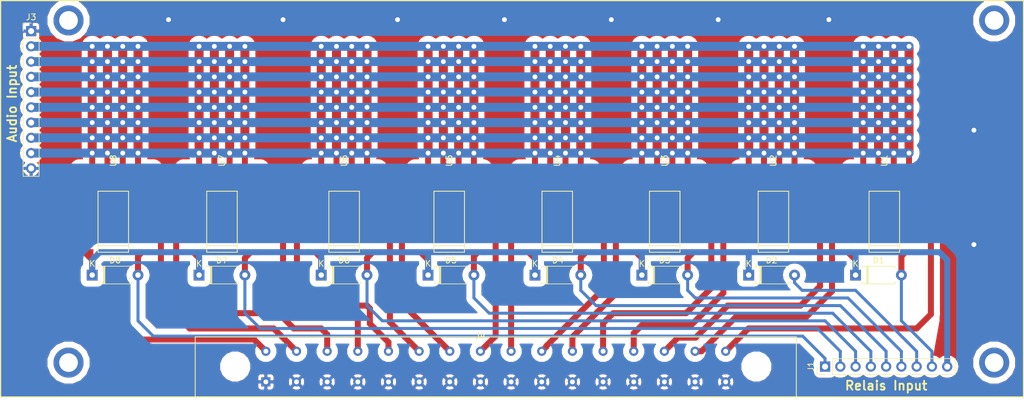
<source format=kicad_pcb>
(kicad_pcb (version 20171130) (host pcbnew 5.0.2-bee76a0~70~ubuntu16.04.1)

  (general
    (thickness 1.6)
    (drawings 6)
    (tracks 696)
    (zones 0)
    (modules 19)
    (nets 28)
  )

  (page A4)
  (layers
    (0 F.Cu signal)
    (31 B.Cu signal)
    (32 B.Adhes user)
    (33 F.Adhes user)
    (34 B.Paste user)
    (35 F.Paste user)
    (36 B.SilkS user)
    (37 F.SilkS user)
    (38 B.Mask user)
    (39 F.Mask user)
    (40 Dwgs.User user)
    (41 Cmts.User user)
    (42 Eco1.User user)
    (43 Eco2.User user)
    (44 Edge.Cuts user)
    (45 Margin user)
    (46 B.CrtYd user)
    (47 F.CrtYd user)
    (48 B.Fab user)
    (49 F.Fab user)
  )

  (setup
    (last_trace_width 1)
    (trace_clearance 1)
    (zone_clearance 0.508)
    (zone_45_only no)
    (trace_min 0.2)
    (segment_width 0.2)
    (edge_width 0.15)
    (via_size 1)
    (via_drill 0.8)
    (via_min_size 0.4)
    (via_min_drill 0.3)
    (uvia_size 0.3)
    (uvia_drill 0.1)
    (uvias_allowed no)
    (uvia_min_size 0.2)
    (uvia_min_drill 0.1)
    (pcb_text_width 0.3)
    (pcb_text_size 1.5 1.5)
    (mod_edge_width 0.15)
    (mod_text_size 1 1)
    (mod_text_width 0.15)
    (pad_size 1.524 1.524)
    (pad_drill 0.762)
    (pad_to_mask_clearance 0.051)
    (solder_mask_min_width 0.25)
    (aux_axis_origin 0 0)
    (visible_elements FFFFFF7F)
    (pcbplotparams
      (layerselection 0x010fc_ffffffff)
      (usegerberextensions false)
      (usegerberattributes false)
      (usegerberadvancedattributes false)
      (creategerberjobfile false)
      (excludeedgelayer true)
      (linewidth 0.100000)
      (plotframeref false)
      (viasonmask false)
      (mode 1)
      (useauxorigin false)
      (hpglpennumber 1)
      (hpglpenspeed 20)
      (hpglpendiameter 15.000000)
      (psnegative false)
      (psa4output false)
      (plotreference true)
      (plotvalue true)
      (plotinvisibletext false)
      (padsonsilk false)
      (subtractmaskfromsilk false)
      (outputformat 1)
      (mirror false)
      (drillshape 1)
      (scaleselection 1)
      (outputdirectory ""))
  )

  (net 0 "")
  (net 1 /relaysheet/Relais1)
  (net 2 +9V)
  (net 3 /relaysheet/Relais5)
  (net 4 /relaysheet/Relais2)
  (net 5 /relaysheet/Relais6)
  (net 6 /relaysheet/Relais3)
  (net 7 /relaysheet/Relais7)
  (net 8 /relaysheet/Relais4)
  (net 9 /relaysheet/Relais8)
  (net 10 GNDA)
  (net 11 /relaysheet/R1B_out)
  (net 12 /relaysheet/R1A_out)
  (net 13 /relaysheet/R1A_NC)
  (net 14 /relaysheet/R5B_out)
  (net 15 /relaysheet/R5A_out)
  (net 16 /relaysheet/R2B_out)
  (net 17 /relaysheet/R2A_out)
  (net 18 /relaysheet/R6A_out)
  (net 19 /relaysheet/R6B_out)
  (net 20 /relaysheet/R3A_out)
  (net 21 /relaysheet/R3B_out)
  (net 22 /relaysheet/R7B_out)
  (net 23 /relaysheet/R7A_out)
  (net 24 /relaysheet/R4A_out)
  (net 25 /relaysheet/R4B_out)
  (net 26 /relaysheet/R8A_out)
  (net 27 /relaysheet/R8B_out)

  (net_class Default "This is the default net class."
    (clearance 1)
    (trace_width 1)
    (via_dia 1)
    (via_drill 0.8)
    (uvia_dia 0.3)
    (uvia_drill 0.1)
    (add_net +9V)
    (add_net /relaysheet/R1A_NC)
    (add_net /relaysheet/R1A_out)
    (add_net /relaysheet/R1B_out)
    (add_net /relaysheet/R2A_out)
    (add_net /relaysheet/R2B_out)
    (add_net /relaysheet/R3A_out)
    (add_net /relaysheet/R3B_out)
    (add_net /relaysheet/R4A_out)
    (add_net /relaysheet/R4B_out)
    (add_net /relaysheet/R5A_out)
    (add_net /relaysheet/R5B_out)
    (add_net /relaysheet/R6A_out)
    (add_net /relaysheet/R6B_out)
    (add_net /relaysheet/R7A_out)
    (add_net /relaysheet/R7B_out)
    (add_net /relaysheet/R8A_out)
    (add_net /relaysheet/R8B_out)
    (add_net /relaysheet/Relais1)
    (add_net /relaysheet/Relais2)
    (add_net /relaysheet/Relais3)
    (add_net /relaysheet/Relais4)
    (add_net /relaysheet/Relais5)
    (add_net /relaysheet/Relais6)
    (add_net /relaysheet/Relais7)
    (add_net /relaysheet/Relais8)
    (add_net GNDA)
  )

  (module Connector_PinHeader_2.54mm:PinHeader_1x09_P2.54mm_Vertical (layer F.Cu) (tedit 59FED5CC) (tstamp 5CD2D653)
    (at 149.86 73.66 90)
    (descr "Through hole straight pin header, 1x09, 2.54mm pitch, single row")
    (tags "Through hole pin header THT 1x09 2.54mm single row")
    (path /5CD2A3B0)
    (fp_text reference J1 (at 0 -2.33 90) (layer F.SilkS)
      (effects (font (size 1 1) (thickness 0.15)))
    )
    (fp_text value Conn_01x09_Male (at 0 22.65 90) (layer F.Fab)
      (effects (font (size 1 1) (thickness 0.15)))
    )
    (fp_text user %R (at 0 10.16 180) (layer F.Fab)
      (effects (font (size 1 1) (thickness 0.15)))
    )
    (fp_line (start 1.8 -1.8) (end -1.8 -1.8) (layer F.CrtYd) (width 0.05))
    (fp_line (start 1.8 22.1) (end 1.8 -1.8) (layer F.CrtYd) (width 0.05))
    (fp_line (start -1.8 22.1) (end 1.8 22.1) (layer F.CrtYd) (width 0.05))
    (fp_line (start -1.8 -1.8) (end -1.8 22.1) (layer F.CrtYd) (width 0.05))
    (fp_line (start -1.33 -1.33) (end 0 -1.33) (layer F.SilkS) (width 0.12))
    (fp_line (start -1.33 0) (end -1.33 -1.33) (layer F.SilkS) (width 0.12))
    (fp_line (start -1.33 1.27) (end 1.33 1.27) (layer F.SilkS) (width 0.12))
    (fp_line (start 1.33 1.27) (end 1.33 21.65) (layer F.SilkS) (width 0.12))
    (fp_line (start -1.33 1.27) (end -1.33 21.65) (layer F.SilkS) (width 0.12))
    (fp_line (start -1.33 21.65) (end 1.33 21.65) (layer F.SilkS) (width 0.12))
    (fp_line (start -1.27 -0.635) (end -0.635 -1.27) (layer F.Fab) (width 0.1))
    (fp_line (start -1.27 21.59) (end -1.27 -0.635) (layer F.Fab) (width 0.1))
    (fp_line (start 1.27 21.59) (end -1.27 21.59) (layer F.Fab) (width 0.1))
    (fp_line (start 1.27 -1.27) (end 1.27 21.59) (layer F.Fab) (width 0.1))
    (fp_line (start -0.635 -1.27) (end 1.27 -1.27) (layer F.Fab) (width 0.1))
    (pad 9 thru_hole oval (at 0 20.32 90) (size 1.7 1.7) (drill 1) (layers *.Cu *.Mask)
      (net 2 +9V))
    (pad 8 thru_hole oval (at 0 17.78 90) (size 1.7 1.7) (drill 1) (layers *.Cu *.Mask)
      (net 1 /relaysheet/Relais1))
    (pad 7 thru_hole oval (at 0 15.24 90) (size 1.7 1.7) (drill 1) (layers *.Cu *.Mask)
      (net 4 /relaysheet/Relais2))
    (pad 6 thru_hole oval (at 0 12.7 90) (size 1.7 1.7) (drill 1) (layers *.Cu *.Mask)
      (net 6 /relaysheet/Relais3))
    (pad 5 thru_hole oval (at 0 10.16 90) (size 1.7 1.7) (drill 1) (layers *.Cu *.Mask)
      (net 8 /relaysheet/Relais4))
    (pad 4 thru_hole oval (at 0 7.62 90) (size 1.7 1.7) (drill 1) (layers *.Cu *.Mask)
      (net 3 /relaysheet/Relais5))
    (pad 3 thru_hole oval (at 0 5.08 90) (size 1.7 1.7) (drill 1) (layers *.Cu *.Mask)
      (net 5 /relaysheet/Relais6))
    (pad 2 thru_hole oval (at 0 2.54 90) (size 1.7 1.7) (drill 1) (layers *.Cu *.Mask)
      (net 7 /relaysheet/Relais7))
    (pad 1 thru_hole rect (at 0 0 90) (size 1.7 1.7) (drill 1) (layers *.Cu *.Mask)
      (net 9 /relaysheet/Relais8))
    (model ${KISYS3DMOD}/Connector_PinHeader_2.54mm.3dshapes/PinHeader_1x09_P2.54mm_Vertical.wrl
      (at (xyz 0 0 0))
      (scale (xyz 1 1 1))
      (rotate (xyz 0 0 0))
    )
  )

  (module footprints:NEC-EB2-12NU (layer F.Cu) (tedit 5CD1A950) (tstamp 5CD2D6D0)
    (at 159.72 49.53 90)
    (path /5CD2BD35/5CD2D6AA)
    (fp_text reference U1 (at 10.16 0 90) (layer F.SilkS)
      (effects (font (size 1 1) (thickness 0.15)))
    )
    (fp_text value NEC-EB2-12NU (at 0 0 90) (layer F.Fab)
      (effects (font (size 1 1) (thickness 0.15)))
    )
    (fp_line (start -7.15 -4.65) (end 7.15 -4.65) (layer F.Fab) (width 0.15))
    (fp_line (start 7.15 -4.65) (end 7.15 4.65) (layer F.Fab) (width 0.15))
    (fp_line (start 7.15 4.65) (end -7.15 4.65) (layer F.Fab) (width 0.15))
    (fp_line (start -7.15 4.65) (end -7.15 -4.65) (layer F.Fab) (width 0.15))
    (fp_line (start -6 -4.65) (end -6 4.65) (layer F.Fab) (width 0.15))
    (fp_line (start -5.08 -2.54) (end 5.08 -2.54) (layer F.SilkS) (width 0.15))
    (fp_line (start 5.08 -2.54) (end 5.08 2.54) (layer F.SilkS) (width 0.15))
    (fp_line (start 5.08 2.54) (end -5.08 2.54) (layer F.SilkS) (width 0.15))
    (fp_line (start -5.08 2.54) (end -5.08 -2.54) (layer F.SilkS) (width 0.15))
    (fp_line (start -4 -2.54) (end -4 2.54) (layer F.SilkS) (width 0.15))
    (pad 1 smd rect (at -5.08 -4.78 90) (size 1 2.94) (layers F.Cu F.Paste F.Mask)
      (net 2 +9V))
    (pad 2 smd rect (at -2.54 -4.78 90) (size 1 2.94) (layers F.Cu F.Paste F.Mask)
      (net 13 /relaysheet/R1A_NC))
    (pad 3 smd rect (at 0 -4.78 90) (size 1 2.94) (layers F.Cu F.Paste F.Mask)
      (net 12 /relaysheet/R1A_out))
    (pad 4 smd rect (at 2.54 -4.78 90) (size 1 2.94) (layers F.Cu F.Paste F.Mask)
      (net 13 /relaysheet/R1A_NC))
    (pad 5 smd rect (at 5.08 -4.78 90) (size 1 2.94) (layers F.Cu F.Paste F.Mask))
    (pad 6 smd rect (at 5.08 4.78 90) (size 1 2.94) (layers F.Cu F.Paste F.Mask))
    (pad 7 smd rect (at 2.54 4.78 90) (size 1 2.94) (layers F.Cu F.Paste F.Mask)
      (net 13 /relaysheet/R1A_NC))
    (pad 8 smd rect (at 0 4.78 90) (size 1 2.94) (layers F.Cu F.Paste F.Mask)
      (net 11 /relaysheet/R1B_out))
    (pad 9 smd rect (at -2.54 4.78 90) (size 1 2.94) (layers F.Cu F.Paste F.Mask)
      (net 13 /relaysheet/R1A_NC))
    (pad 10 smd rect (at -5.08 4.78 90) (size 1 2.94) (layers F.Cu F.Paste F.Mask)
      (net 1 /relaysheet/Relais1))
  )

  (module footprints:NEC-EB2-12NU (layer F.Cu) (tedit 5CD1A950) (tstamp 5CD2F79B)
    (at 141.27 49.53 90)
    (path /5CD2BD35/5CD30362)
    (fp_text reference U2 (at 10.16 0 90) (layer F.SilkS)
      (effects (font (size 1 1) (thickness 0.15)))
    )
    (fp_text value NEC-EB2-12NU (at 0 0 90) (layer F.Fab)
      (effects (font (size 1 1) (thickness 0.15)))
    )
    (fp_line (start -7.15 -4.65) (end 7.15 -4.65) (layer F.Fab) (width 0.15))
    (fp_line (start 7.15 -4.65) (end 7.15 4.65) (layer F.Fab) (width 0.15))
    (fp_line (start 7.15 4.65) (end -7.15 4.65) (layer F.Fab) (width 0.15))
    (fp_line (start -7.15 4.65) (end -7.15 -4.65) (layer F.Fab) (width 0.15))
    (fp_line (start -6 -4.65) (end -6 4.65) (layer F.Fab) (width 0.15))
    (fp_line (start -5.08 -2.54) (end 5.08 -2.54) (layer F.SilkS) (width 0.15))
    (fp_line (start 5.08 -2.54) (end 5.08 2.54) (layer F.SilkS) (width 0.15))
    (fp_line (start 5.08 2.54) (end -5.08 2.54) (layer F.SilkS) (width 0.15))
    (fp_line (start -5.08 2.54) (end -5.08 -2.54) (layer F.SilkS) (width 0.15))
    (fp_line (start -4 -2.54) (end -4 2.54) (layer F.SilkS) (width 0.15))
    (pad 1 smd rect (at -5.08 -4.78 90) (size 1 2.94) (layers F.Cu F.Paste F.Mask)
      (net 2 +9V))
    (pad 2 smd rect (at -2.54 -4.78 90) (size 1 2.94) (layers F.Cu F.Paste F.Mask)
      (net 13 /relaysheet/R1A_NC))
    (pad 3 smd rect (at 0 -4.78 90) (size 1 2.94) (layers F.Cu F.Paste F.Mask)
      (net 17 /relaysheet/R2A_out))
    (pad 4 smd rect (at 2.54 -4.78 90) (size 1 2.94) (layers F.Cu F.Paste F.Mask)
      (net 13 /relaysheet/R1A_NC))
    (pad 5 smd rect (at 5.08 -4.78 90) (size 1 2.94) (layers F.Cu F.Paste F.Mask))
    (pad 6 smd rect (at 5.08 4.78 90) (size 1 2.94) (layers F.Cu F.Paste F.Mask))
    (pad 7 smd rect (at 2.54 4.78 90) (size 1 2.94) (layers F.Cu F.Paste F.Mask)
      (net 13 /relaysheet/R1A_NC))
    (pad 8 smd rect (at 0 4.78 90) (size 1 2.94) (layers F.Cu F.Paste F.Mask)
      (net 16 /relaysheet/R2B_out))
    (pad 9 smd rect (at -2.54 4.78 90) (size 1 2.94) (layers F.Cu F.Paste F.Mask)
      (net 13 /relaysheet/R1A_NC))
    (pad 10 smd rect (at -5.08 4.78 90) (size 1 2.94) (layers F.Cu F.Paste F.Mask)
      (net 4 /relaysheet/Relais2))
  )

  (module footprints:NEC-EB2-12NU (layer F.Cu) (tedit 5CD1A950) (tstamp 5CD2D700)
    (at 123.19 49.53 90)
    (path /5CD2BD35/5CD316D2)
    (fp_text reference U3 (at 10.16 0 90) (layer F.SilkS)
      (effects (font (size 1 1) (thickness 0.15)))
    )
    (fp_text value NEC-EB2-12NU (at 0 0 90) (layer F.Fab)
      (effects (font (size 1 1) (thickness 0.15)))
    )
    (fp_line (start -7.15 -4.65) (end 7.15 -4.65) (layer F.Fab) (width 0.15))
    (fp_line (start 7.15 -4.65) (end 7.15 4.65) (layer F.Fab) (width 0.15))
    (fp_line (start 7.15 4.65) (end -7.15 4.65) (layer F.Fab) (width 0.15))
    (fp_line (start -7.15 4.65) (end -7.15 -4.65) (layer F.Fab) (width 0.15))
    (fp_line (start -6 -4.65) (end -6 4.65) (layer F.Fab) (width 0.15))
    (fp_line (start -5.08 -2.54) (end 5.08 -2.54) (layer F.SilkS) (width 0.15))
    (fp_line (start 5.08 -2.54) (end 5.08 2.54) (layer F.SilkS) (width 0.15))
    (fp_line (start 5.08 2.54) (end -5.08 2.54) (layer F.SilkS) (width 0.15))
    (fp_line (start -5.08 2.54) (end -5.08 -2.54) (layer F.SilkS) (width 0.15))
    (fp_line (start -4 -2.54) (end -4 2.54) (layer F.SilkS) (width 0.15))
    (pad 1 smd rect (at -5.08 -4.78 90) (size 1 2.94) (layers F.Cu F.Paste F.Mask)
      (net 2 +9V))
    (pad 2 smd rect (at -2.54 -4.78 90) (size 1 2.94) (layers F.Cu F.Paste F.Mask)
      (net 13 /relaysheet/R1A_NC))
    (pad 3 smd rect (at 0 -4.78 90) (size 1 2.94) (layers F.Cu F.Paste F.Mask)
      (net 20 /relaysheet/R3A_out))
    (pad 4 smd rect (at 2.54 -4.78 90) (size 1 2.94) (layers F.Cu F.Paste F.Mask)
      (net 13 /relaysheet/R1A_NC))
    (pad 5 smd rect (at 5.08 -4.78 90) (size 1 2.94) (layers F.Cu F.Paste F.Mask))
    (pad 6 smd rect (at 5.08 4.78 90) (size 1 2.94) (layers F.Cu F.Paste F.Mask))
    (pad 7 smd rect (at 2.54 4.78 90) (size 1 2.94) (layers F.Cu F.Paste F.Mask)
      (net 13 /relaysheet/R1A_NC))
    (pad 8 smd rect (at 0 4.78 90) (size 1 2.94) (layers F.Cu F.Paste F.Mask)
      (net 21 /relaysheet/R3B_out))
    (pad 9 smd rect (at -2.54 4.78 90) (size 1 2.94) (layers F.Cu F.Paste F.Mask)
      (net 13 /relaysheet/R1A_NC))
    (pad 10 smd rect (at -5.08 4.78 90) (size 1 2.94) (layers F.Cu F.Paste F.Mask)
      (net 6 /relaysheet/Relais3))
  )

  (module footprints:NEC-EB2-12NU (layer F.Cu) (tedit 5CD1A950) (tstamp 5CD30B02)
    (at 105.31 49.53 90)
    (path /5CD2BD35/5CD31724)
    (fp_text reference U4 (at 10.16 0 90) (layer F.SilkS)
      (effects (font (size 1 1) (thickness 0.15)))
    )
    (fp_text value NEC-EB2-12NU (at 0 0 90) (layer F.Fab)
      (effects (font (size 1 1) (thickness 0.15)))
    )
    (fp_line (start -4 -2.54) (end -4 2.54) (layer F.SilkS) (width 0.15))
    (fp_line (start -5.08 2.54) (end -5.08 -2.54) (layer F.SilkS) (width 0.15))
    (fp_line (start 5.08 2.54) (end -5.08 2.54) (layer F.SilkS) (width 0.15))
    (fp_line (start 5.08 -2.54) (end 5.08 2.54) (layer F.SilkS) (width 0.15))
    (fp_line (start -5.08 -2.54) (end 5.08 -2.54) (layer F.SilkS) (width 0.15))
    (fp_line (start -6 -4.65) (end -6 4.65) (layer F.Fab) (width 0.15))
    (fp_line (start -7.15 4.65) (end -7.15 -4.65) (layer F.Fab) (width 0.15))
    (fp_line (start 7.15 4.65) (end -7.15 4.65) (layer F.Fab) (width 0.15))
    (fp_line (start 7.15 -4.65) (end 7.15 4.65) (layer F.Fab) (width 0.15))
    (fp_line (start -7.15 -4.65) (end 7.15 -4.65) (layer F.Fab) (width 0.15))
    (pad 10 smd rect (at -5.08 4.78 90) (size 1 2.94) (layers F.Cu F.Paste F.Mask)
      (net 8 /relaysheet/Relais4))
    (pad 9 smd rect (at -2.54 4.78 90) (size 1 2.94) (layers F.Cu F.Paste F.Mask)
      (net 13 /relaysheet/R1A_NC))
    (pad 8 smd rect (at 0 4.78 90) (size 1 2.94) (layers F.Cu F.Paste F.Mask)
      (net 25 /relaysheet/R4B_out))
    (pad 7 smd rect (at 2.54 4.78 90) (size 1 2.94) (layers F.Cu F.Paste F.Mask)
      (net 13 /relaysheet/R1A_NC))
    (pad 6 smd rect (at 5.08 4.78 90) (size 1 2.94) (layers F.Cu F.Paste F.Mask))
    (pad 5 smd rect (at 5.08 -4.78 90) (size 1 2.94) (layers F.Cu F.Paste F.Mask))
    (pad 4 smd rect (at 2.54 -4.78 90) (size 1 2.94) (layers F.Cu F.Paste F.Mask)
      (net 13 /relaysheet/R1A_NC))
    (pad 3 smd rect (at 0 -4.78 90) (size 1 2.94) (layers F.Cu F.Paste F.Mask)
      (net 24 /relaysheet/R4A_out))
    (pad 2 smd rect (at -2.54 -4.78 90) (size 1 2.94) (layers F.Cu F.Paste F.Mask)
      (net 13 /relaysheet/R1A_NC))
    (pad 1 smd rect (at -5.08 -4.78 90) (size 1 2.94) (layers F.Cu F.Paste F.Mask)
      (net 2 +9V))
  )

  (module footprints:NEC-EB2-12NU (layer F.Cu) (tedit 5CD1A950) (tstamp 5CD2D730)
    (at 87.33 49.53 90)
    (path /5CD2BD35/5CD2FCCA)
    (fp_text reference U5 (at 10.16 0 90) (layer F.SilkS)
      (effects (font (size 1 1) (thickness 0.15)))
    )
    (fp_text value NEC-EB2-12NU (at 0 0 90) (layer F.Fab)
      (effects (font (size 1 1) (thickness 0.15)))
    )
    (fp_line (start -4 -2.54) (end -4 2.54) (layer F.SilkS) (width 0.15))
    (fp_line (start -5.08 2.54) (end -5.08 -2.54) (layer F.SilkS) (width 0.15))
    (fp_line (start 5.08 2.54) (end -5.08 2.54) (layer F.SilkS) (width 0.15))
    (fp_line (start 5.08 -2.54) (end 5.08 2.54) (layer F.SilkS) (width 0.15))
    (fp_line (start -5.08 -2.54) (end 5.08 -2.54) (layer F.SilkS) (width 0.15))
    (fp_line (start -6 -4.65) (end -6 4.65) (layer F.Fab) (width 0.15))
    (fp_line (start -7.15 4.65) (end -7.15 -4.65) (layer F.Fab) (width 0.15))
    (fp_line (start 7.15 4.65) (end -7.15 4.65) (layer F.Fab) (width 0.15))
    (fp_line (start 7.15 -4.65) (end 7.15 4.65) (layer F.Fab) (width 0.15))
    (fp_line (start -7.15 -4.65) (end 7.15 -4.65) (layer F.Fab) (width 0.15))
    (pad 10 smd rect (at -5.08 4.78 90) (size 1 2.94) (layers F.Cu F.Paste F.Mask)
      (net 3 /relaysheet/Relais5))
    (pad 9 smd rect (at -2.54 4.78 90) (size 1 2.94) (layers F.Cu F.Paste F.Mask)
      (net 13 /relaysheet/R1A_NC))
    (pad 8 smd rect (at 0 4.78 90) (size 1 2.94) (layers F.Cu F.Paste F.Mask)
      (net 14 /relaysheet/R5B_out))
    (pad 7 smd rect (at 2.54 4.78 90) (size 1 2.94) (layers F.Cu F.Paste F.Mask)
      (net 13 /relaysheet/R1A_NC))
    (pad 6 smd rect (at 5.08 4.78 90) (size 1 2.94) (layers F.Cu F.Paste F.Mask))
    (pad 5 smd rect (at 5.08 -4.78 90) (size 1 2.94) (layers F.Cu F.Paste F.Mask))
    (pad 4 smd rect (at 2.54 -4.78 90) (size 1 2.94) (layers F.Cu F.Paste F.Mask)
      (net 13 /relaysheet/R1A_NC))
    (pad 3 smd rect (at 0 -4.78 90) (size 1 2.94) (layers F.Cu F.Paste F.Mask)
      (net 15 /relaysheet/R5A_out))
    (pad 2 smd rect (at -2.54 -4.78 90) (size 1 2.94) (layers F.Cu F.Paste F.Mask)
      (net 13 /relaysheet/R1A_NC))
    (pad 1 smd rect (at -5.08 -4.78 90) (size 1 2.94) (layers F.Cu F.Paste F.Mask)
      (net 2 +9V))
  )

  (module footprints:NEC-EB2-12NU (layer F.Cu) (tedit 5CD1A950) (tstamp 5CD2D748)
    (at 69.85 49.53 90)
    (path /5CD2BD35/5CD3038B)
    (fp_text reference U6 (at 10.16 0 90) (layer F.SilkS)
      (effects (font (size 1 1) (thickness 0.15)))
    )
    (fp_text value NEC-EB2-12NU (at 0 0 90) (layer F.Fab)
      (effects (font (size 1 1) (thickness 0.15)))
    )
    (fp_line (start -4 -2.54) (end -4 2.54) (layer F.SilkS) (width 0.15))
    (fp_line (start -5.08 2.54) (end -5.08 -2.54) (layer F.SilkS) (width 0.15))
    (fp_line (start 5.08 2.54) (end -5.08 2.54) (layer F.SilkS) (width 0.15))
    (fp_line (start 5.08 -2.54) (end 5.08 2.54) (layer F.SilkS) (width 0.15))
    (fp_line (start -5.08 -2.54) (end 5.08 -2.54) (layer F.SilkS) (width 0.15))
    (fp_line (start -6 -4.65) (end -6 4.65) (layer F.Fab) (width 0.15))
    (fp_line (start -7.15 4.65) (end -7.15 -4.65) (layer F.Fab) (width 0.15))
    (fp_line (start 7.15 4.65) (end -7.15 4.65) (layer F.Fab) (width 0.15))
    (fp_line (start 7.15 -4.65) (end 7.15 4.65) (layer F.Fab) (width 0.15))
    (fp_line (start -7.15 -4.65) (end 7.15 -4.65) (layer F.Fab) (width 0.15))
    (pad 10 smd rect (at -5.08 4.78 90) (size 1 2.94) (layers F.Cu F.Paste F.Mask)
      (net 5 /relaysheet/Relais6))
    (pad 9 smd rect (at -2.54 4.78 90) (size 1 2.94) (layers F.Cu F.Paste F.Mask)
      (net 13 /relaysheet/R1A_NC))
    (pad 8 smd rect (at 0 4.78 90) (size 1 2.94) (layers F.Cu F.Paste F.Mask)
      (net 19 /relaysheet/R6B_out))
    (pad 7 smd rect (at 2.54 4.78 90) (size 1 2.94) (layers F.Cu F.Paste F.Mask)
      (net 13 /relaysheet/R1A_NC))
    (pad 6 smd rect (at 5.08 4.78 90) (size 1 2.94) (layers F.Cu F.Paste F.Mask))
    (pad 5 smd rect (at 5.08 -4.78 90) (size 1 2.94) (layers F.Cu F.Paste F.Mask))
    (pad 4 smd rect (at 2.54 -4.78 90) (size 1 2.94) (layers F.Cu F.Paste F.Mask)
      (net 13 /relaysheet/R1A_NC))
    (pad 3 smd rect (at 0 -4.78 90) (size 1 2.94) (layers F.Cu F.Paste F.Mask)
      (net 18 /relaysheet/R6A_out))
    (pad 2 smd rect (at -2.54 -4.78 90) (size 1 2.94) (layers F.Cu F.Paste F.Mask)
      (net 13 /relaysheet/R1A_NC))
    (pad 1 smd rect (at -5.08 -4.78 90) (size 1 2.94) (layers F.Cu F.Paste F.Mask)
      (net 2 +9V))
  )

  (module footprints:NEC-EB2-12NU (layer F.Cu) (tedit 5CD1A950) (tstamp 5CD2DE4A)
    (at 49.53 49.53 90)
    (path /5CD2BD35/5CD316FB)
    (fp_text reference U7 (at 10.16 0 90) (layer F.SilkS)
      (effects (font (size 1 1) (thickness 0.15)))
    )
    (fp_text value NEC-EB2-12NU (at 0 0 90) (layer F.Fab)
      (effects (font (size 1 1) (thickness 0.15)))
    )
    (fp_line (start -4 -2.54) (end -4 2.54) (layer F.SilkS) (width 0.15))
    (fp_line (start -5.08 2.54) (end -5.08 -2.54) (layer F.SilkS) (width 0.15))
    (fp_line (start 5.08 2.54) (end -5.08 2.54) (layer F.SilkS) (width 0.15))
    (fp_line (start 5.08 -2.54) (end 5.08 2.54) (layer F.SilkS) (width 0.15))
    (fp_line (start -5.08 -2.54) (end 5.08 -2.54) (layer F.SilkS) (width 0.15))
    (fp_line (start -6 -4.65) (end -6 4.65) (layer F.Fab) (width 0.15))
    (fp_line (start -7.15 4.65) (end -7.15 -4.65) (layer F.Fab) (width 0.15))
    (fp_line (start 7.15 4.65) (end -7.15 4.65) (layer F.Fab) (width 0.15))
    (fp_line (start 7.15 -4.65) (end 7.15 4.65) (layer F.Fab) (width 0.15))
    (fp_line (start -7.15 -4.65) (end 7.15 -4.65) (layer F.Fab) (width 0.15))
    (pad 10 smd rect (at -5.08 4.78 90) (size 1 2.94) (layers F.Cu F.Paste F.Mask)
      (net 7 /relaysheet/Relais7))
    (pad 9 smd rect (at -2.54 4.78 90) (size 1 2.94) (layers F.Cu F.Paste F.Mask)
      (net 13 /relaysheet/R1A_NC))
    (pad 8 smd rect (at 0 4.78 90) (size 1 2.94) (layers F.Cu F.Paste F.Mask)
      (net 22 /relaysheet/R7B_out))
    (pad 7 smd rect (at 2.54 4.78 90) (size 1 2.94) (layers F.Cu F.Paste F.Mask)
      (net 13 /relaysheet/R1A_NC))
    (pad 6 smd rect (at 5.08 4.78 90) (size 1 2.94) (layers F.Cu F.Paste F.Mask))
    (pad 5 smd rect (at 5.08 -4.78 90) (size 1 2.94) (layers F.Cu F.Paste F.Mask))
    (pad 4 smd rect (at 2.54 -4.78 90) (size 1 2.94) (layers F.Cu F.Paste F.Mask)
      (net 13 /relaysheet/R1A_NC))
    (pad 3 smd rect (at 0 -4.78 90) (size 1 2.94) (layers F.Cu F.Paste F.Mask)
      (net 23 /relaysheet/R7A_out))
    (pad 2 smd rect (at -2.54 -4.78 90) (size 1 2.94) (layers F.Cu F.Paste F.Mask)
      (net 13 /relaysheet/R1A_NC))
    (pad 1 smd rect (at -5.08 -4.78 90) (size 1 2.94) (layers F.Cu F.Paste F.Mask)
      (net 2 +9V))
  )

  (module footprints:NEC-EB2-12NU (layer F.Cu) (tedit 5CD1A950) (tstamp 5CD30EC6)
    (at 31.45 49.53 90)
    (path /5CD2BD35/5CD3174D)
    (fp_text reference U8 (at 10.16 0 90) (layer F.SilkS)
      (effects (font (size 1 1) (thickness 0.15)))
    )
    (fp_text value NEC-EB2-12NU (at 0 0 90) (layer F.Fab)
      (effects (font (size 1 1) (thickness 0.15)))
    )
    (fp_line (start -4 -2.54) (end -4 2.54) (layer F.SilkS) (width 0.15))
    (fp_line (start -5.08 2.54) (end -5.08 -2.54) (layer F.SilkS) (width 0.15))
    (fp_line (start 5.08 2.54) (end -5.08 2.54) (layer F.SilkS) (width 0.15))
    (fp_line (start 5.08 -2.54) (end 5.08 2.54) (layer F.SilkS) (width 0.15))
    (fp_line (start -5.08 -2.54) (end 5.08 -2.54) (layer F.SilkS) (width 0.15))
    (fp_line (start -6 -4.65) (end -6 4.65) (layer F.Fab) (width 0.15))
    (fp_line (start -7.15 4.65) (end -7.15 -4.65) (layer F.Fab) (width 0.15))
    (fp_line (start 7.15 4.65) (end -7.15 4.65) (layer F.Fab) (width 0.15))
    (fp_line (start 7.15 -4.65) (end 7.15 4.65) (layer F.Fab) (width 0.15))
    (fp_line (start -7.15 -4.65) (end 7.15 -4.65) (layer F.Fab) (width 0.15))
    (pad 10 smd rect (at -5.08 4.78 90) (size 1 2.94) (layers F.Cu F.Paste F.Mask)
      (net 9 /relaysheet/Relais8))
    (pad 9 smd rect (at -2.54 4.78 90) (size 1 2.94) (layers F.Cu F.Paste F.Mask)
      (net 13 /relaysheet/R1A_NC))
    (pad 8 smd rect (at 0 4.78 90) (size 1 2.94) (layers F.Cu F.Paste F.Mask)
      (net 27 /relaysheet/R8B_out))
    (pad 7 smd rect (at 2.54 4.78 90) (size 1 2.94) (layers F.Cu F.Paste F.Mask)
      (net 13 /relaysheet/R1A_NC))
    (pad 6 smd rect (at 5.08 4.78 90) (size 1 2.94) (layers F.Cu F.Paste F.Mask))
    (pad 5 smd rect (at 5.08 -4.78 90) (size 1 2.94) (layers F.Cu F.Paste F.Mask))
    (pad 4 smd rect (at 2.54 -4.78 90) (size 1 2.94) (layers F.Cu F.Paste F.Mask)
      (net 13 /relaysheet/R1A_NC))
    (pad 3 smd rect (at 0 -4.78 90) (size 1 2.94) (layers F.Cu F.Paste F.Mask)
      (net 26 /relaysheet/R8A_out))
    (pad 2 smd rect (at -2.54 -4.78 90) (size 1 2.94) (layers F.Cu F.Paste F.Mask)
      (net 13 /relaysheet/R1A_NC))
    (pad 1 smd rect (at -5.08 -4.78 90) (size 1 2.94) (layers F.Cu F.Paste F.Mask)
      (net 2 +9V))
  )

  (module Diode_THT:D_A-405_P7.62mm_Horizontal (layer F.Cu) (tedit 5AE50CD5) (tstamp 5CD2F417)
    (at 154.94 58.42)
    (descr "Diode, A-405 series, Axial, Horizontal, pin pitch=7.62mm, , length*diameter=5.2*2.7mm^2, , http://www.diodes.com/_files/packages/A-405.pdf")
    (tags "Diode A-405 series Axial Horizontal pin pitch 7.62mm  length 5.2mm diameter 2.7mm")
    (path /5CD2BD35/5CD2E7CE)
    (fp_text reference D1 (at 3.81 -2.47) (layer F.SilkS)
      (effects (font (size 1 1) (thickness 0.15)))
    )
    (fp_text value D (at 3.81 2.47) (layer F.Fab)
      (effects (font (size 1 1) (thickness 0.15)))
    )
    (fp_line (start 1.21 -1.35) (end 1.21 1.35) (layer F.Fab) (width 0.1))
    (fp_line (start 1.21 1.35) (end 6.41 1.35) (layer F.Fab) (width 0.1))
    (fp_line (start 6.41 1.35) (end 6.41 -1.35) (layer F.Fab) (width 0.1))
    (fp_line (start 6.41 -1.35) (end 1.21 -1.35) (layer F.Fab) (width 0.1))
    (fp_line (start 0 0) (end 1.21 0) (layer F.Fab) (width 0.1))
    (fp_line (start 7.62 0) (end 6.41 0) (layer F.Fab) (width 0.1))
    (fp_line (start 1.99 -1.35) (end 1.99 1.35) (layer F.Fab) (width 0.1))
    (fp_line (start 2.09 -1.35) (end 2.09 1.35) (layer F.Fab) (width 0.1))
    (fp_line (start 1.89 -1.35) (end 1.89 1.35) (layer F.Fab) (width 0.1))
    (fp_line (start 1.09 -1.14) (end 1.09 -1.47) (layer F.SilkS) (width 0.12))
    (fp_line (start 1.09 -1.47) (end 6.53 -1.47) (layer F.SilkS) (width 0.12))
    (fp_line (start 6.53 -1.47) (end 6.53 -1.14) (layer F.SilkS) (width 0.12))
    (fp_line (start 1.09 1.14) (end 1.09 1.47) (layer F.SilkS) (width 0.12))
    (fp_line (start 1.09 1.47) (end 6.53 1.47) (layer F.SilkS) (width 0.12))
    (fp_line (start 6.53 1.47) (end 6.53 1.14) (layer F.SilkS) (width 0.12))
    (fp_line (start 1.99 -1.47) (end 1.99 1.47) (layer F.SilkS) (width 0.12))
    (fp_line (start 2.11 -1.47) (end 2.11 1.47) (layer F.SilkS) (width 0.12))
    (fp_line (start 1.87 -1.47) (end 1.87 1.47) (layer F.SilkS) (width 0.12))
    (fp_line (start -1.15 -1.6) (end -1.15 1.6) (layer F.CrtYd) (width 0.05))
    (fp_line (start -1.15 1.6) (end 8.77 1.6) (layer F.CrtYd) (width 0.05))
    (fp_line (start 8.77 1.6) (end 8.77 -1.6) (layer F.CrtYd) (width 0.05))
    (fp_line (start 8.77 -1.6) (end -1.15 -1.6) (layer F.CrtYd) (width 0.05))
    (fp_text user %R (at 4.2 0) (layer F.Fab)
      (effects (font (size 1 1) (thickness 0.15)))
    )
    (fp_text user K (at 0 -1.9) (layer F.Fab)
      (effects (font (size 1 1) (thickness 0.15)))
    )
    (fp_text user K (at 0 -1.9) (layer F.SilkS)
      (effects (font (size 1 1) (thickness 0.15)))
    )
    (pad 1 thru_hole rect (at 0 0) (size 1.8 1.8) (drill 0.9) (layers *.Cu *.Mask)
      (net 2 +9V))
    (pad 2 thru_hole oval (at 7.62 0) (size 1.8 1.8) (drill 0.9) (layers *.Cu *.Mask)
      (net 1 /relaysheet/Relais1))
    (model ${KISYS3DMOD}/Diode_THT.3dshapes/D_A-405_P7.62mm_Horizontal.wrl
      (at (xyz 0 0 0))
      (scale (xyz 1 1 1))
      (rotate (xyz 0 0 0))
    )
  )

  (module Diode_THT:D_A-405_P7.62mm_Horizontal (layer F.Cu) (tedit 5AE50CD5) (tstamp 5CD2F435)
    (at 137.16 58.42)
    (descr "Diode, A-405 series, Axial, Horizontal, pin pitch=7.62mm, , length*diameter=5.2*2.7mm^2, , http://www.diodes.com/_files/packages/A-405.pdf")
    (tags "Diode A-405 series Axial Horizontal pin pitch 7.62mm  length 5.2mm diameter 2.7mm")
    (path /5CD2BD35/5CD3037D)
    (fp_text reference D2 (at 3.81 -2.47) (layer F.SilkS)
      (effects (font (size 1 1) (thickness 0.15)))
    )
    (fp_text value D (at 3.81 2.47) (layer F.Fab)
      (effects (font (size 1 1) (thickness 0.15)))
    )
    (fp_text user K (at 0 -1.9) (layer F.SilkS)
      (effects (font (size 1 1) (thickness 0.15)))
    )
    (fp_text user K (at 0 -1.9) (layer F.Fab)
      (effects (font (size 1 1) (thickness 0.15)))
    )
    (fp_text user %R (at 4.2 0) (layer F.Fab)
      (effects (font (size 1 1) (thickness 0.15)))
    )
    (fp_line (start 8.77 -1.6) (end -1.15 -1.6) (layer F.CrtYd) (width 0.05))
    (fp_line (start 8.77 1.6) (end 8.77 -1.6) (layer F.CrtYd) (width 0.05))
    (fp_line (start -1.15 1.6) (end 8.77 1.6) (layer F.CrtYd) (width 0.05))
    (fp_line (start -1.15 -1.6) (end -1.15 1.6) (layer F.CrtYd) (width 0.05))
    (fp_line (start 1.87 -1.47) (end 1.87 1.47) (layer F.SilkS) (width 0.12))
    (fp_line (start 2.11 -1.47) (end 2.11 1.47) (layer F.SilkS) (width 0.12))
    (fp_line (start 1.99 -1.47) (end 1.99 1.47) (layer F.SilkS) (width 0.12))
    (fp_line (start 6.53 1.47) (end 6.53 1.14) (layer F.SilkS) (width 0.12))
    (fp_line (start 1.09 1.47) (end 6.53 1.47) (layer F.SilkS) (width 0.12))
    (fp_line (start 1.09 1.14) (end 1.09 1.47) (layer F.SilkS) (width 0.12))
    (fp_line (start 6.53 -1.47) (end 6.53 -1.14) (layer F.SilkS) (width 0.12))
    (fp_line (start 1.09 -1.47) (end 6.53 -1.47) (layer F.SilkS) (width 0.12))
    (fp_line (start 1.09 -1.14) (end 1.09 -1.47) (layer F.SilkS) (width 0.12))
    (fp_line (start 1.89 -1.35) (end 1.89 1.35) (layer F.Fab) (width 0.1))
    (fp_line (start 2.09 -1.35) (end 2.09 1.35) (layer F.Fab) (width 0.1))
    (fp_line (start 1.99 -1.35) (end 1.99 1.35) (layer F.Fab) (width 0.1))
    (fp_line (start 7.62 0) (end 6.41 0) (layer F.Fab) (width 0.1))
    (fp_line (start 0 0) (end 1.21 0) (layer F.Fab) (width 0.1))
    (fp_line (start 6.41 -1.35) (end 1.21 -1.35) (layer F.Fab) (width 0.1))
    (fp_line (start 6.41 1.35) (end 6.41 -1.35) (layer F.Fab) (width 0.1))
    (fp_line (start 1.21 1.35) (end 6.41 1.35) (layer F.Fab) (width 0.1))
    (fp_line (start 1.21 -1.35) (end 1.21 1.35) (layer F.Fab) (width 0.1))
    (pad 2 thru_hole oval (at 7.62 0) (size 1.8 1.8) (drill 0.9) (layers *.Cu *.Mask)
      (net 4 /relaysheet/Relais2))
    (pad 1 thru_hole rect (at 0 0) (size 1.8 1.8) (drill 0.9) (layers *.Cu *.Mask)
      (net 2 +9V))
    (model ${KISYS3DMOD}/Diode_THT.3dshapes/D_A-405_P7.62mm_Horizontal.wrl
      (at (xyz 0 0 0))
      (scale (xyz 1 1 1))
      (rotate (xyz 0 0 0))
    )
  )

  (module Diode_THT:D_A-405_P7.62mm_Horizontal (layer F.Cu) (tedit 5AE50CD5) (tstamp 5CD2F453)
    (at 119.38 58.42)
    (descr "Diode, A-405 series, Axial, Horizontal, pin pitch=7.62mm, , length*diameter=5.2*2.7mm^2, , http://www.diodes.com/_files/packages/A-405.pdf")
    (tags "Diode A-405 series Axial Horizontal pin pitch 7.62mm  length 5.2mm diameter 2.7mm")
    (path /5CD2BD35/5CD316ED)
    (fp_text reference D3 (at 3.81 -2.47) (layer F.SilkS)
      (effects (font (size 1 1) (thickness 0.15)))
    )
    (fp_text value D (at 3.81 2.47) (layer F.Fab)
      (effects (font (size 1 1) (thickness 0.15)))
    )
    (fp_text user K (at 0 -1.9) (layer F.SilkS)
      (effects (font (size 1 1) (thickness 0.15)))
    )
    (fp_text user K (at 0 -1.9) (layer F.Fab)
      (effects (font (size 1 1) (thickness 0.15)))
    )
    (fp_text user %R (at 4.2 0) (layer F.Fab)
      (effects (font (size 1 1) (thickness 0.15)))
    )
    (fp_line (start 8.77 -1.6) (end -1.15 -1.6) (layer F.CrtYd) (width 0.05))
    (fp_line (start 8.77 1.6) (end 8.77 -1.6) (layer F.CrtYd) (width 0.05))
    (fp_line (start -1.15 1.6) (end 8.77 1.6) (layer F.CrtYd) (width 0.05))
    (fp_line (start -1.15 -1.6) (end -1.15 1.6) (layer F.CrtYd) (width 0.05))
    (fp_line (start 1.87 -1.47) (end 1.87 1.47) (layer F.SilkS) (width 0.12))
    (fp_line (start 2.11 -1.47) (end 2.11 1.47) (layer F.SilkS) (width 0.12))
    (fp_line (start 1.99 -1.47) (end 1.99 1.47) (layer F.SilkS) (width 0.12))
    (fp_line (start 6.53 1.47) (end 6.53 1.14) (layer F.SilkS) (width 0.12))
    (fp_line (start 1.09 1.47) (end 6.53 1.47) (layer F.SilkS) (width 0.12))
    (fp_line (start 1.09 1.14) (end 1.09 1.47) (layer F.SilkS) (width 0.12))
    (fp_line (start 6.53 -1.47) (end 6.53 -1.14) (layer F.SilkS) (width 0.12))
    (fp_line (start 1.09 -1.47) (end 6.53 -1.47) (layer F.SilkS) (width 0.12))
    (fp_line (start 1.09 -1.14) (end 1.09 -1.47) (layer F.SilkS) (width 0.12))
    (fp_line (start 1.89 -1.35) (end 1.89 1.35) (layer F.Fab) (width 0.1))
    (fp_line (start 2.09 -1.35) (end 2.09 1.35) (layer F.Fab) (width 0.1))
    (fp_line (start 1.99 -1.35) (end 1.99 1.35) (layer F.Fab) (width 0.1))
    (fp_line (start 7.62 0) (end 6.41 0) (layer F.Fab) (width 0.1))
    (fp_line (start 0 0) (end 1.21 0) (layer F.Fab) (width 0.1))
    (fp_line (start 6.41 -1.35) (end 1.21 -1.35) (layer F.Fab) (width 0.1))
    (fp_line (start 6.41 1.35) (end 6.41 -1.35) (layer F.Fab) (width 0.1))
    (fp_line (start 1.21 1.35) (end 6.41 1.35) (layer F.Fab) (width 0.1))
    (fp_line (start 1.21 -1.35) (end 1.21 1.35) (layer F.Fab) (width 0.1))
    (pad 2 thru_hole oval (at 7.62 0) (size 1.8 1.8) (drill 0.9) (layers *.Cu *.Mask)
      (net 6 /relaysheet/Relais3))
    (pad 1 thru_hole rect (at 0 0) (size 1.8 1.8) (drill 0.9) (layers *.Cu *.Mask)
      (net 2 +9V))
    (model ${KISYS3DMOD}/Diode_THT.3dshapes/D_A-405_P7.62mm_Horizontal.wrl
      (at (xyz 0 0 0))
      (scale (xyz 1 1 1))
      (rotate (xyz 0 0 0))
    )
  )

  (module Diode_THT:D_A-405_P7.62mm_Horizontal (layer F.Cu) (tedit 5AE50CD5) (tstamp 5CD30AAF)
    (at 101.6 58.42)
    (descr "Diode, A-405 series, Axial, Horizontal, pin pitch=7.62mm, , length*diameter=5.2*2.7mm^2, , http://www.diodes.com/_files/packages/A-405.pdf")
    (tags "Diode A-405 series Axial Horizontal pin pitch 7.62mm  length 5.2mm diameter 2.7mm")
    (path /5CD2BD35/5CD3173F)
    (fp_text reference D4 (at 3.81 -2.47) (layer F.SilkS)
      (effects (font (size 1 1) (thickness 0.15)))
    )
    (fp_text value D (at 3.81 2.47) (layer F.Fab)
      (effects (font (size 1 1) (thickness 0.15)))
    )
    (fp_line (start 1.21 -1.35) (end 1.21 1.35) (layer F.Fab) (width 0.1))
    (fp_line (start 1.21 1.35) (end 6.41 1.35) (layer F.Fab) (width 0.1))
    (fp_line (start 6.41 1.35) (end 6.41 -1.35) (layer F.Fab) (width 0.1))
    (fp_line (start 6.41 -1.35) (end 1.21 -1.35) (layer F.Fab) (width 0.1))
    (fp_line (start 0 0) (end 1.21 0) (layer F.Fab) (width 0.1))
    (fp_line (start 7.62 0) (end 6.41 0) (layer F.Fab) (width 0.1))
    (fp_line (start 1.99 -1.35) (end 1.99 1.35) (layer F.Fab) (width 0.1))
    (fp_line (start 2.09 -1.35) (end 2.09 1.35) (layer F.Fab) (width 0.1))
    (fp_line (start 1.89 -1.35) (end 1.89 1.35) (layer F.Fab) (width 0.1))
    (fp_line (start 1.09 -1.14) (end 1.09 -1.47) (layer F.SilkS) (width 0.12))
    (fp_line (start 1.09 -1.47) (end 6.53 -1.47) (layer F.SilkS) (width 0.12))
    (fp_line (start 6.53 -1.47) (end 6.53 -1.14) (layer F.SilkS) (width 0.12))
    (fp_line (start 1.09 1.14) (end 1.09 1.47) (layer F.SilkS) (width 0.12))
    (fp_line (start 1.09 1.47) (end 6.53 1.47) (layer F.SilkS) (width 0.12))
    (fp_line (start 6.53 1.47) (end 6.53 1.14) (layer F.SilkS) (width 0.12))
    (fp_line (start 1.99 -1.47) (end 1.99 1.47) (layer F.SilkS) (width 0.12))
    (fp_line (start 2.11 -1.47) (end 2.11 1.47) (layer F.SilkS) (width 0.12))
    (fp_line (start 1.87 -1.47) (end 1.87 1.47) (layer F.SilkS) (width 0.12))
    (fp_line (start -1.15 -1.6) (end -1.15 1.6) (layer F.CrtYd) (width 0.05))
    (fp_line (start -1.15 1.6) (end 8.77 1.6) (layer F.CrtYd) (width 0.05))
    (fp_line (start 8.77 1.6) (end 8.77 -1.6) (layer F.CrtYd) (width 0.05))
    (fp_line (start 8.77 -1.6) (end -1.15 -1.6) (layer F.CrtYd) (width 0.05))
    (fp_text user %R (at 4.2 0) (layer F.Fab)
      (effects (font (size 1 1) (thickness 0.15)))
    )
    (fp_text user K (at 0 -1.9) (layer F.Fab)
      (effects (font (size 1 1) (thickness 0.15)))
    )
    (fp_text user K (at 0 -1.9) (layer F.SilkS)
      (effects (font (size 1 1) (thickness 0.15)))
    )
    (pad 1 thru_hole rect (at 0 0) (size 1.8 1.8) (drill 0.9) (layers *.Cu *.Mask)
      (net 2 +9V))
    (pad 2 thru_hole oval (at 7.62 0) (size 1.8 1.8) (drill 0.9) (layers *.Cu *.Mask)
      (net 8 /relaysheet/Relais4))
    (model ${KISYS3DMOD}/Diode_THT.3dshapes/D_A-405_P7.62mm_Horizontal.wrl
      (at (xyz 0 0 0))
      (scale (xyz 1 1 1))
      (rotate (xyz 0 0 0))
    )
  )

  (module Diode_THT:D_A-405_P7.62mm_Horizontal (layer F.Cu) (tedit 5AE50CD5) (tstamp 5CD2F48F)
    (at 83.82 58.42)
    (descr "Diode, A-405 series, Axial, Horizontal, pin pitch=7.62mm, , length*diameter=5.2*2.7mm^2, , http://www.diodes.com/_files/packages/A-405.pdf")
    (tags "Diode A-405 series Axial Horizontal pin pitch 7.62mm  length 5.2mm diameter 2.7mm")
    (path /5CD2BD35/5CD2FCE5)
    (fp_text reference D5 (at 3.81 -2.47) (layer F.SilkS)
      (effects (font (size 1 1) (thickness 0.15)))
    )
    (fp_text value D (at 3.81 2.47) (layer F.Fab)
      (effects (font (size 1 1) (thickness 0.15)))
    )
    (fp_text user K (at 0 -1.9) (layer F.SilkS)
      (effects (font (size 1 1) (thickness 0.15)))
    )
    (fp_text user K (at 0 -1.9) (layer F.Fab)
      (effects (font (size 1 1) (thickness 0.15)))
    )
    (fp_text user %R (at 4.2 0) (layer F.Fab)
      (effects (font (size 1 1) (thickness 0.15)))
    )
    (fp_line (start 8.77 -1.6) (end -1.15 -1.6) (layer F.CrtYd) (width 0.05))
    (fp_line (start 8.77 1.6) (end 8.77 -1.6) (layer F.CrtYd) (width 0.05))
    (fp_line (start -1.15 1.6) (end 8.77 1.6) (layer F.CrtYd) (width 0.05))
    (fp_line (start -1.15 -1.6) (end -1.15 1.6) (layer F.CrtYd) (width 0.05))
    (fp_line (start 1.87 -1.47) (end 1.87 1.47) (layer F.SilkS) (width 0.12))
    (fp_line (start 2.11 -1.47) (end 2.11 1.47) (layer F.SilkS) (width 0.12))
    (fp_line (start 1.99 -1.47) (end 1.99 1.47) (layer F.SilkS) (width 0.12))
    (fp_line (start 6.53 1.47) (end 6.53 1.14) (layer F.SilkS) (width 0.12))
    (fp_line (start 1.09 1.47) (end 6.53 1.47) (layer F.SilkS) (width 0.12))
    (fp_line (start 1.09 1.14) (end 1.09 1.47) (layer F.SilkS) (width 0.12))
    (fp_line (start 6.53 -1.47) (end 6.53 -1.14) (layer F.SilkS) (width 0.12))
    (fp_line (start 1.09 -1.47) (end 6.53 -1.47) (layer F.SilkS) (width 0.12))
    (fp_line (start 1.09 -1.14) (end 1.09 -1.47) (layer F.SilkS) (width 0.12))
    (fp_line (start 1.89 -1.35) (end 1.89 1.35) (layer F.Fab) (width 0.1))
    (fp_line (start 2.09 -1.35) (end 2.09 1.35) (layer F.Fab) (width 0.1))
    (fp_line (start 1.99 -1.35) (end 1.99 1.35) (layer F.Fab) (width 0.1))
    (fp_line (start 7.62 0) (end 6.41 0) (layer F.Fab) (width 0.1))
    (fp_line (start 0 0) (end 1.21 0) (layer F.Fab) (width 0.1))
    (fp_line (start 6.41 -1.35) (end 1.21 -1.35) (layer F.Fab) (width 0.1))
    (fp_line (start 6.41 1.35) (end 6.41 -1.35) (layer F.Fab) (width 0.1))
    (fp_line (start 1.21 1.35) (end 6.41 1.35) (layer F.Fab) (width 0.1))
    (fp_line (start 1.21 -1.35) (end 1.21 1.35) (layer F.Fab) (width 0.1))
    (pad 2 thru_hole oval (at 7.62 0) (size 1.8 1.8) (drill 0.9) (layers *.Cu *.Mask)
      (net 3 /relaysheet/Relais5))
    (pad 1 thru_hole rect (at 0 0) (size 1.8 1.8) (drill 0.9) (layers *.Cu *.Mask)
      (net 2 +9V))
    (model ${KISYS3DMOD}/Diode_THT.3dshapes/D_A-405_P7.62mm_Horizontal.wrl
      (at (xyz 0 0 0))
      (scale (xyz 1 1 1))
      (rotate (xyz 0 0 0))
    )
  )

  (module Diode_THT:D_A-405_P7.62mm_Horizontal (layer F.Cu) (tedit 5AE50CD5) (tstamp 5CD2F4AD)
    (at 66.04 58.42)
    (descr "Diode, A-405 series, Axial, Horizontal, pin pitch=7.62mm, , length*diameter=5.2*2.7mm^2, , http://www.diodes.com/_files/packages/A-405.pdf")
    (tags "Diode A-405 series Axial Horizontal pin pitch 7.62mm  length 5.2mm diameter 2.7mm")
    (path /5CD2BD35/5CD303A6)
    (fp_text reference D6 (at 3.81 -2.47) (layer F.SilkS)
      (effects (font (size 1 1) (thickness 0.15)))
    )
    (fp_text value D (at 3.81 2.47) (layer F.Fab)
      (effects (font (size 1 1) (thickness 0.15)))
    )
    (fp_text user K (at 0 -1.9) (layer F.SilkS)
      (effects (font (size 1 1) (thickness 0.15)))
    )
    (fp_text user K (at 0 -1.9) (layer F.Fab)
      (effects (font (size 1 1) (thickness 0.15)))
    )
    (fp_text user %R (at 4.2 0) (layer F.Fab)
      (effects (font (size 1 1) (thickness 0.15)))
    )
    (fp_line (start 8.77 -1.6) (end -1.15 -1.6) (layer F.CrtYd) (width 0.05))
    (fp_line (start 8.77 1.6) (end 8.77 -1.6) (layer F.CrtYd) (width 0.05))
    (fp_line (start -1.15 1.6) (end 8.77 1.6) (layer F.CrtYd) (width 0.05))
    (fp_line (start -1.15 -1.6) (end -1.15 1.6) (layer F.CrtYd) (width 0.05))
    (fp_line (start 1.87 -1.47) (end 1.87 1.47) (layer F.SilkS) (width 0.12))
    (fp_line (start 2.11 -1.47) (end 2.11 1.47) (layer F.SilkS) (width 0.12))
    (fp_line (start 1.99 -1.47) (end 1.99 1.47) (layer F.SilkS) (width 0.12))
    (fp_line (start 6.53 1.47) (end 6.53 1.14) (layer F.SilkS) (width 0.12))
    (fp_line (start 1.09 1.47) (end 6.53 1.47) (layer F.SilkS) (width 0.12))
    (fp_line (start 1.09 1.14) (end 1.09 1.47) (layer F.SilkS) (width 0.12))
    (fp_line (start 6.53 -1.47) (end 6.53 -1.14) (layer F.SilkS) (width 0.12))
    (fp_line (start 1.09 -1.47) (end 6.53 -1.47) (layer F.SilkS) (width 0.12))
    (fp_line (start 1.09 -1.14) (end 1.09 -1.47) (layer F.SilkS) (width 0.12))
    (fp_line (start 1.89 -1.35) (end 1.89 1.35) (layer F.Fab) (width 0.1))
    (fp_line (start 2.09 -1.35) (end 2.09 1.35) (layer F.Fab) (width 0.1))
    (fp_line (start 1.99 -1.35) (end 1.99 1.35) (layer F.Fab) (width 0.1))
    (fp_line (start 7.62 0) (end 6.41 0) (layer F.Fab) (width 0.1))
    (fp_line (start 0 0) (end 1.21 0) (layer F.Fab) (width 0.1))
    (fp_line (start 6.41 -1.35) (end 1.21 -1.35) (layer F.Fab) (width 0.1))
    (fp_line (start 6.41 1.35) (end 6.41 -1.35) (layer F.Fab) (width 0.1))
    (fp_line (start 1.21 1.35) (end 6.41 1.35) (layer F.Fab) (width 0.1))
    (fp_line (start 1.21 -1.35) (end 1.21 1.35) (layer F.Fab) (width 0.1))
    (pad 2 thru_hole oval (at 7.62 0) (size 1.8 1.8) (drill 0.9) (layers *.Cu *.Mask)
      (net 5 /relaysheet/Relais6))
    (pad 1 thru_hole rect (at 0 0) (size 1.8 1.8) (drill 0.9) (layers *.Cu *.Mask)
      (net 2 +9V))
    (model ${KISYS3DMOD}/Diode_THT.3dshapes/D_A-405_P7.62mm_Horizontal.wrl
      (at (xyz 0 0 0))
      (scale (xyz 1 1 1))
      (rotate (xyz 0 0 0))
    )
  )

  (module Diode_THT:D_A-405_P7.62mm_Horizontal (layer F.Cu) (tedit 5AE50CD5) (tstamp 5CD2F4CB)
    (at 45.72 58.42)
    (descr "Diode, A-405 series, Axial, Horizontal, pin pitch=7.62mm, , length*diameter=5.2*2.7mm^2, , http://www.diodes.com/_files/packages/A-405.pdf")
    (tags "Diode A-405 series Axial Horizontal pin pitch 7.62mm  length 5.2mm diameter 2.7mm")
    (path /5CD2BD35/5CD31716)
    (fp_text reference D7 (at 3.81 -2.47) (layer F.SilkS)
      (effects (font (size 1 1) (thickness 0.15)))
    )
    (fp_text value D (at 3.81 2.47) (layer F.Fab)
      (effects (font (size 1 1) (thickness 0.15)))
    )
    (fp_text user K (at 0 -1.9) (layer F.SilkS)
      (effects (font (size 1 1) (thickness 0.15)))
    )
    (fp_text user K (at 0 -1.9) (layer F.Fab)
      (effects (font (size 1 1) (thickness 0.15)))
    )
    (fp_text user %R (at 4.2 0) (layer F.Fab)
      (effects (font (size 1 1) (thickness 0.15)))
    )
    (fp_line (start 8.77 -1.6) (end -1.15 -1.6) (layer F.CrtYd) (width 0.05))
    (fp_line (start 8.77 1.6) (end 8.77 -1.6) (layer F.CrtYd) (width 0.05))
    (fp_line (start -1.15 1.6) (end 8.77 1.6) (layer F.CrtYd) (width 0.05))
    (fp_line (start -1.15 -1.6) (end -1.15 1.6) (layer F.CrtYd) (width 0.05))
    (fp_line (start 1.87 -1.47) (end 1.87 1.47) (layer F.SilkS) (width 0.12))
    (fp_line (start 2.11 -1.47) (end 2.11 1.47) (layer F.SilkS) (width 0.12))
    (fp_line (start 1.99 -1.47) (end 1.99 1.47) (layer F.SilkS) (width 0.12))
    (fp_line (start 6.53 1.47) (end 6.53 1.14) (layer F.SilkS) (width 0.12))
    (fp_line (start 1.09 1.47) (end 6.53 1.47) (layer F.SilkS) (width 0.12))
    (fp_line (start 1.09 1.14) (end 1.09 1.47) (layer F.SilkS) (width 0.12))
    (fp_line (start 6.53 -1.47) (end 6.53 -1.14) (layer F.SilkS) (width 0.12))
    (fp_line (start 1.09 -1.47) (end 6.53 -1.47) (layer F.SilkS) (width 0.12))
    (fp_line (start 1.09 -1.14) (end 1.09 -1.47) (layer F.SilkS) (width 0.12))
    (fp_line (start 1.89 -1.35) (end 1.89 1.35) (layer F.Fab) (width 0.1))
    (fp_line (start 2.09 -1.35) (end 2.09 1.35) (layer F.Fab) (width 0.1))
    (fp_line (start 1.99 -1.35) (end 1.99 1.35) (layer F.Fab) (width 0.1))
    (fp_line (start 7.62 0) (end 6.41 0) (layer F.Fab) (width 0.1))
    (fp_line (start 0 0) (end 1.21 0) (layer F.Fab) (width 0.1))
    (fp_line (start 6.41 -1.35) (end 1.21 -1.35) (layer F.Fab) (width 0.1))
    (fp_line (start 6.41 1.35) (end 6.41 -1.35) (layer F.Fab) (width 0.1))
    (fp_line (start 1.21 1.35) (end 6.41 1.35) (layer F.Fab) (width 0.1))
    (fp_line (start 1.21 -1.35) (end 1.21 1.35) (layer F.Fab) (width 0.1))
    (pad 2 thru_hole oval (at 7.62 0) (size 1.8 1.8) (drill 0.9) (layers *.Cu *.Mask)
      (net 7 /relaysheet/Relais7))
    (pad 1 thru_hole rect (at 0 0) (size 1.8 1.8) (drill 0.9) (layers *.Cu *.Mask)
      (net 2 +9V))
    (model ${KISYS3DMOD}/Diode_THT.3dshapes/D_A-405_P7.62mm_Horizontal.wrl
      (at (xyz 0 0 0))
      (scale (xyz 1 1 1))
      (rotate (xyz 0 0 0))
    )
  )

  (module Diode_THT:D_A-405_P7.62mm_Horizontal (layer F.Cu) (tedit 5AE50CD5) (tstamp 5CD30E70)
    (at 27.94 58.42)
    (descr "Diode, A-405 series, Axial, Horizontal, pin pitch=7.62mm, , length*diameter=5.2*2.7mm^2, , http://www.diodes.com/_files/packages/A-405.pdf")
    (tags "Diode A-405 series Axial Horizontal pin pitch 7.62mm  length 5.2mm diameter 2.7mm")
    (path /5CD2BD35/5CD31768)
    (fp_text reference D8 (at 3.81 -2.47) (layer F.SilkS)
      (effects (font (size 1 1) (thickness 0.15)))
    )
    (fp_text value D (at 3.81 2.47) (layer F.Fab)
      (effects (font (size 1 1) (thickness 0.15)))
    )
    (fp_line (start 1.21 -1.35) (end 1.21 1.35) (layer F.Fab) (width 0.1))
    (fp_line (start 1.21 1.35) (end 6.41 1.35) (layer F.Fab) (width 0.1))
    (fp_line (start 6.41 1.35) (end 6.41 -1.35) (layer F.Fab) (width 0.1))
    (fp_line (start 6.41 -1.35) (end 1.21 -1.35) (layer F.Fab) (width 0.1))
    (fp_line (start 0 0) (end 1.21 0) (layer F.Fab) (width 0.1))
    (fp_line (start 7.62 0) (end 6.41 0) (layer F.Fab) (width 0.1))
    (fp_line (start 1.99 -1.35) (end 1.99 1.35) (layer F.Fab) (width 0.1))
    (fp_line (start 2.09 -1.35) (end 2.09 1.35) (layer F.Fab) (width 0.1))
    (fp_line (start 1.89 -1.35) (end 1.89 1.35) (layer F.Fab) (width 0.1))
    (fp_line (start 1.09 -1.14) (end 1.09 -1.47) (layer F.SilkS) (width 0.12))
    (fp_line (start 1.09 -1.47) (end 6.53 -1.47) (layer F.SilkS) (width 0.12))
    (fp_line (start 6.53 -1.47) (end 6.53 -1.14) (layer F.SilkS) (width 0.12))
    (fp_line (start 1.09 1.14) (end 1.09 1.47) (layer F.SilkS) (width 0.12))
    (fp_line (start 1.09 1.47) (end 6.53 1.47) (layer F.SilkS) (width 0.12))
    (fp_line (start 6.53 1.47) (end 6.53 1.14) (layer F.SilkS) (width 0.12))
    (fp_line (start 1.99 -1.47) (end 1.99 1.47) (layer F.SilkS) (width 0.12))
    (fp_line (start 2.11 -1.47) (end 2.11 1.47) (layer F.SilkS) (width 0.12))
    (fp_line (start 1.87 -1.47) (end 1.87 1.47) (layer F.SilkS) (width 0.12))
    (fp_line (start -1.15 -1.6) (end -1.15 1.6) (layer F.CrtYd) (width 0.05))
    (fp_line (start -1.15 1.6) (end 8.77 1.6) (layer F.CrtYd) (width 0.05))
    (fp_line (start 8.77 1.6) (end 8.77 -1.6) (layer F.CrtYd) (width 0.05))
    (fp_line (start 8.77 -1.6) (end -1.15 -1.6) (layer F.CrtYd) (width 0.05))
    (fp_text user %R (at 4.2 0) (layer F.Fab)
      (effects (font (size 1 1) (thickness 0.15)))
    )
    (fp_text user K (at 0 -1.9) (layer F.Fab)
      (effects (font (size 1 1) (thickness 0.15)))
    )
    (fp_text user K (at 0 -1.9) (layer F.SilkS)
      (effects (font (size 1 1) (thickness 0.15)))
    )
    (pad 1 thru_hole rect (at 0 0) (size 1.8 1.8) (drill 0.9) (layers *.Cu *.Mask)
      (net 2 +9V))
    (pad 2 thru_hole oval (at 7.62 0) (size 1.8 1.8) (drill 0.9) (layers *.Cu *.Mask)
      (net 9 /relaysheet/Relais8))
    (model ${KISYS3DMOD}/Diode_THT.3dshapes/D_A-405_P7.62mm_Horizontal.wrl
      (at (xyz 0 0 0))
      (scale (xyz 1 1 1))
      (rotate (xyz 0 0 0))
    )
  )

  (module Connector_PinHeader_2.54mm:PinHeader_1x10_P2.54mm_Vertical (layer F.Cu) (tedit 59FED5CC) (tstamp 5CD31892)
    (at 17.78 17.78)
    (descr "Through hole straight pin header, 1x10, 2.54mm pitch, single row")
    (tags "Through hole pin header THT 1x10 2.54mm single row")
    (path /5CE859BA)
    (fp_text reference J3 (at 0 -2.33) (layer F.SilkS)
      (effects (font (size 1 1) (thickness 0.15)))
    )
    (fp_text value Conn_01x10 (at 0 25.19) (layer F.Fab)
      (effects (font (size 1 1) (thickness 0.15)))
    )
    (fp_line (start -0.635 -1.27) (end 1.27 -1.27) (layer F.Fab) (width 0.1))
    (fp_line (start 1.27 -1.27) (end 1.27 24.13) (layer F.Fab) (width 0.1))
    (fp_line (start 1.27 24.13) (end -1.27 24.13) (layer F.Fab) (width 0.1))
    (fp_line (start -1.27 24.13) (end -1.27 -0.635) (layer F.Fab) (width 0.1))
    (fp_line (start -1.27 -0.635) (end -0.635 -1.27) (layer F.Fab) (width 0.1))
    (fp_line (start -1.33 24.19) (end 1.33 24.19) (layer F.SilkS) (width 0.12))
    (fp_line (start -1.33 1.27) (end -1.33 24.19) (layer F.SilkS) (width 0.12))
    (fp_line (start 1.33 1.27) (end 1.33 24.19) (layer F.SilkS) (width 0.12))
    (fp_line (start -1.33 1.27) (end 1.33 1.27) (layer F.SilkS) (width 0.12))
    (fp_line (start -1.33 0) (end -1.33 -1.33) (layer F.SilkS) (width 0.12))
    (fp_line (start -1.33 -1.33) (end 0 -1.33) (layer F.SilkS) (width 0.12))
    (fp_line (start -1.8 -1.8) (end -1.8 24.65) (layer F.CrtYd) (width 0.05))
    (fp_line (start -1.8 24.65) (end 1.8 24.65) (layer F.CrtYd) (width 0.05))
    (fp_line (start 1.8 24.65) (end 1.8 -1.8) (layer F.CrtYd) (width 0.05))
    (fp_line (start 1.8 -1.8) (end -1.8 -1.8) (layer F.CrtYd) (width 0.05))
    (fp_text user %R (at 0 11.43 90) (layer F.Fab)
      (effects (font (size 1 1) (thickness 0.15)))
    )
    (pad 1 thru_hole rect (at 0 0) (size 1.7 1.7) (drill 1) (layers *.Cu *.Mask)
      (net 10 GNDA))
    (pad 2 thru_hole oval (at 0 2.54) (size 1.7 1.7) (drill 1) (layers *.Cu *.Mask)
      (net 13 /relaysheet/R1A_NC))
    (pad 3 thru_hole oval (at 0 5.08) (size 1.7 1.7) (drill 1) (layers *.Cu *.Mask)
      (net 13 /relaysheet/R1A_NC))
    (pad 4 thru_hole oval (at 0 7.62) (size 1.7 1.7) (drill 1) (layers *.Cu *.Mask)
      (net 13 /relaysheet/R1A_NC))
    (pad 5 thru_hole oval (at 0 10.16) (size 1.7 1.7) (drill 1) (layers *.Cu *.Mask)
      (net 13 /relaysheet/R1A_NC))
    (pad 6 thru_hole oval (at 0 12.7) (size 1.7 1.7) (drill 1) (layers *.Cu *.Mask)
      (net 13 /relaysheet/R1A_NC))
    (pad 7 thru_hole oval (at 0 15.24) (size 1.7 1.7) (drill 1) (layers *.Cu *.Mask)
      (net 13 /relaysheet/R1A_NC))
    (pad 8 thru_hole oval (at 0 17.78) (size 1.7 1.7) (drill 1) (layers *.Cu *.Mask)
      (net 13 /relaysheet/R1A_NC))
    (pad 9 thru_hole oval (at 0 20.32) (size 1.7 1.7) (drill 1) (layers *.Cu *.Mask)
      (net 13 /relaysheet/R1A_NC))
    (pad 10 thru_hole oval (at 0 22.86) (size 1.7 1.7) (drill 1) (layers *.Cu *.Mask)
      (net 10 GNDA))
    (model ${KISYS3DMOD}/Connector_PinHeader_2.54mm.3dshapes/PinHeader_1x10_P2.54mm_Vertical.wrl
      (at (xyz 0 0 0))
      (scale (xyz 1 1 1))
      (rotate (xyz 0 0 0))
    )
  )

  (module footprints:Schroff_69001-908_Female (layer F.Cu) (tedit 5CD478EA) (tstamp 5CD47F47)
    (at 95.08 76.21)
    (path /5CD4C71E)
    (fp_text reference J4 (at -2.55 -7.65) (layer F.SilkS)
      (effects (font (size 1 1) (thickness 0.15)))
    )
    (fp_text value "Schroff 69001-908 Female" (at -2.55 -10.2) (layer F.Fab)
      (effects (font (size 1 1) (thickness 0.15)))
    )
    (fp_line (start -50 2.5) (end -50 -7.5) (layer F.SilkS) (width 0.15))
    (fp_line (start 50 2.5) (end -50 2.5) (layer F.SilkS) (width 0.15))
    (fp_line (start 50 -7.5) (end 50 2.5) (layer F.SilkS) (width 0.15))
    (fp_line (start -50 -7.5) (end 50 -7.5) (layer F.SilkS) (width 0.15))
    (pad "" np_thru_hole circle (at -43.35 -2.55) (size 3 3) (drill 3) (layers *.Cu *.Mask))
    (pad "" np_thru_hole circle (at 43.35 -2.55) (size 3 3) (drill 3) (layers *.Cu *.Mask))
    (pad 32 thru_hole circle (at 38.25 -5.1) (size 1.524 1.524) (drill 0.8) (layers *.Cu *.Mask)
      (net 11 /relaysheet/R1B_out))
    (pad 31 thru_hole circle (at 38.25 0) (size 1.524 1.524) (drill 0.8) (layers *.Cu *.Mask)
      (net 10 GNDA))
    (pad 30 thru_hole circle (at 33.15 -5.1) (size 1.524 1.524) (drill 0.8) (layers *.Cu *.Mask)
      (net 12 /relaysheet/R1A_out))
    (pad 29 thru_hole circle (at 33.15 0) (size 1.524 1.524) (drill 0.8) (layers *.Cu *.Mask)
      (net 10 GNDA))
    (pad 28 thru_hole circle (at 28.05 -5.1) (size 1.524 1.524) (drill 0.8) (layers *.Cu *.Mask)
      (net 16 /relaysheet/R2B_out))
    (pad 27 thru_hole circle (at 28.05 0) (size 1.524 1.524) (drill 0.8) (layers *.Cu *.Mask)
      (net 10 GNDA))
    (pad 26 thru_hole circle (at 22.95 -5.1) (size 1.524 1.524) (drill 0.8) (layers *.Cu *.Mask)
      (net 17 /relaysheet/R2A_out))
    (pad 25 thru_hole circle (at 22.95 0) (size 1.524 1.524) (drill 0.8) (layers *.Cu *.Mask)
      (net 10 GNDA))
    (pad 24 thru_hole circle (at 17.85 -5.1) (size 1.524 1.524) (drill 0.8) (layers *.Cu *.Mask)
      (net 21 /relaysheet/R3B_out))
    (pad 23 thru_hole circle (at 17.85 0) (size 1.524 1.524) (drill 0.8) (layers *.Cu *.Mask)
      (net 10 GNDA))
    (pad 22 thru_hole circle (at 12.75 -5.1) (size 1.524 1.524) (drill 0.8) (layers *.Cu *.Mask)
      (net 20 /relaysheet/R3A_out))
    (pad 21 thru_hole circle (at 12.75 0) (size 1.524 1.524) (drill 0.8) (layers *.Cu *.Mask)
      (net 10 GNDA))
    (pad 20 thru_hole circle (at 7.65 -5.1) (size 1.524 1.524) (drill 0.8) (layers *.Cu *.Mask)
      (net 25 /relaysheet/R4B_out))
    (pad 19 thru_hole circle (at 7.65 0) (size 1.524 1.524) (drill 0.8) (layers *.Cu *.Mask)
      (net 10 GNDA))
    (pad 18 thru_hole circle (at 2.55 -5.1) (size 1.524 1.524) (drill 0.8) (layers *.Cu *.Mask)
      (net 24 /relaysheet/R4A_out))
    (pad 17 thru_hole circle (at 2.55 0) (size 1.524 1.524) (drill 0.8) (layers *.Cu *.Mask)
      (net 10 GNDA))
    (pad 16 thru_hole circle (at -2.55 -5.1) (size 1.524 1.524) (drill 0.8) (layers *.Cu *.Mask)
      (net 14 /relaysheet/R5B_out))
    (pad 15 thru_hole circle (at -2.55 0) (size 1.524 1.524) (drill 0.8) (layers *.Cu *.Mask)
      (net 10 GNDA))
    (pad 14 thru_hole circle (at -7.65 -5.1) (size 1.524 1.524) (drill 0.8) (layers *.Cu *.Mask)
      (net 15 /relaysheet/R5A_out))
    (pad 13 thru_hole circle (at -7.65 0) (size 1.524 1.524) (drill 0.8) (layers *.Cu *.Mask)
      (net 10 GNDA))
    (pad 12 thru_hole circle (at -12.75 -5.1) (size 1.524 1.524) (drill 0.8) (layers *.Cu *.Mask)
      (net 19 /relaysheet/R6B_out))
    (pad 11 thru_hole circle (at -12.75 0) (size 1.524 1.524) (drill 0.8) (layers *.Cu *.Mask)
      (net 10 GNDA))
    (pad 10 thru_hole circle (at -17.85 -5.1) (size 1.524 1.524) (drill 0.8) (layers *.Cu *.Mask)
      (net 18 /relaysheet/R6A_out))
    (pad 9 thru_hole circle (at -17.85 0) (size 1.524 1.524) (drill 0.8) (layers *.Cu *.Mask)
      (net 10 GNDA))
    (pad 8 thru_hole circle (at -22.95 -5.1) (size 1.524 1.524) (drill 0.8) (layers *.Cu *.Mask)
      (net 22 /relaysheet/R7B_out))
    (pad 7 thru_hole circle (at -22.95 0) (size 1.524 1.524) (drill 0.8) (layers *.Cu *.Mask)
      (net 10 GNDA))
    (pad 6 thru_hole circle (at -28.05 -5.1) (size 1.524 1.524) (drill 0.8) (layers *.Cu *.Mask)
      (net 23 /relaysheet/R7A_out))
    (pad 5 thru_hole circle (at -28.05 0) (size 1.524 1.524) (drill 0.8) (layers *.Cu *.Mask)
      (net 10 GNDA))
    (pad 4 thru_hole circle (at -33.15 -5.1) (size 1.524 1.524) (drill 0.8) (layers *.Cu *.Mask)
      (net 27 /relaysheet/R8B_out))
    (pad 3 thru_hole circle (at -33.15 0) (size 1.524 1.524) (drill 0.8) (layers *.Cu *.Mask)
      (net 10 GNDA))
    (pad 2 thru_hole circle (at -38.25 -5.1) (size 1.524 1.524) (drill 0.8) (layers *.Cu *.Mask)
      (net 26 /relaysheet/R8A_out))
    (pad 1 thru_hole rect (at -38.25 0) (size 1.524 1.524) (drill 0.8) (layers *.Cu *.Mask)
      (net 10 GNDA))
  )

  (gr_text "Relais Input" (at 160.02 76.835) (layer F.SilkS)
    (effects (font (size 1.5 1.5) (thickness 0.3)))
  )
  (gr_text "Audio Input" (at 14.605 29.845 90) (layer F.SilkS)
    (effects (font (size 1.5 1.5) (thickness 0.3)))
  )
  (gr_line (start 12.7 78.74) (end 12.7 12.7) (layer F.SilkS) (width 0.2))
  (gr_line (start 182.88 78.74) (end 12.7 78.74) (layer F.SilkS) (width 0.2))
  (gr_line (start 182.88 12.7) (end 182.88 78.74) (layer F.SilkS) (width 0.2))
  (gr_line (start 12.7 12.7) (end 182.88 12.7) (layer F.SilkS) (width 0.2) (tstamp 5CD2E5DF))

  (via (at 24 73) (size 5) (drill 3.1) (layers F.Cu B.Cu) (net 0))
  (via (at 178 73) (size 5) (drill 3.1) (layers F.Cu B.Cu) (net 0) (tstamp 5CE42310))
  (via (at 178 16) (size 5) (drill 3.1) (layers F.Cu B.Cu) (net 0) (tstamp 5CE42329))
  (via (at 24 16) (size 5) (drill 3.1) (layers F.Cu B.Cu) (net 0) (tstamp 5CE4234A))
  (via (at 174.625 34.29) (size 1) (drill 0.8) (layers F.Cu B.Cu) (net 10))
  (via (at 174.625 53.34) (size 1) (drill 0.8) (layers F.Cu B.Cu) (net 10))
  (segment (start 162.56 55.28) (end 163.23 54.61) (width 1) (layer F.Cu) (net 1) (status 20))
  (segment (start 162.56 58.42) (end 162.56 55.28) (width 1) (layer F.Cu) (net 1) (status 10))
  (segment (start 167.64 73.66) (end 167.64 71.12) (width 0.5) (layer B.Cu) (net 1))
  (segment (start 167.64 71.12) (end 162.56 66.04) (width 0.5) (layer B.Cu) (net 1))
  (segment (start 162.56 66.04) (end 162.56 58.42) (width 0.5) (layer B.Cu) (net 1))
  (segment (start 27.94 55.88) (end 26.67 54.61) (width 1) (layer F.Cu) (net 2) (status 20))
  (segment (start 27.94 58.42) (end 27.94 55.88) (width 1) (layer F.Cu) (net 2) (status 10))
  (segment (start 45.72 55.58) (end 44.75 54.61) (width 1) (layer F.Cu) (net 2) (status 20))
  (segment (start 45.72 58.42) (end 45.72 55.58) (width 1) (layer F.Cu) (net 2) (status 10))
  (segment (start 66.04 55.58) (end 65.07 54.61) (width 1) (layer F.Cu) (net 2) (status 20))
  (segment (start 66.04 58.42) (end 66.04 55.58) (width 1) (layer F.Cu) (net 2) (status 10))
  (segment (start 83.82 55.88) (end 82.55 54.61) (width 1) (layer F.Cu) (net 2) (status 20))
  (segment (start 83.82 58.42) (end 83.82 55.88) (width 1) (layer F.Cu) (net 2) (status 10))
  (segment (start 101.6 55.68) (end 100.53 54.61) (width 1) (layer F.Cu) (net 2) (status 20))
  (segment (start 101.6 58.42) (end 101.6 55.68) (width 1) (layer F.Cu) (net 2) (status 10))
  (segment (start 119.38 55.58) (end 118.41 54.61) (width 1) (layer F.Cu) (net 2) (status 20))
  (segment (start 119.38 58.42) (end 119.38 55.58) (width 1) (layer F.Cu) (net 2) (status 10))
  (segment (start 154.94 55.88) (end 153.67 54.61) (width 1) (layer F.Cu) (net 2) (status 20))
  (segment (start 154.94 58.42) (end 154.94 55.88) (width 1) (layer F.Cu) (net 2) (status 10))
  (segment (start 170.18 73.66) (end 170.18 55.88) (width 1) (layer B.Cu) (net 2))
  (segment (start 27.94 55.88) (end 27.94 58.42) (width 1) (layer B.Cu) (net 2))
  (segment (start 29.21 54.61) (end 27.94 55.88) (width 1) (layer B.Cu) (net 2))
  (segment (start 45.72 58.42) (end 45.72 54.61) (width 1) (layer B.Cu) (net 2))
  (segment (start 45.72 54.61) (end 29.21 54.61) (width 1) (layer B.Cu) (net 2))
  (segment (start 66.04 58.42) (end 66.04 54.61) (width 1) (layer B.Cu) (net 2))
  (segment (start 66.04 54.61) (end 45.72 54.61) (width 1) (layer B.Cu) (net 2))
  (segment (start 83.82 58.42) (end 83.82 54.61) (width 1) (layer B.Cu) (net 2))
  (segment (start 83.82 54.61) (end 66.04 54.61) (width 1) (layer B.Cu) (net 2))
  (segment (start 101.6 58.42) (end 101.6 54.61) (width 1) (layer B.Cu) (net 2))
  (segment (start 101.6 54.61) (end 83.82 54.61) (width 1) (layer B.Cu) (net 2))
  (segment (start 119.38 58.42) (end 119.38 54.61) (width 1) (layer B.Cu) (net 2))
  (segment (start 119.38 54.61) (end 101.6 54.61) (width 1) (layer B.Cu) (net 2))
  (segment (start 137.16 58.42) (end 137.16 54.61) (width 1) (layer B.Cu) (net 2))
  (segment (start 137.16 54.61) (end 119.38 54.61) (width 1) (layer B.Cu) (net 2))
  (segment (start 167.64 54.61) (end 137.16 54.61) (width 1) (layer B.Cu) (net 2))
  (segment (start 154.94 56.52) (end 154.94 54.61) (width 1) (layer B.Cu) (net 2))
  (segment (start 154.94 58.42) (end 154.94 56.52) (width 1) (layer B.Cu) (net 2))
  (segment (start 170.18 55.88) (end 168.91 54.61) (width 1) (layer B.Cu) (net 2))
  (segment (start 168.91 54.61) (end 167.64 54.61) (width 1) (layer B.Cu) (net 2))
  (segment (start 91.44 55.28) (end 92.11 54.61) (width 1) (layer F.Cu) (net 3) (status 20))
  (segment (start 91.44 58.42) (end 91.44 55.28) (width 1) (layer F.Cu) (net 3) (status 10))
  (segment (start 157.48 71.12) (end 157.48 73.66) (width 0.5) (layer B.Cu) (net 3))
  (segment (start 91.44 62.23) (end 93.98 64.77) (width 0.5) (layer B.Cu) (net 3))
  (segment (start 93.98 64.77) (end 151.13 64.77) (width 0.5) (layer B.Cu) (net 3))
  (segment (start 151.13 64.77) (end 157.48 71.12) (width 0.5) (layer B.Cu) (net 3))
  (segment (start 91.44 62.23) (end 91.44 58.42) (width 0.5) (layer B.Cu) (net 3))
  (segment (start 165.1 71.12) (end 165.1 73.66) (width 0.5) (layer B.Cu) (net 4))
  (segment (start 144.78 59.69) (end 146.05 60.96) (width 0.5) (layer B.Cu) (net 4))
  (segment (start 146.05 60.96) (end 154.94 60.96) (width 0.5) (layer B.Cu) (net 4))
  (segment (start 154.94 60.96) (end 165.1 71.12) (width 0.5) (layer B.Cu) (net 4))
  (segment (start 144.78 59.69) (end 144.78 58.42) (width 0.5) (layer B.Cu) (net 4))
  (segment (start 73.66 55.58) (end 74.63 54.61) (width 1) (layer F.Cu) (net 5) (status 20))
  (segment (start 73.66 58.42) (end 73.66 55.58) (width 1) (layer F.Cu) (net 5) (status 10))
  (segment (start 73.66 63.5) (end 76.2 66.04) (width 0.5) (layer B.Cu) (net 5))
  (segment (start 154.94 71.12) (end 154.94 73.66) (width 0.5) (layer B.Cu) (net 5))
  (segment (start 76.2 66.04) (end 149.86 66.04) (width 0.5) (layer B.Cu) (net 5))
  (segment (start 149.86 66.04) (end 154.94 71.12) (width 0.5) (layer B.Cu) (net 5))
  (segment (start 73.66 63.5) (end 73.66 58.42) (width 0.5) (layer B.Cu) (net 5))
  (segment (start 127 55.58) (end 127.97 54.61) (width 1) (layer F.Cu) (net 6) (status 20))
  (segment (start 127 58.42) (end 127 55.58) (width 1) (layer F.Cu) (net 6) (status 10))
  (segment (start 162.56 71.12) (end 162.56 73.66) (width 0.5) (layer B.Cu) (net 6))
  (segment (start 128.27 62.23) (end 153.67 62.23) (width 0.5) (layer B.Cu) (net 6))
  (segment (start 153.67 62.23) (end 162.56 71.12) (width 0.5) (layer B.Cu) (net 6))
  (segment (start 128.27 62.23) (end 127 60.96) (width 0.5) (layer B.Cu) (net 6))
  (segment (start 127 60.96) (end 127 58.42) (width 0.5) (layer B.Cu) (net 6))
  (segment (start 53.34 55.58) (end 54.31 54.61) (width 1) (layer F.Cu) (net 7) (status 20))
  (segment (start 53.34 58.42) (end 53.34 55.58) (width 1) (layer F.Cu) (net 7) (status 10))
  (segment (start 152.4 71.12) (end 152.4 73.66) (width 0.5) (layer B.Cu) (net 7))
  (segment (start 53.34 64.77) (end 55.88 67.31) (width 0.5) (layer B.Cu) (net 7))
  (segment (start 148.59 67.31) (end 152.4 71.12) (width 0.5) (layer B.Cu) (net 7))
  (segment (start 55.88 67.31) (end 148.59 67.31) (width 0.5) (layer B.Cu) (net 7))
  (segment (start 53.34 64.77) (end 53.34 58.42) (width 0.5) (layer B.Cu) (net 7))
  (segment (start 109.22 55.48) (end 110.09 54.61) (width 1) (layer F.Cu) (net 8) (status 20))
  (segment (start 109.22 58.42) (end 109.22 55.48) (width 1) (layer F.Cu) (net 8) (status 10))
  (segment (start 160.02 71.12) (end 160.02 73.66) (width 0.5) (layer B.Cu) (net 8))
  (segment (start 109.22 60.96) (end 111.76 63.5) (width 0.5) (layer B.Cu) (net 8))
  (segment (start 111.76 63.5) (end 152.4 63.5) (width 0.5) (layer B.Cu) (net 8))
  (segment (start 152.4 63.5) (end 160.02 71.12) (width 0.5) (layer B.Cu) (net 8))
  (segment (start 109.22 60.96) (end 109.22 58.42) (width 0.5) (layer B.Cu) (net 8))
  (segment (start 35.56 55.28) (end 36.23 54.61) (width 1) (layer F.Cu) (net 9) (status 20))
  (segment (start 35.56 58.42) (end 35.56 55.28) (width 1) (layer F.Cu) (net 9) (status 10))
  (segment (start 149.86 72.31) (end 146.13 68.58) (width 0.5) (layer B.Cu) (net 9))
  (segment (start 149.86 73.66) (end 149.86 72.31) (width 0.5) (layer B.Cu) (net 9))
  (segment (start 146.13 68.58) (end 38.1 68.58) (width 0.5) (layer B.Cu) (net 9))
  (segment (start 38.1 68.58) (end 35.56 66.04) (width 0.5) (layer B.Cu) (net 9))
  (segment (start 35.56 66.04) (end 35.56 58.42) (width 0.5) (layer B.Cu) (net 9))
  (via (at 40.64 15.875) (size 1) (drill 0.8) (layers F.Cu B.Cu) (net 10))
  (via (at 59.69 15.875) (size 1) (drill 0.8) (layers F.Cu B.Cu) (net 10))
  (via (at 78.74 15.875) (size 1) (drill 0.8) (layers F.Cu B.Cu) (net 10))
  (via (at 96.52 15.875) (size 1) (drill 0.8) (layers F.Cu B.Cu) (net 10))
  (via (at 114.3 15.875) (size 1) (drill 0.8) (layers F.Cu B.Cu) (net 10))
  (via (at 132.08 15.875) (size 1) (drill 0.8) (layers F.Cu B.Cu) (net 10))
  (via (at 150.495 15.875) (size 1) (drill 0.8) (layers F.Cu B.Cu) (net 10))
  (segment (start 166.97 49.53) (end 164.5 49.53) (width 1) (layer F.Cu) (net 11))
  (segment (start 167.470001 50.030001) (end 166.97 49.53) (width 1) (layer F.Cu) (net 11))
  (segment (start 133.33 71.11) (end 137.13 67.31) (width 1) (layer F.Cu) (net 11))
  (segment (start 137.13 67.31) (end 165.1 67.31) (width 1) (layer F.Cu) (net 11))
  (segment (start 165.1 67.31) (end 167.470001 64.939999) (width 1) (layer F.Cu) (net 11))
  (segment (start 167.470001 50.030001) (end 167.470001 64.939999) (width 1) (layer F.Cu) (net 11))
  (segment (start 129.30763 71.11) (end 128.23 71.11) (width 1) (layer F.Cu) (net 12))
  (segment (start 134.91762 65.50001) (end 129.30763 71.11) (width 1) (layer F.Cu) (net 12))
  (segment (start 146.620433 65.50001) (end 134.91762 65.50001) (width 1) (layer F.Cu) (net 12))
  (segment (start 154.94 49.53) (end 152.47 49.53) (width 1) (layer F.Cu) (net 12))
  (segment (start 152.47 49.53) (end 151.020011 50.979989) (width 1) (layer F.Cu) (net 12))
  (segment (start 151.020011 61.100431) (end 146.620433 65.50001) (width 1) (layer F.Cu) (net 12))
  (segment (start 151.020011 50.979989) (end 151.020011 61.100431) (width 1) (layer F.Cu) (net 12))
  (segment (start 26.67 46.99) (end 25.7 46.99) (width 1) (layer F.Cu) (net 13) (tstamp 5CD30EAD) (status 30))
  (segment (start 17.78 20.32) (end 30.48 20.32) (width 1.5) (layer B.Cu) (net 13))
  (segment (start 17.78 22.86) (end 163.83 22.86) (width 1.5) (layer B.Cu) (net 13))
  (segment (start 17.78 25.4) (end 30.48 25.4) (width 1.5) (layer B.Cu) (net 13))
  (segment (start 17.78 27.94) (end 30.48 27.94) (width 1.5) (layer B.Cu) (net 13))
  (segment (start 17.78 30.48) (end 30.48 30.48) (width 1.5) (layer B.Cu) (net 13))
  (segment (start 17.78 33.02) (end 30.48 33.02) (width 1.5) (layer B.Cu) (net 13))
  (segment (start 17.78 35.56) (end 30.48 35.56) (width 1.5) (layer B.Cu) (net 13))
  (segment (start 17.78 38.1) (end 163.83 38.1) (width 1.5) (layer B.Cu) (net 13))
  (segment (start 27.94 20.32) (end 27.94 20.32) (width 1.5) (layer F.Cu) (net 13) (tstamp 5CD498B4))
  (via (at 27.94 20.32) (size 1) (drill 0.8) (layers F.Cu B.Cu) (net 13))
  (segment (start 27.94 22.86) (end 27.94 20.32) (width 1.5) (layer F.Cu) (net 13) (tstamp 5CD498B8))
  (via (at 27.94 22.86) (size 1) (drill 0.8) (layers F.Cu B.Cu) (net 13))
  (segment (start 30.48 22.86) (end 30.48 20.32) (width 1.5) (layer F.Cu) (net 13) (tstamp 5CD498BA))
  (via (at 30.48 22.86) (size 1) (drill 0.8) (layers F.Cu B.Cu) (net 13))
  (segment (start 30.48 20.32) (end 163.83 20.32) (width 1.5) (layer B.Cu) (net 13) (tstamp 5CD498BC))
  (via (at 30.48 20.32) (size 1) (drill 0.8) (layers F.Cu B.Cu) (net 13))
  (segment (start 33.02 20.32) (end 33.02 20.32) (width 1.5) (layer F.Cu) (net 13) (tstamp 5CD498BE))
  (via (at 33.02 20.32) (size 1) (drill 0.8) (layers F.Cu B.Cu) (net 13))
  (segment (start 35.56 20.32) (end 35.56 20.32) (width 1.5) (layer F.Cu) (net 13) (tstamp 5CD498C0))
  (via (at 35.56 20.32) (size 1) (drill 0.8) (layers F.Cu B.Cu) (net 13))
  (segment (start 35.56 22.86) (end 35.56 20.32) (width 1.5) (layer F.Cu) (net 13) (tstamp 5CD498C2))
  (via (at 35.56 22.86) (size 1) (drill 0.8) (layers F.Cu B.Cu) (net 13))
  (segment (start 33.02 22.86) (end 33.02 20.32) (width 1.5) (layer F.Cu) (net 13) (tstamp 5CD498C4))
  (via (at 33.02 22.86) (size 1) (drill 0.8) (layers F.Cu B.Cu) (net 13))
  (segment (start 27.94 25.4) (end 27.94 22.86) (width 1.5) (layer F.Cu) (net 13) (tstamp 5CD498CB))
  (via (at 27.94 25.4) (size 1) (drill 0.8) (layers F.Cu B.Cu) (net 13))
  (segment (start 27.94 27.94) (end 27.94 25.4) (width 1.5) (layer F.Cu) (net 13) (tstamp 5CD498CD))
  (via (at 27.94 27.94) (size 1) (drill 0.8) (layers F.Cu B.Cu) (net 13))
  (segment (start 27.94 30.48) (end 27.94 27.94) (width 1.5) (layer F.Cu) (net 13) (tstamp 5CD498CF))
  (via (at 27.94 30.48) (size 1) (drill 0.8) (layers F.Cu B.Cu) (net 13))
  (segment (start 27.94 33.02) (end 27.94 30.48) (width 1.5) (layer F.Cu) (net 13) (tstamp 5CD498D1))
  (via (at 27.94 33.02) (size 1) (drill 0.8) (layers F.Cu B.Cu) (net 13))
  (segment (start 27.94 35.56) (end 27.94 33.02) (width 1.5) (layer F.Cu) (net 13) (tstamp 5CD498D3))
  (via (at 27.94 35.56) (size 1) (drill 0.8) (layers F.Cu B.Cu) (net 13))
  (segment (start 27.94 38.1) (end 27.94 35.56) (width 1.5) (layer F.Cu) (net 13) (tstamp 5CD498D5))
  (via (at 27.94 38.1) (size 1) (drill 0.8) (layers F.Cu B.Cu) (net 13))
  (segment (start 30.48 38.1) (end 30.48 22.86) (width 1.5) (layer F.Cu) (net 13) (tstamp 5CD498D7))
  (via (at 30.48 38.1) (size 1) (drill 0.8) (layers F.Cu B.Cu) (net 13))
  (segment (start 30.48 35.56) (end 33.02 35.56) (width 1.5) (layer B.Cu) (net 13) (tstamp 5CD498D9))
  (via (at 30.48 35.56) (size 1) (drill 0.8) (layers F.Cu B.Cu) (net 13))
  (segment (start 30.48 33.02) (end 33.02 33.02) (width 1.5) (layer B.Cu) (net 13) (tstamp 5CD498DB))
  (via (at 30.48 33.02) (size 1) (drill 0.8) (layers F.Cu B.Cu) (net 13))
  (segment (start 30.48 30.48) (end 163.83 30.48) (width 1.5) (layer B.Cu) (net 13) (tstamp 5CD498DD))
  (via (at 30.48 30.48) (size 1) (drill 0.8) (layers F.Cu B.Cu) (net 13))
  (segment (start 33.02 30.48) (end 33.02 25.4) (width 1.5) (layer F.Cu) (net 13) (tstamp 5CD498DF))
  (via (at 33.02 30.48) (size 1) (drill 0.8) (layers F.Cu B.Cu) (net 13))
  (segment (start 33.02 27.94) (end 163.83 27.94) (width 1.5) (layer B.Cu) (net 13) (tstamp 5CD498E1))
  (via (at 33.02 27.94) (size 1) (drill 0.8) (layers F.Cu B.Cu) (net 13))
  (segment (start 30.48 27.94) (end 33.02 27.94) (width 1.5) (layer B.Cu) (net 13) (tstamp 5CD498E3))
  (via (at 30.48 27.94) (size 1) (drill 0.8) (layers F.Cu B.Cu) (net 13))
  (segment (start 30.48 25.4) (end 163.83 25.4) (width 1.5) (layer B.Cu) (net 13) (tstamp 5CD498E5))
  (via (at 30.48 25.4) (size 1) (drill 0.8) (layers F.Cu B.Cu) (net 13))
  (segment (start 33.02 25.4) (end 33.02 22.86) (width 1.5) (layer F.Cu) (net 13) (tstamp 5CD498E7))
  (via (at 33.02 25.4) (size 1) (drill 0.8) (layers F.Cu B.Cu) (net 13))
  (segment (start 35.56 25.4) (end 35.56 22.86) (width 1.5) (layer F.Cu) (net 13) (tstamp 5CD498E9))
  (via (at 35.56 25.4) (size 1) (drill 0.8) (layers F.Cu B.Cu) (net 13))
  (segment (start 35.56 27.94) (end 35.56 25.4) (width 1.5) (layer F.Cu) (net 13) (tstamp 5CD498EB))
  (via (at 35.56 27.94) (size 1) (drill 0.8) (layers F.Cu B.Cu) (net 13))
  (segment (start 35.56 30.48) (end 35.56 27.94) (width 1.5) (layer F.Cu) (net 13) (tstamp 5CD498ED))
  (via (at 35.56 30.48) (size 1) (drill 0.8) (layers F.Cu B.Cu) (net 13))
  (segment (start 35.56 33.02) (end 35.56 30.48) (width 1.5) (layer F.Cu) (net 13) (tstamp 5CD498EF))
  (via (at 35.56 33.02) (size 1) (drill 0.8) (layers F.Cu B.Cu) (net 13))
  (segment (start 35.56 35.56) (end 35.56 33.02) (width 1.5) (layer F.Cu) (net 13) (tstamp 5CD498F1))
  (via (at 35.56 35.56) (size 1) (drill 0.8) (layers F.Cu B.Cu) (net 13))
  (segment (start 35.56 38.1) (end 35.56 35.56) (width 1.5) (layer F.Cu) (net 13) (tstamp 5CD498F3))
  (via (at 35.56 38.1) (size 1) (drill 0.8) (layers F.Cu B.Cu) (net 13))
  (segment (start 33.02 38.1) (end 33.02 30.48) (width 1.5) (layer F.Cu) (net 13) (tstamp 5CD498F5))
  (via (at 33.02 38.1) (size 1) (drill 0.8) (layers F.Cu B.Cu) (net 13))
  (segment (start 33.02 35.56) (end 163.83 35.56) (width 1.5) (layer B.Cu) (net 13) (tstamp 5CD498F7))
  (via (at 33.02 35.56) (size 1) (drill 0.8) (layers F.Cu B.Cu) (net 13))
  (segment (start 33.02 33.02) (end 163.83 33.02) (width 1.5) (layer B.Cu) (net 13) (tstamp 5CD498F9))
  (via (at 33.02 33.02) (size 1) (drill 0.8) (layers F.Cu B.Cu) (net 13))
  (via (at 48.26 22.86) (size 1) (drill 0.8) (layers F.Cu B.Cu) (net 13) (tstamp 5CD499E4))
  (via (at 45.72 20.32) (size 1) (drill 0.8) (layers F.Cu B.Cu) (net 13) (tstamp 5CD499E5))
  (via (at 53.34 22.86) (size 1) (drill 0.8) (layers F.Cu B.Cu) (net 13) (tstamp 5CD499E6))
  (via (at 53.34 38.1) (size 1) (drill 0.8) (layers F.Cu B.Cu) (net 13) (tstamp 5CD499E8))
  (via (at 50.8 30.48) (size 1) (drill 0.8) (layers F.Cu B.Cu) (net 13) (tstamp 5CD499EA))
  (via (at 53.34 35.56) (size 1) (drill 0.8) (layers F.Cu B.Cu) (net 13) (tstamp 5CD499ED))
  (via (at 45.72 33.02) (size 1) (drill 0.8) (layers F.Cu B.Cu) (net 13) (tstamp 5CD499F1))
  (via (at 48.26 38.1) (size 1) (drill 0.8) (layers F.Cu B.Cu) (net 13) (tstamp 5CD499F2))
  (via (at 48.26 25.4) (size 1) (drill 0.8) (layers F.Cu B.Cu) (net 13) (tstamp 5CD499F3))
  (via (at 45.72 38.1) (size 1) (drill 0.8) (layers F.Cu B.Cu) (net 13) (tstamp 5CD499F4))
  (via (at 45.72 35.56) (size 1) (drill 0.8) (layers F.Cu B.Cu) (net 13) (tstamp 5CD499F5))
  (via (at 48.26 35.56) (size 1) (drill 0.8) (layers F.Cu B.Cu) (net 13) (tstamp 5CD499FA))
  (via (at 50.8 20.32) (size 1) (drill 0.8) (layers F.Cu B.Cu) (net 13) (tstamp 5CD499FB))
  (via (at 53.34 20.32) (size 1) (drill 0.8) (layers F.Cu B.Cu) (net 13) (tstamp 5CD499FC))
  (via (at 50.8 22.86) (size 1) (drill 0.8) (layers F.Cu B.Cu) (net 13) (tstamp 5CD499FF))
  (via (at 48.26 20.32) (size 1) (drill 0.8) (layers F.Cu B.Cu) (net 13) (tstamp 5CD49A00))
  (via (at 45.72 30.48) (size 1) (drill 0.8) (layers F.Cu B.Cu) (net 13) (tstamp 5CD49A01))
  (via (at 53.34 33.02) (size 1) (drill 0.8) (layers F.Cu B.Cu) (net 13) (tstamp 5CD49A02))
  (via (at 45.72 27.94) (size 1) (drill 0.8) (layers F.Cu B.Cu) (net 13) (tstamp 5CD49A03))
  (via (at 45.72 22.86) (size 1) (drill 0.8) (layers F.Cu B.Cu) (net 13) (tstamp 5CD49A05))
  (via (at 48.26 27.94) (size 1) (drill 0.8) (layers F.Cu B.Cu) (net 13) (tstamp 5CD49A06))
  (segment (start 45.72 20.32) (end 45.72 20.32) (width 1.5) (layer F.Cu) (net 13) (tstamp 5CD49A09))
  (via (at 50.8 38.1) (size 1) (drill 0.8) (layers F.Cu B.Cu) (net 13) (tstamp 5CD49A0A))
  (via (at 53.34 25.4) (size 1) (drill 0.8) (layers F.Cu B.Cu) (net 13) (tstamp 5CD49A0B))
  (via (at 48.26 33.02) (size 1) (drill 0.8) (layers F.Cu B.Cu) (net 13) (tstamp 5CD49A0C))
  (via (at 53.34 27.94) (size 1) (drill 0.8) (layers F.Cu B.Cu) (net 13) (tstamp 5CD49A0D))
  (via (at 50.8 25.4) (size 1) (drill 0.8) (layers F.Cu B.Cu) (net 13) (tstamp 5CD49A0E))
  (via (at 48.26 30.48) (size 1) (drill 0.8) (layers F.Cu B.Cu) (net 13) (tstamp 5CD49A13))
  (via (at 45.72 25.4) (size 1) (drill 0.8) (layers F.Cu B.Cu) (net 13) (tstamp 5CD49A14))
  (via (at 53.34 30.48) (size 1) (drill 0.8) (layers F.Cu B.Cu) (net 13) (tstamp 5CD49A15))
  (via (at 50.8 27.94) (size 1) (drill 0.8) (layers F.Cu B.Cu) (net 13) (tstamp 5CD49A16))
  (segment (start 53.34 20.32) (end 53.34 20.32) (width 1.5) (layer F.Cu) (net 13) (tstamp 5CD49A17))
  (via (at 50.8 35.56) (size 1) (drill 0.8) (layers F.Cu B.Cu) (net 13) (tstamp 5CD49A18))
  (segment (start 50.8 20.32) (end 50.8 20.32) (width 1.5) (layer F.Cu) (net 13) (tstamp 5CD49A19))
  (via (at 50.8 33.02) (size 1) (drill 0.8) (layers F.Cu B.Cu) (net 13) (tstamp 5CD49A1C))
  (via (at 66.04 22.86) (size 1) (drill 0.8) (layers F.Cu B.Cu) (net 13) (tstamp 5CD49A92))
  (via (at 68.58 27.94) (size 1) (drill 0.8) (layers F.Cu B.Cu) (net 13) (tstamp 5CD49A93))
  (via (at 66.04 33.02) (size 1) (drill 0.8) (layers F.Cu B.Cu) (net 13) (tstamp 5CD49A94))
  (via (at 68.58 38.1) (size 1) (drill 0.8) (layers F.Cu B.Cu) (net 13) (tstamp 5CD49A95))
  (via (at 73.66 27.94) (size 1) (drill 0.8) (layers F.Cu B.Cu) (net 13) (tstamp 5CD49A96))
  (via (at 71.12 25.4) (size 1) (drill 0.8) (layers F.Cu B.Cu) (net 13) (tstamp 5CD49A97))
  (via (at 66.04 30.48) (size 1) (drill 0.8) (layers F.Cu B.Cu) (net 13) (tstamp 5CD49A98))
  (via (at 73.66 33.02) (size 1) (drill 0.8) (layers F.Cu B.Cu) (net 13) (tstamp 5CD49A99))
  (via (at 68.58 30.48) (size 1) (drill 0.8) (layers F.Cu B.Cu) (net 13) (tstamp 5CD49A9A))
  (via (at 66.04 25.4) (size 1) (drill 0.8) (layers F.Cu B.Cu) (net 13) (tstamp 5CD49A9B))
  (via (at 73.66 25.4) (size 1) (drill 0.8) (layers F.Cu B.Cu) (net 13) (tstamp 5CD49A9C))
  (via (at 68.58 33.02) (size 1) (drill 0.8) (layers F.Cu B.Cu) (net 13) (tstamp 5CD49A9D))
  (via (at 71.12 20.32) (size 1) (drill 0.8) (layers F.Cu B.Cu) (net 13) (tstamp 5CD49A9E))
  (via (at 73.66 20.32) (size 1) (drill 0.8) (layers F.Cu B.Cu) (net 13) (tstamp 5CD49A9F))
  (via (at 73.66 30.48) (size 1) (drill 0.8) (layers F.Cu B.Cu) (net 13) (tstamp 5CD49AA0))
  (via (at 71.12 27.94) (size 1) (drill 0.8) (layers F.Cu B.Cu) (net 13) (tstamp 5CD49AA1))
  (via (at 71.12 22.86) (size 1) (drill 0.8) (layers F.Cu B.Cu) (net 13) (tstamp 5CD49AA2))
  (via (at 68.58 20.32) (size 1) (drill 0.8) (layers F.Cu B.Cu) (net 13) (tstamp 5CD49AA3))
  (via (at 73.66 35.56) (size 1) (drill 0.8) (layers F.Cu B.Cu) (net 13) (tstamp 5CD49AA4))
  (segment (start 66.04 20.32) (end 66.04 20.32) (width 1.5) (layer F.Cu) (net 13) (tstamp 5CD49AA5))
  (via (at 71.12 38.1) (size 1) (drill 0.8) (layers F.Cu B.Cu) (net 13) (tstamp 5CD49AA6))
  (via (at 68.58 35.56) (size 1) (drill 0.8) (layers F.Cu B.Cu) (net 13) (tstamp 5CD49AA7))
  (via (at 66.04 27.94) (size 1) (drill 0.8) (layers F.Cu B.Cu) (net 13) (tstamp 5CD49AA8))
  (via (at 68.58 25.4) (size 1) (drill 0.8) (layers F.Cu B.Cu) (net 13) (tstamp 5CD49AA9))
  (via (at 66.04 38.1) (size 1) (drill 0.8) (layers F.Cu B.Cu) (net 13) (tstamp 5CD49AAA))
  (via (at 66.04 35.56) (size 1) (drill 0.8) (layers F.Cu B.Cu) (net 13) (tstamp 5CD49AAB))
  (via (at 68.58 22.86) (size 1) (drill 0.8) (layers F.Cu B.Cu) (net 13) (tstamp 5CD49AAC))
  (via (at 66.04 20.32) (size 1) (drill 0.8) (layers F.Cu B.Cu) (net 13) (tstamp 5CD49AAD))
  (via (at 73.66 22.86) (size 1) (drill 0.8) (layers F.Cu B.Cu) (net 13) (tstamp 5CD49AAE))
  (via (at 73.66 38.1) (size 1) (drill 0.8) (layers F.Cu B.Cu) (net 13) (tstamp 5CD49AAF))
  (via (at 71.12 30.48) (size 1) (drill 0.8) (layers F.Cu B.Cu) (net 13) (tstamp 5CD49AB0))
  (segment (start 73.66 20.32) (end 73.66 20.32) (width 1.5) (layer F.Cu) (net 13) (tstamp 5CD49AB1))
  (via (at 71.12 35.56) (size 1) (drill 0.8) (layers F.Cu B.Cu) (net 13) (tstamp 5CD49AB2))
  (segment (start 71.12 20.32) (end 71.12 20.32) (width 1.5) (layer F.Cu) (net 13) (tstamp 5CD49AB3))
  (via (at 71.12 33.02) (size 1) (drill 0.8) (layers F.Cu B.Cu) (net 13) (tstamp 5CD49AB4))
  (via (at 83.82 27.94) (size 1) (drill 0.8) (layers F.Cu B.Cu) (net 13) (tstamp 5CD49AD8))
  (via (at 86.36 25.4) (size 1) (drill 0.8) (layers F.Cu B.Cu) (net 13) (tstamp 5CD49AD9))
  (via (at 91.44 25.4) (size 1) (drill 0.8) (layers F.Cu B.Cu) (net 13) (tstamp 5CD49ADA))
  (via (at 86.36 33.02) (size 1) (drill 0.8) (layers F.Cu B.Cu) (net 13) (tstamp 5CD49ADB))
  (via (at 88.9 30.48) (size 1) (drill 0.8) (layers F.Cu B.Cu) (net 13) (tstamp 5CD49ADC))
  (segment (start 91.44 20.32) (end 91.44 20.32) (width 1.5) (layer F.Cu) (net 13) (tstamp 5CD49ADD))
  (via (at 83.82 30.48) (size 1) (drill 0.8) (layers F.Cu B.Cu) (net 13) (tstamp 5CD49ADE))
  (via (at 91.44 33.02) (size 1) (drill 0.8) (layers F.Cu B.Cu) (net 13) (tstamp 5CD49ADF))
  (via (at 86.36 30.48) (size 1) (drill 0.8) (layers F.Cu B.Cu) (net 13) (tstamp 5CD49AE0))
  (via (at 83.82 25.4) (size 1) (drill 0.8) (layers F.Cu B.Cu) (net 13) (tstamp 5CD49AE1))
  (via (at 91.44 27.94) (size 1) (drill 0.8) (layers F.Cu B.Cu) (net 13) (tstamp 5CD49AE2))
  (via (at 88.9 25.4) (size 1) (drill 0.8) (layers F.Cu B.Cu) (net 13) (tstamp 5CD49AE3))
  (via (at 91.44 30.48) (size 1) (drill 0.8) (layers F.Cu B.Cu) (net 13) (tstamp 5CD49AE4))
  (via (at 88.9 27.94) (size 1) (drill 0.8) (layers F.Cu B.Cu) (net 13) (tstamp 5CD49AE5))
  (via (at 88.9 35.56) (size 1) (drill 0.8) (layers F.Cu B.Cu) (net 13) (tstamp 5CD49AE6))
  (segment (start 88.9 20.32) (end 88.9 20.32) (width 1.5) (layer F.Cu) (net 13) (tstamp 5CD49AE7))
  (via (at 88.9 33.02) (size 1) (drill 0.8) (layers F.Cu B.Cu) (net 13) (tstamp 5CD49AE8))
  (via (at 83.82 38.1) (size 1) (drill 0.8) (layers F.Cu B.Cu) (net 13) (tstamp 5CD49AE9))
  (via (at 83.82 35.56) (size 1) (drill 0.8) (layers F.Cu B.Cu) (net 13) (tstamp 5CD49AEA))
  (via (at 91.44 35.56) (size 1) (drill 0.8) (layers F.Cu B.Cu) (net 13) (tstamp 5CD49AEB))
  (segment (start 83.82 20.32) (end 83.82 20.32) (width 1.5) (layer F.Cu) (net 13) (tstamp 5CD49AEC))
  (via (at 88.9 20.32) (size 1) (drill 0.8) (layers F.Cu B.Cu) (net 13) (tstamp 5CD49AED))
  (via (at 91.44 20.32) (size 1) (drill 0.8) (layers F.Cu B.Cu) (net 13) (tstamp 5CD49AEE))
  (via (at 88.9 38.1) (size 1) (drill 0.8) (layers F.Cu B.Cu) (net 13) (tstamp 5CD49AEF))
  (via (at 86.36 35.56) (size 1) (drill 0.8) (layers F.Cu B.Cu) (net 13) (tstamp 5CD49AF0))
  (via (at 83.82 33.02) (size 1) (drill 0.8) (layers F.Cu B.Cu) (net 13) (tstamp 5CD49AF1))
  (via (at 83.82 22.86) (size 1) (drill 0.8) (layers F.Cu B.Cu) (net 13) (tstamp 5CD49AF2))
  (via (at 86.36 27.94) (size 1) (drill 0.8) (layers F.Cu B.Cu) (net 13) (tstamp 5CD49AF3))
  (via (at 88.9 22.86) (size 1) (drill 0.8) (layers F.Cu B.Cu) (net 13) (tstamp 5CD49AF4))
  (via (at 86.36 20.32) (size 1) (drill 0.8) (layers F.Cu B.Cu) (net 13) (tstamp 5CD49AF5))
  (via (at 91.44 22.86) (size 1) (drill 0.8) (layers F.Cu B.Cu) (net 13) (tstamp 5CD49AF6))
  (via (at 91.44 38.1) (size 1) (drill 0.8) (layers F.Cu B.Cu) (net 13) (tstamp 5CD49AF7))
  (via (at 86.36 38.1) (size 1) (drill 0.8) (layers F.Cu B.Cu) (net 13) (tstamp 5CD49AF8))
  (via (at 86.36 22.86) (size 1) (drill 0.8) (layers F.Cu B.Cu) (net 13) (tstamp 5CD49AF9))
  (via (at 83.82 20.32) (size 1) (drill 0.8) (layers F.Cu B.Cu) (net 13) (tstamp 5CD49AFA))
  (via (at 101.6 38.1) (size 1) (drill 0.8) (layers F.Cu B.Cu) (net 13) (tstamp 5CD49B1E))
  (via (at 101.6 35.56) (size 1) (drill 0.8) (layers F.Cu B.Cu) (net 13) (tstamp 5CD49B1F))
  (via (at 106.68 20.32) (size 1) (drill 0.8) (layers F.Cu B.Cu) (net 13) (tstamp 5CD49B20))
  (via (at 109.22 20.32) (size 1) (drill 0.8) (layers F.Cu B.Cu) (net 13) (tstamp 5CD49B21))
  (via (at 101.6 25.4) (size 1) (drill 0.8) (layers F.Cu B.Cu) (net 13) (tstamp 5CD49B22))
  (via (at 109.22 27.94) (size 1) (drill 0.8) (layers F.Cu B.Cu) (net 13) (tstamp 5CD49B23))
  (via (at 101.6 27.94) (size 1) (drill 0.8) (layers F.Cu B.Cu) (net 13) (tstamp 5CD49B24))
  (segment (start 109.22 20.32) (end 109.22 20.32) (width 1.5) (layer F.Cu) (net 13) (tstamp 5CD49B25))
  (via (at 101.6 30.48) (size 1) (drill 0.8) (layers F.Cu B.Cu) (net 13) (tstamp 5CD49B26))
  (via (at 104.14 22.86) (size 1) (drill 0.8) (layers F.Cu B.Cu) (net 13) (tstamp 5CD49B27))
  (via (at 101.6 20.32) (size 1) (drill 0.8) (layers F.Cu B.Cu) (net 13) (tstamp 5CD49B28))
  (via (at 106.68 38.1) (size 1) (drill 0.8) (layers F.Cu B.Cu) (net 13) (tstamp 5CD49B29))
  (via (at 104.14 35.56) (size 1) (drill 0.8) (layers F.Cu B.Cu) (net 13) (tstamp 5CD49B2A))
  (via (at 101.6 33.02) (size 1) (drill 0.8) (layers F.Cu B.Cu) (net 13) (tstamp 5CD49B2B))
  (via (at 101.6 22.86) (size 1) (drill 0.8) (layers F.Cu B.Cu) (net 13) (tstamp 5CD49B2C))
  (via (at 104.14 20.32) (size 1) (drill 0.8) (layers F.Cu B.Cu) (net 13) (tstamp 5CD49B2D))
  (via (at 109.22 22.86) (size 1) (drill 0.8) (layers F.Cu B.Cu) (net 13) (tstamp 5CD49B2E))
  (via (at 109.22 35.56) (size 1) (drill 0.8) (layers F.Cu B.Cu) (net 13) (tstamp 5CD49B2F))
  (segment (start 101.6 20.32) (end 101.6 20.32) (width 1.5) (layer F.Cu) (net 13) (tstamp 5CD49B30))
  (via (at 109.22 33.02) (size 1) (drill 0.8) (layers F.Cu B.Cu) (net 13) (tstamp 5CD49B31))
  (via (at 104.14 30.48) (size 1) (drill 0.8) (layers F.Cu B.Cu) (net 13) (tstamp 5CD49B32))
  (via (at 106.68 25.4) (size 1) (drill 0.8) (layers F.Cu B.Cu) (net 13) (tstamp 5CD49B33))
  (via (at 109.22 30.48) (size 1) (drill 0.8) (layers F.Cu B.Cu) (net 13) (tstamp 5CD49B34))
  (via (at 109.22 38.1) (size 1) (drill 0.8) (layers F.Cu B.Cu) (net 13) (tstamp 5CD49B35))
  (via (at 104.14 38.1) (size 1) (drill 0.8) (layers F.Cu B.Cu) (net 13) (tstamp 5CD49B36))
  (segment (start 106.68 20.32) (end 106.68 20.32) (width 1.5) (layer F.Cu) (net 13) (tstamp 5CD49B37))
  (via (at 106.68 33.02) (size 1) (drill 0.8) (layers F.Cu B.Cu) (net 13) (tstamp 5CD49B38))
  (via (at 104.14 25.4) (size 1) (drill 0.8) (layers F.Cu B.Cu) (net 13) (tstamp 5CD49B39))
  (via (at 109.22 25.4) (size 1) (drill 0.8) (layers F.Cu B.Cu) (net 13) (tstamp 5CD49B3A))
  (via (at 104.14 33.02) (size 1) (drill 0.8) (layers F.Cu B.Cu) (net 13) (tstamp 5CD49B3B))
  (via (at 106.68 30.48) (size 1) (drill 0.8) (layers F.Cu B.Cu) (net 13) (tstamp 5CD49B3C))
  (via (at 104.14 27.94) (size 1) (drill 0.8) (layers F.Cu B.Cu) (net 13) (tstamp 5CD49B3D))
  (via (at 106.68 22.86) (size 1) (drill 0.8) (layers F.Cu B.Cu) (net 13) (tstamp 5CD49B3E))
  (via (at 106.68 27.94) (size 1) (drill 0.8) (layers F.Cu B.Cu) (net 13) (tstamp 5CD49B3F))
  (via (at 106.68 35.56) (size 1) (drill 0.8) (layers F.Cu B.Cu) (net 13) (tstamp 5CD49B40))
  (via (at 127 30.48) (size 1) (drill 0.8) (layers F.Cu B.Cu) (net 13) (tstamp 5CD49B64))
  (via (at 127 38.1) (size 1) (drill 0.8) (layers F.Cu B.Cu) (net 13) (tstamp 5CD49B65))
  (via (at 127 27.94) (size 1) (drill 0.8) (layers F.Cu B.Cu) (net 13) (tstamp 5CD49B66))
  (via (at 121.92 38.1) (size 1) (drill 0.8) (layers F.Cu B.Cu) (net 13) (tstamp 5CD49B67))
  (segment (start 124.46 20.32) (end 124.46 20.32) (width 1.5) (layer F.Cu) (net 13) (tstamp 5CD49B68))
  (via (at 119.38 38.1) (size 1) (drill 0.8) (layers F.Cu B.Cu) (net 13) (tstamp 5CD49B69))
  (via (at 124.46 33.02) (size 1) (drill 0.8) (layers F.Cu B.Cu) (net 13) (tstamp 5CD49B6A))
  (via (at 121.92 25.4) (size 1) (drill 0.8) (layers F.Cu B.Cu) (net 13) (tstamp 5CD49B6B))
  (via (at 124.46 30.48) (size 1) (drill 0.8) (layers F.Cu B.Cu) (net 13) (tstamp 5CD49B6C))
  (via (at 121.92 27.94) (size 1) (drill 0.8) (layers F.Cu B.Cu) (net 13) (tstamp 5CD49B6D))
  (via (at 121.92 30.48) (size 1) (drill 0.8) (layers F.Cu B.Cu) (net 13) (tstamp 5CD49B6E))
  (via (at 124.46 25.4) (size 1) (drill 0.8) (layers F.Cu B.Cu) (net 13) (tstamp 5CD49B6F))
  (via (at 121.92 35.56) (size 1) (drill 0.8) (layers F.Cu B.Cu) (net 13) (tstamp 5CD49B70))
  (via (at 119.38 33.02) (size 1) (drill 0.8) (layers F.Cu B.Cu) (net 13) (tstamp 5CD49B71))
  (via (at 127 25.4) (size 1) (drill 0.8) (layers F.Cu B.Cu) (net 13) (tstamp 5CD49B72))
  (via (at 121.92 33.02) (size 1) (drill 0.8) (layers F.Cu B.Cu) (net 13) (tstamp 5CD49B73))
  (via (at 127 22.86) (size 1) (drill 0.8) (layers F.Cu B.Cu) (net 13) (tstamp 5CD49B74))
  (via (at 127 35.56) (size 1) (drill 0.8) (layers F.Cu B.Cu) (net 13) (tstamp 5CD49B75))
  (via (at 127 20.32) (size 1) (drill 0.8) (layers F.Cu B.Cu) (net 13) (tstamp 5CD49B76))
  (via (at 124.46 35.56) (size 1) (drill 0.8) (layers F.Cu B.Cu) (net 13) (tstamp 5CD49B77))
  (via (at 119.38 22.86) (size 1) (drill 0.8) (layers F.Cu B.Cu) (net 13) (tstamp 5CD49B78))
  (via (at 121.92 20.32) (size 1) (drill 0.8) (layers F.Cu B.Cu) (net 13) (tstamp 5CD49B79))
  (via (at 119.38 27.94) (size 1) (drill 0.8) (layers F.Cu B.Cu) (net 13) (tstamp 5CD49B7A))
  (via (at 119.38 30.48) (size 1) (drill 0.8) (layers F.Cu B.Cu) (net 13) (tstamp 5CD49B7B))
  (via (at 121.92 22.86) (size 1) (drill 0.8) (layers F.Cu B.Cu) (net 13) (tstamp 5CD49B7C))
  (segment (start 127 20.32) (end 127 20.32) (width 1.5) (layer F.Cu) (net 13) (tstamp 5CD49B7D))
  (via (at 119.38 25.4) (size 1) (drill 0.8) (layers F.Cu B.Cu) (net 13) (tstamp 5CD49B7E))
  (via (at 119.38 35.56) (size 1) (drill 0.8) (layers F.Cu B.Cu) (net 13) (tstamp 5CD49B7F))
  (via (at 124.46 20.32) (size 1) (drill 0.8) (layers F.Cu B.Cu) (net 13) (tstamp 5CD49B80))
  (segment (start 119.38 20.32) (end 119.38 20.32) (width 1.5) (layer F.Cu) (net 13) (tstamp 5CD49B81))
  (via (at 127 33.02) (size 1) (drill 0.8) (layers F.Cu B.Cu) (net 13) (tstamp 5CD49B82))
  (via (at 119.38 20.32) (size 1) (drill 0.8) (layers F.Cu B.Cu) (net 13) (tstamp 5CD49B83))
  (via (at 124.46 38.1) (size 1) (drill 0.8) (layers F.Cu B.Cu) (net 13) (tstamp 5CD49B84))
  (via (at 124.46 22.86) (size 1) (drill 0.8) (layers F.Cu B.Cu) (net 13) (tstamp 5CD49B85))
  (via (at 124.46 27.94) (size 1) (drill 0.8) (layers F.Cu B.Cu) (net 13) (tstamp 5CD49B86))
  (via (at 139.7 30.48) (size 1) (drill 0.8) (layers F.Cu B.Cu) (net 13) (tstamp 5CD49BAA))
  (via (at 142.24 25.4) (size 1) (drill 0.8) (layers F.Cu B.Cu) (net 13) (tstamp 5CD49BAB))
  (via (at 137.16 25.4) (size 1) (drill 0.8) (layers F.Cu B.Cu) (net 13) (tstamp 5CD49BAC))
  (via (at 137.16 35.56) (size 1) (drill 0.8) (layers F.Cu B.Cu) (net 13) (tstamp 5CD49BAD))
  (via (at 139.7 22.86) (size 1) (drill 0.8) (layers F.Cu B.Cu) (net 13) (tstamp 5CD49BAE))
  (segment (start 144.78 20.32) (end 144.78 20.32) (width 1.5) (layer F.Cu) (net 13) (tstamp 5CD49BAF))
  (via (at 144.78 27.94) (size 1) (drill 0.8) (layers F.Cu B.Cu) (net 13) (tstamp 5CD49BB0))
  (via (at 142.24 30.48) (size 1) (drill 0.8) (layers F.Cu B.Cu) (net 13) (tstamp 5CD49BB1))
  (via (at 139.7 27.94) (size 1) (drill 0.8) (layers F.Cu B.Cu) (net 13) (tstamp 5CD49BB2))
  (via (at 144.78 38.1) (size 1) (drill 0.8) (layers F.Cu B.Cu) (net 13) (tstamp 5CD49BB3))
  (via (at 139.7 38.1) (size 1) (drill 0.8) (layers F.Cu B.Cu) (net 13) (tstamp 5CD49BB4))
  (via (at 142.24 33.02) (size 1) (drill 0.8) (layers F.Cu B.Cu) (net 13) (tstamp 5CD49BB5))
  (via (at 139.7 25.4) (size 1) (drill 0.8) (layers F.Cu B.Cu) (net 13) (tstamp 5CD49BB6))
  (via (at 137.16 38.1) (size 1) (drill 0.8) (layers F.Cu B.Cu) (net 13) (tstamp 5CD49BB7))
  (via (at 144.78 30.48) (size 1) (drill 0.8) (layers F.Cu B.Cu) (net 13) (tstamp 5CD49BB8))
  (segment (start 142.24 20.32) (end 142.24 20.32) (width 1.5) (layer F.Cu) (net 13) (tstamp 5CD49BB9))
  (via (at 142.24 38.1) (size 1) (drill 0.8) (layers F.Cu B.Cu) (net 13) (tstamp 5CD49BBA))
  (via (at 142.24 22.86) (size 1) (drill 0.8) (layers F.Cu B.Cu) (net 13) (tstamp 5CD49BBB))
  (via (at 139.7 35.56) (size 1) (drill 0.8) (layers F.Cu B.Cu) (net 13) (tstamp 5CD49BBC))
  (via (at 137.16 33.02) (size 1) (drill 0.8) (layers F.Cu B.Cu) (net 13) (tstamp 5CD49BBD))
  (via (at 144.78 33.02) (size 1) (drill 0.8) (layers F.Cu B.Cu) (net 13) (tstamp 5CD49BBE))
  (via (at 137.16 20.32) (size 1) (drill 0.8) (layers F.Cu B.Cu) (net 13) (tstamp 5CD49BBF))
  (via (at 144.78 20.32) (size 1) (drill 0.8) (layers F.Cu B.Cu) (net 13) (tstamp 5CD49BC0))
  (via (at 142.24 35.56) (size 1) (drill 0.8) (layers F.Cu B.Cu) (net 13) (tstamp 5CD49BC1))
  (via (at 142.24 27.94) (size 1) (drill 0.8) (layers F.Cu B.Cu) (net 13) (tstamp 5CD49BC2))
  (via (at 137.16 22.86) (size 1) (drill 0.8) (layers F.Cu B.Cu) (net 13) (tstamp 5CD49BC3))
  (via (at 139.7 20.32) (size 1) (drill 0.8) (layers F.Cu B.Cu) (net 13) (tstamp 5CD49BC4))
  (via (at 144.78 25.4) (size 1) (drill 0.8) (layers F.Cu B.Cu) (net 13) (tstamp 5CD49BC5))
  (via (at 139.7 33.02) (size 1) (drill 0.8) (layers F.Cu B.Cu) (net 13) (tstamp 5CD49BC6))
  (via (at 142.24 20.32) (size 1) (drill 0.8) (layers F.Cu B.Cu) (net 13) (tstamp 5CD49BC7))
  (segment (start 137.16 20.32) (end 137.16 20.32) (width 1.5) (layer F.Cu) (net 13) (tstamp 5CD49BC8))
  (via (at 137.16 27.94) (size 1) (drill 0.8) (layers F.Cu B.Cu) (net 13) (tstamp 5CD49BC9))
  (via (at 137.16 30.48) (size 1) (drill 0.8) (layers F.Cu B.Cu) (net 13) (tstamp 5CD49BCA))
  (via (at 144.78 22.86) (size 1) (drill 0.8) (layers F.Cu B.Cu) (net 13) (tstamp 5CD49BCB))
  (via (at 144.78 35.56) (size 1) (drill 0.8) (layers F.Cu B.Cu) (net 13) (tstamp 5CD49BCC))
  (segment (start 163.83 20.32) (end 163.83 20.32) (width 1.5) (layer F.Cu) (net 13) (tstamp 5CD49BF0))
  (via (at 158.75 35.56) (size 1) (drill 0.8) (layers F.Cu B.Cu) (net 13) (tstamp 5CD49BF1))
  (via (at 156.21 33.02) (size 1) (drill 0.8) (layers F.Cu B.Cu) (net 13) (tstamp 5CD49BF2))
  (via (at 161.29 38.1) (size 1) (drill 0.8) (layers F.Cu B.Cu) (net 13) (tstamp 5CD49BF3))
  (via (at 161.29 22.86) (size 1) (drill 0.8) (layers F.Cu B.Cu) (net 13) (tstamp 5CD49BF4))
  (via (at 163.83 33.02) (size 1) (drill 0.8) (layers F.Cu B.Cu) (net 13) (tstamp 5CD49BF5))
  (via (at 156.21 20.32) (size 1) (drill 0.8) (layers F.Cu B.Cu) (net 13) (tstamp 5CD49BF6))
  (via (at 158.75 33.02) (size 1) (drill 0.8) (layers F.Cu B.Cu) (net 13) (tstamp 5CD49BF7))
  (via (at 161.29 20.32) (size 1) (drill 0.8) (layers F.Cu B.Cu) (net 13) (tstamp 5CD49BF8))
  (via (at 163.83 30.48) (size 1) (drill 0.8) (layers F.Cu B.Cu) (net 13) (tstamp 5CD49BF9))
  (segment (start 161.29 20.32) (end 161.29 20.32) (width 1.5) (layer F.Cu) (net 13) (tstamp 5CD49BFA))
  (via (at 158.75 27.94) (size 1) (drill 0.8) (layers F.Cu B.Cu) (net 13) (tstamp 5CD49BFB))
  (via (at 163.83 38.1) (size 1) (drill 0.8) (layers F.Cu B.Cu) (net 13) (tstamp 5CD49BFC))
  (via (at 156.21 30.48) (size 1) (drill 0.8) (layers F.Cu B.Cu) (net 13) (tstamp 5CD49BFD))
  (via (at 163.83 22.86) (size 1) (drill 0.8) (layers F.Cu B.Cu) (net 13) (tstamp 5CD49BFE))
  (via (at 161.29 27.94) (size 1) (drill 0.8) (layers F.Cu B.Cu) (net 13) (tstamp 5CD49BFF))
  (via (at 156.21 22.86) (size 1) (drill 0.8) (layers F.Cu B.Cu) (net 13) (tstamp 5CD49C00))
  (via (at 158.75 38.1) (size 1) (drill 0.8) (layers F.Cu B.Cu) (net 13) (tstamp 5CD49C01))
  (via (at 161.29 33.02) (size 1) (drill 0.8) (layers F.Cu B.Cu) (net 13) (tstamp 5CD49C02))
  (segment (start 156.21 20.32) (end 156.21 20.32) (width 1.5) (layer F.Cu) (net 13) (tstamp 5CD49C03))
  (via (at 156.21 27.94) (size 1) (drill 0.8) (layers F.Cu B.Cu) (net 13) (tstamp 5CD49C04))
  (via (at 163.83 20.32) (size 1) (drill 0.8) (layers F.Cu B.Cu) (net 13) (tstamp 5CD49C05))
  (via (at 161.29 35.56) (size 1) (drill 0.8) (layers F.Cu B.Cu) (net 13) (tstamp 5CD49C06))
  (via (at 156.21 35.56) (size 1) (drill 0.8) (layers F.Cu B.Cu) (net 13) (tstamp 5CD49C07))
  (via (at 163.83 27.94) (size 1) (drill 0.8) (layers F.Cu B.Cu) (net 13) (tstamp 5CD49C08))
  (via (at 161.29 30.48) (size 1) (drill 0.8) (layers F.Cu B.Cu) (net 13) (tstamp 5CD49C09))
  (via (at 158.75 30.48) (size 1) (drill 0.8) (layers F.Cu B.Cu) (net 13) (tstamp 5CD49C0A))
  (via (at 156.21 25.4) (size 1) (drill 0.8) (layers F.Cu B.Cu) (net 13) (tstamp 5CD49C0B))
  (via (at 161.29 25.4) (size 1) (drill 0.8) (layers F.Cu B.Cu) (net 13) (tstamp 5CD49C0C))
  (via (at 158.75 22.86) (size 1) (drill 0.8) (layers F.Cu B.Cu) (net 13) (tstamp 5CD49C0D))
  (via (at 158.75 25.4) (size 1) (drill 0.8) (layers F.Cu B.Cu) (net 13) (tstamp 5CD49C0E))
  (via (at 156.21 38.1) (size 1) (drill 0.8) (layers F.Cu B.Cu) (net 13) (tstamp 5CD49C0F))
  (via (at 163.83 35.56) (size 1) (drill 0.8) (layers F.Cu B.Cu) (net 13) (tstamp 5CD49C10))
  (via (at 158.75 20.32) (size 1) (drill 0.8) (layers F.Cu B.Cu) (net 13) (tstamp 5CD49C11))
  (via (at 163.83 25.4) (size 1) (drill 0.8) (layers F.Cu B.Cu) (net 13) (tstamp 5CD49C12))
  (segment (start 25.809998 40.64) (end 27.94 40.64) (width 1) (layer F.Cu) (net 13))
  (segment (start 26.67 46.99) (end 24.2 46.99) (width 1) (layer F.Cu) (net 13))
  (segment (start 27.94 40.64) (end 27.94 38.1) (width 1) (layer F.Cu) (net 13))
  (segment (start 24.2 46.99) (end 23.699999 46.489999) (width 1) (layer F.Cu) (net 13))
  (segment (start 23.699999 46.489999) (end 23.699999 42.749999) (width 1) (layer F.Cu) (net 13))
  (segment (start 23.699999 42.749999) (end 25.809998 40.64) (width 1) (layer F.Cu) (net 13))
  (segment (start 30.48 50.73) (end 30.48 38.1) (width 1) (layer F.Cu) (net 13))
  (segment (start 29.14 52.07) (end 30.48 50.73) (width 1) (layer F.Cu) (net 13))
  (segment (start 26.67 52.07) (end 29.14 52.07) (width 1) (layer F.Cu) (net 13))
  (segment (start 33.76 52.07) (end 33.02 51.33) (width 1) (layer F.Cu) (net 13))
  (segment (start 33.02 51.33) (end 33.02 38.1) (width 1) (layer F.Cu) (net 13))
  (segment (start 36.23 52.07) (end 33.76 52.07) (width 1) (layer F.Cu) (net 13))
  (segment (start 38.1 40.64) (end 35.56 40.64) (width 1) (layer F.Cu) (net 13))
  (segment (start 36.23 46.99) (end 38.7 46.99) (width 1) (layer F.Cu) (net 13))
  (segment (start 35.56 40.64) (end 35.56 38.1) (width 1) (layer F.Cu) (net 13))
  (segment (start 38.7 46.99) (end 39.200001 46.489999) (width 1) (layer F.Cu) (net 13))
  (segment (start 39.200001 46.489999) (end 39.200001 41.740001) (width 1) (layer F.Cu) (net 13))
  (segment (start 39.200001 41.740001) (end 38.1 40.64) (width 1) (layer F.Cu) (net 13))
  (segment (start 43.18 40.64) (end 45.72 40.64) (width 1) (layer F.Cu) (net 13))
  (segment (start 44.75 46.99) (end 42.28 46.99) (width 1) (layer F.Cu) (net 13))
  (segment (start 42.28 46.99) (end 41.779999 46.489999) (width 1) (layer F.Cu) (net 13))
  (segment (start 41.779999 46.489999) (end 41.779999 42.040001) (width 1) (layer F.Cu) (net 13))
  (segment (start 41.779999 42.040001) (end 43.18 40.64) (width 1) (layer F.Cu) (net 13))
  (segment (start 47.22 52.07) (end 48.26 51.03) (width 1) (layer F.Cu) (net 13))
  (segment (start 44.75 52.07) (end 47.22 52.07) (width 1) (layer F.Cu) (net 13))
  (segment (start 51.84 52.07) (end 50.8 51.03) (width 1) (layer F.Cu) (net 13))
  (segment (start 54.31 52.07) (end 51.84 52.07) (width 1) (layer F.Cu) (net 13))
  (segment (start 55.88 40.64) (end 53.34 40.64) (width 1) (layer F.Cu) (net 13))
  (segment (start 54.31 46.99) (end 56.440002 46.99) (width 1) (layer F.Cu) (net 13))
  (segment (start 56.440002 46.99) (end 57.280001 46.150001) (width 1) (layer F.Cu) (net 13))
  (segment (start 57.280001 42.040001) (end 55.88 40.64) (width 1) (layer F.Cu) (net 13))
  (segment (start 57.280001 46.150001) (end 57.280001 42.040001) (width 1) (layer F.Cu) (net 13))
  (segment (start 64.209998 40.64) (end 66.04 40.64) (width 1) (layer F.Cu) (net 13))
  (segment (start 65.07 46.99) (end 62.6 46.99) (width 1) (layer F.Cu) (net 13))
  (segment (start 62.099999 42.749999) (end 64.209998 40.64) (width 1) (layer F.Cu) (net 13))
  (segment (start 62.099999 46.489999) (end 62.099999 42.749999) (width 1) (layer F.Cu) (net 13))
  (segment (start 62.6 46.99) (end 62.099999 46.489999) (width 1) (layer F.Cu) (net 13))
  (segment (start 67.54 52.07) (end 68.58 51.03) (width 1) (layer F.Cu) (net 13))
  (segment (start 65.07 52.07) (end 67.54 52.07) (width 1) (layer F.Cu) (net 13))
  (segment (start 72.499998 52.07) (end 71.12 50.690002) (width 1) (layer F.Cu) (net 13))
  (segment (start 74.63 52.07) (end 72.499998 52.07) (width 1) (layer F.Cu) (net 13))
  (segment (start 75.490002 40.64) (end 73.66 40.64) (width 1) (layer F.Cu) (net 13))
  (segment (start 74.63 46.99) (end 77.1 46.99) (width 1) (layer F.Cu) (net 13))
  (segment (start 77.1 46.99) (end 77.600001 46.489999) (width 1) (layer F.Cu) (net 13))
  (segment (start 77.600001 46.489999) (end 77.600001 42.749999) (width 1) (layer F.Cu) (net 13))
  (segment (start 77.600001 42.749999) (end 75.490002 40.64) (width 1) (layer F.Cu) (net 13))
  (segment (start 82.55 46.99) (end 80.08 46.99) (width 1) (layer F.Cu) (net 13))
  (segment (start 80.08 46.99) (end 79.579999 46.489999) (width 1) (layer F.Cu) (net 13))
  (segment (start 79.579999 46.489999) (end 79.579999 42.749999) (width 1) (layer F.Cu) (net 13))
  (segment (start 81.689998 40.64) (end 83.82 40.64) (width 1) (layer F.Cu) (net 13))
  (segment (start 79.579999 42.749999) (end 81.689998 40.64) (width 1) (layer F.Cu) (net 13))
  (segment (start 85.02 52.07) (end 86.36 50.73) (width 1) (layer F.Cu) (net 13))
  (segment (start 82.55 52.07) (end 85.02 52.07) (width 1) (layer F.Cu) (net 13))
  (segment (start 89.979998 52.07) (end 88.9 50.990002) (width 1) (layer F.Cu) (net 13))
  (segment (start 92.11 52.07) (end 89.979998 52.07) (width 1) (layer F.Cu) (net 13))
  (segment (start 92.970002 40.64) (end 91.44 40.64) (width 1) (layer F.Cu) (net 13))
  (segment (start 92.11 46.99) (end 94.58 46.99) (width 1) (layer F.Cu) (net 13))
  (segment (start 94.58 46.99) (end 95.080001 46.489999) (width 1) (layer F.Cu) (net 13))
  (segment (start 95.080001 46.489999) (end 95.080001 42.749999) (width 1) (layer F.Cu) (net 13))
  (segment (start 95.080001 42.749999) (end 92.970002 40.64) (width 1) (layer F.Cu) (net 13))
  (segment (start 100.53 46.99) (end 98.399998 46.99) (width 1) (layer F.Cu) (net 13))
  (segment (start 98.399998 46.99) (end 97.559999 46.150001) (width 1) (layer F.Cu) (net 13))
  (segment (start 99.06 40.64) (end 101.6 40.64) (width 1) (layer F.Cu) (net 13))
  (segment (start 97.559999 46.150001) (end 97.559999 42.140001) (width 1) (layer F.Cu) (net 13))
  (segment (start 97.559999 42.140001) (end 99.06 40.64) (width 1) (layer F.Cu) (net 13))
  (segment (start 103 52.07) (end 104.14 50.93) (width 1) (layer F.Cu) (net 13))
  (segment (start 100.53 52.07) (end 103 52.07) (width 1) (layer F.Cu) (net 13))
  (segment (start 107.959998 52.07) (end 106.68 50.790002) (width 1) (layer F.Cu) (net 13))
  (segment (start 110.09 52.07) (end 107.959998 52.07) (width 1) (layer F.Cu) (net 13))
  (segment (start 110.950002 40.64) (end 109.22 40.64) (width 1) (layer F.Cu) (net 13))
  (segment (start 110.09 46.99) (end 112.56 46.99) (width 1) (layer F.Cu) (net 13))
  (segment (start 112.56 46.99) (end 113.060001 46.489999) (width 1) (layer F.Cu) (net 13))
  (segment (start 113.060001 46.489999) (end 113.060001 42.749999) (width 1) (layer F.Cu) (net 13))
  (segment (start 113.060001 42.749999) (end 110.950002 40.64) (width 1) (layer F.Cu) (net 13))
  (segment (start 118.41 46.99) (end 115.94 46.99) (width 1) (layer F.Cu) (net 13))
  (segment (start 117.549998 40.64) (end 119.38 40.64) (width 1) (layer F.Cu) (net 13))
  (segment (start 115.439999 42.749999) (end 117.549998 40.64) (width 1) (layer F.Cu) (net 13))
  (segment (start 115.439999 46.489999) (end 115.439999 42.749999) (width 1) (layer F.Cu) (net 13))
  (segment (start 115.94 46.99) (end 115.439999 46.489999) (width 1) (layer F.Cu) (net 13))
  (segment (start 120.88 52.07) (end 121.92 51.03) (width 1) (layer F.Cu) (net 13))
  (segment (start 118.41 52.07) (end 120.88 52.07) (width 1) (layer F.Cu) (net 13))
  (segment (start 125.5 52.07) (end 124.46 51.03) (width 1) (layer F.Cu) (net 13))
  (segment (start 127.97 52.07) (end 125.5 52.07) (width 1) (layer F.Cu) (net 13))
  (segment (start 127.97 46.99) (end 130.100002 46.99) (width 1) (layer F.Cu) (net 13))
  (segment (start 130.100002 46.99) (end 130.940001 46.150001) (width 1) (layer F.Cu) (net 13))
  (segment (start 128.830002 40.64) (end 127 40.64) (width 1) (layer F.Cu) (net 13))
  (segment (start 130.940001 46.150001) (end 130.940001 42.749999) (width 1) (layer F.Cu) (net 13))
  (segment (start 130.940001 42.749999) (end 128.830002 40.64) (width 1) (layer F.Cu) (net 13))
  (segment (start 135.629998 40.64) (end 137.16 40.64) (width 1) (layer F.Cu) (net 13))
  (segment (start 136.49 46.99) (end 134.02 46.99) (width 1) (layer F.Cu) (net 13))
  (segment (start 134.02 46.99) (end 133.519999 46.489999) (width 1) (layer F.Cu) (net 13))
  (segment (start 133.519999 46.489999) (end 133.519999 42.749999) (width 1) (layer F.Cu) (net 13))
  (segment (start 133.519999 42.749999) (end 135.629998 40.64) (width 1) (layer F.Cu) (net 13))
  (segment (start 138.96 52.07) (end 139.7 51.33) (width 1) (layer F.Cu) (net 13))
  (segment (start 136.49 52.07) (end 138.96 52.07) (width 1) (layer F.Cu) (net 13))
  (segment (start 143.58 52.07) (end 142.24 50.73) (width 1) (layer F.Cu) (net 13))
  (segment (start 146.05 52.07) (end 143.58 52.07) (width 1) (layer F.Cu) (net 13))
  (segment (start 146.05 46.99) (end 148.52 46.99) (width 1) (layer F.Cu) (net 13))
  (segment (start 148.52 46.99) (end 149.020001 46.489999) (width 1) (layer F.Cu) (net 13))
  (segment (start 146.910002 40.64) (end 144.78 40.64) (width 1) (layer F.Cu) (net 13))
  (segment (start 149.020001 46.489999) (end 149.020001 42.749999) (width 1) (layer F.Cu) (net 13))
  (segment (start 149.020001 42.749999) (end 146.910002 40.64) (width 1) (layer F.Cu) (net 13))
  (segment (start 154.079998 40.64) (end 156.21 40.64) (width 1) (layer F.Cu) (net 13))
  (segment (start 154.94 46.99) (end 152.47 46.99) (width 1) (layer F.Cu) (net 13))
  (segment (start 152.47 46.99) (end 151.969999 46.489999) (width 1) (layer F.Cu) (net 13))
  (segment (start 151.969999 46.489999) (end 151.969999 42.749999) (width 1) (layer F.Cu) (net 13))
  (segment (start 151.969999 42.749999) (end 154.079998 40.64) (width 1) (layer F.Cu) (net 13))
  (segment (start 157.41 52.07) (end 158.75 50.73) (width 1) (layer F.Cu) (net 13))
  (segment (start 154.94 52.07) (end 157.41 52.07) (width 1) (layer F.Cu) (net 13))
  (segment (start 162.03 52.07) (end 161.29 51.33) (width 1) (layer F.Cu) (net 13))
  (segment (start 164.5 52.07) (end 162.03 52.07) (width 1) (layer F.Cu) (net 13))
  (segment (start 165.360002 40.64) (end 163.83 40.64) (width 1) (layer F.Cu) (net 13))
  (segment (start 164.5 46.99) (end 166.97 46.99) (width 1) (layer F.Cu) (net 13))
  (segment (start 166.97 46.99) (end 167.470001 46.489999) (width 1) (layer F.Cu) (net 13))
  (segment (start 167.470001 46.489999) (end 167.470001 42.749999) (width 1) (layer F.Cu) (net 13))
  (segment (start 167.470001 42.749999) (end 165.360002 40.64) (width 1) (layer F.Cu) (net 13))
  (segment (start 45.72 40.64) (end 45.72 38.1) (width 1) (layer F.Cu) (net 13))
  (segment (start 45.72 38.1) (end 45.72 20.32) (width 1.5) (layer F.Cu) (net 13))
  (segment (start 53.34 40.64) (end 53.34 38.1) (width 1) (layer F.Cu) (net 13))
  (segment (start 53.34 38.1) (end 53.34 20.32) (width 1.5) (layer F.Cu) (net 13))
  (segment (start 48.26 51.03) (end 48.26 38.1) (width 1) (layer F.Cu) (net 13))
  (segment (start 48.26 38.1) (end 48.26 20.32) (width 1.5) (layer F.Cu) (net 13))
  (segment (start 50.8 51.03) (end 50.8 38.1) (width 1) (layer F.Cu) (net 13))
  (segment (start 50.8 38.1) (end 50.8 20.32) (width 1.5) (layer F.Cu) (net 13))
  (segment (start 66.04 40.64) (end 66.04 38.1) (width 1) (layer F.Cu) (net 13))
  (segment (start 66.04 38.1) (end 66.04 20.32) (width 1.5) (layer F.Cu) (net 13))
  (segment (start 68.58 51.03) (end 68.58 38.1) (width 1) (layer F.Cu) (net 13))
  (segment (start 68.58 38.1) (end 68.58 20.32) (width 1.5) (layer F.Cu) (net 13))
  (segment (start 71.12 50.690002) (end 71.12 38.1) (width 1) (layer F.Cu) (net 13))
  (segment (start 71.12 27.94) (end 71.12 20.32) (width 1.5) (layer F.Cu) (net 13))
  (segment (start 71.12 38.1) (end 71.12 27.94) (width 1.5) (layer F.Cu) (net 13))
  (segment (start 73.66 40.64) (end 73.66 38.1) (width 1) (layer F.Cu) (net 13))
  (segment (start 73.66 38.1) (end 73.66 20.32) (width 1.5) (layer F.Cu) (net 13))
  (segment (start 83.82 40.64) (end 83.82 38.1) (width 1) (layer F.Cu) (net 13))
  (segment (start 83.82 38.1) (end 83.82 20.32) (width 1.5) (layer F.Cu) (net 13))
  (segment (start 86.36 50.73) (end 86.36 38.1) (width 1) (layer F.Cu) (net 13))
  (segment (start 86.36 38.1) (end 86.36 20.32) (width 1.5) (layer F.Cu) (net 13))
  (segment (start 88.9 50.990002) (end 88.9 38.1) (width 1) (layer F.Cu) (net 13))
  (segment (start 88.9 27.94) (end 88.9 20.32) (width 1.5) (layer F.Cu) (net 13))
  (segment (start 88.9 38.1) (end 88.9 27.94) (width 1.5) (layer F.Cu) (net 13))
  (segment (start 91.44 40.64) (end 91.44 38.1) (width 1) (layer F.Cu) (net 13))
  (segment (start 91.44 38.1) (end 91.44 20.32) (width 1.5) (layer F.Cu) (net 13))
  (segment (start 101.6 40.64) (end 101.6 38.1) (width 1) (layer F.Cu) (net 13))
  (segment (start 101.6 38.1) (end 101.6 20.32) (width 1.5) (layer F.Cu) (net 13))
  (segment (start 104.14 50.93) (end 104.14 38.1) (width 1) (layer F.Cu) (net 13))
  (segment (start 104.14 38.1) (end 104.14 20.32) (width 1.5) (layer F.Cu) (net 13))
  (segment (start 106.68 50.790002) (end 106.68 38.1) (width 1) (layer F.Cu) (net 13))
  (segment (start 106.68 30.48) (end 106.68 20.32) (width 1.5) (layer F.Cu) (net 13))
  (segment (start 106.68 38.1) (end 106.68 30.48) (width 1.5) (layer F.Cu) (net 13))
  (segment (start 109.22 40.64) (end 109.22 38.1) (width 1) (layer F.Cu) (net 13))
  (segment (start 109.22 38.1) (end 109.22 20.32) (width 1.5) (layer F.Cu) (net 13))
  (segment (start 119.38 40.64) (end 119.38 38.1) (width 1) (layer F.Cu) (net 13))
  (segment (start 121.92 40.64) (end 121.92 38.1) (width 1) (layer F.Cu) (net 13))
  (segment (start 121.92 51.03) (end 121.92 40.64) (width 1) (layer F.Cu) (net 13))
  (segment (start 124.46 51.03) (end 124.46 38.1) (width 1) (layer F.Cu) (net 13))
  (segment (start 127 40.64) (end 127 38.1) (width 1) (layer F.Cu) (net 13))
  (segment (start 119.38 27.94) (end 119.38 20.32) (width 1.5) (layer F.Cu) (net 13))
  (segment (start 119.38 38.1) (end 119.38 27.94) (width 1.5) (layer F.Cu) (net 13))
  (segment (start 121.92 38.1) (end 121.92 20.32) (width 1.5) (layer F.Cu) (net 13))
  (segment (start 124.46 38.1) (end 124.46 20.32) (width 1.5) (layer F.Cu) (net 13))
  (segment (start 127 38.1) (end 127 20.32) (width 1.5) (layer F.Cu) (net 13))
  (segment (start 137.16 40.64) (end 137.16 38.1) (width 1) (layer F.Cu) (net 13))
  (segment (start 137.16 30.48) (end 137.16 20.32) (width 1.5) (layer F.Cu) (net 13))
  (segment (start 137.16 38.1) (end 137.16 30.48) (width 1.5) (layer F.Cu) (net 13))
  (segment (start 139.7 51.33) (end 139.7 38.1) (width 1) (layer F.Cu) (net 13))
  (segment (start 139.7 38.1) (end 139.7 20.32) (width 1.5) (layer F.Cu) (net 13))
  (segment (start 142.24 50.73) (end 142.24 38.1) (width 1) (layer F.Cu) (net 13))
  (segment (start 142.24 38.1) (end 142.24 20.32) (width 1.5) (layer F.Cu) (net 13))
  (segment (start 144.78 40.64) (end 144.78 38.1) (width 1) (layer F.Cu) (net 13))
  (segment (start 144.78 38.1) (end 144.78 20.32) (width 1.5) (layer F.Cu) (net 13))
  (segment (start 156.21 40.64) (end 156.21 38.1) (width 1) (layer F.Cu) (net 13))
  (segment (start 156.21 38.1) (end 156.21 20.32) (width 1.5) (layer F.Cu) (net 13))
  (segment (start 163.83 40.64) (end 163.83 38.1) (width 1) (layer F.Cu) (net 13))
  (segment (start 163.83 38.1) (end 163.83 20.32) (width 1.5) (layer F.Cu) (net 13))
  (segment (start 158.75 50.73) (end 158.75 38.1) (width 1) (layer F.Cu) (net 13))
  (segment (start 161.29 51.33) (end 161.29 38.1) (width 1) (layer F.Cu) (net 13))
  (segment (start 161.29 38.1) (end 161.29 20.32) (width 1.5) (layer F.Cu) (net 13))
  (segment (start 158.75 38.1) (end 158.75 20.32) (width 1.5) (layer F.Cu) (net 13))
  (segment (start 94.58 49.53) (end 92.11 49.53) (width 1) (layer F.Cu) (net 14))
  (segment (start 95.080001 50.030001) (end 94.58 49.53) (width 1) (layer F.Cu) (net 14))
  (segment (start 92.53 71.11) (end 95.06 68.58) (width 1) (layer F.Cu) (net 14))
  (segment (start 95.06 62.42) (end 95.080001 62.399999) (width 1) (layer F.Cu) (net 14))
  (segment (start 95.06 68.58) (end 95.06 62.42) (width 1) (layer F.Cu) (net 14))
  (segment (start 95.06 50.050002) (end 95.080001 50.030001) (width 1) (layer F.Cu) (net 14))
  (segment (start 95.06 62.42) (end 95.06 50.050002) (width 1) (layer F.Cu) (net 14))
  (segment (start 80.08 49.53) (end 82.55 49.53) (width 1) (layer F.Cu) (net 15))
  (segment (start 79.47001 50.13999) (end 80.08 49.53) (width 1) (layer F.Cu) (net 15))
  (segment (start 87.43 71.11) (end 79.47001 63.15001) (width 1) (layer F.Cu) (net 15))
  (segment (start 79.47001 50.13999) (end 79.47001 63.15001) (width 1) (layer F.Cu) (net 15))
  (segment (start 148.52 49.53) (end 146.05 49.53) (width 1) (layer F.Cu) (net 16))
  (segment (start 145.792002 63.5) (end 149.020001 60.272001) (width 1) (layer F.Cu) (net 16))
  (segment (start 123.13 71.11) (end 125.392001 68.847999) (width 1) (layer F.Cu) (net 16))
  (segment (start 149.020001 50.030001) (end 148.52 49.53) (width 1) (layer F.Cu) (net 16))
  (segment (start 125.392001 68.847999) (end 128.320884 68.847999) (width 1) (layer F.Cu) (net 16))
  (segment (start 128.320884 68.847999) (end 133.668883 63.5) (width 1) (layer F.Cu) (net 16))
  (segment (start 133.668883 63.5) (end 145.792002 63.5) (width 1) (layer F.Cu) (net 16))
  (segment (start 149.020001 60.272001) (end 149.020001 50.030001) (width 1) (layer F.Cu) (net 16))
  (segment (start 119.38 66.77001) (end 118.03 68.12001) (width 1) (layer F.Cu) (net 17))
  (segment (start 127.570433 66.77001) (end 119.38 66.77001) (width 1) (layer F.Cu) (net 17))
  (segment (start 118.03 68.12001) (end 118.03 71.11) (width 1) (layer F.Cu) (net 17))
  (segment (start 136.49 49.53) (end 134.02 49.53) (width 1) (layer F.Cu) (net 17))
  (segment (start 134.02 49.53) (end 132.940011 50.609989) (width 1) (layer F.Cu) (net 17))
  (segment (start 132.940011 61.400432) (end 127.570433 66.77001) (width 1) (layer F.Cu) (net 17))
  (segment (start 132.940011 50.609989) (end 132.940011 61.400432) (width 1) (layer F.Cu) (net 17))
  (segment (start 65.07 49.53) (end 62.6 49.53) (width 1) (layer F.Cu) (net 18))
  (segment (start 62.6 49.53) (end 61.999999 50.130001) (width 1) (layer F.Cu) (net 18))
  (segment (start 61.999999 61.992237) (end 63.507762 63.5) (width 1) (layer F.Cu) (net 18))
  (segment (start 77.23 71.11) (end 77.23 69.61) (width 1) (layer F.Cu) (net 18))
  (segment (start 74.13001 66.51001) (end 74.13001 63.97001) (width 1) (layer F.Cu) (net 18))
  (segment (start 77.23 69.61) (end 74.13001 66.51001) (width 1) (layer F.Cu) (net 18))
  (segment (start 73.66 63.5) (end 63.507762 63.5) (width 1) (layer F.Cu) (net 18))
  (segment (start 74.13001 63.97001) (end 73.66 63.5) (width 1) (layer F.Cu) (net 18))
  (segment (start 61.999999 50.130001) (end 61.999999 61.992237) (width 1) (layer F.Cu) (net 18))
  (segment (start 77.1 49.53) (end 74.63 49.53) (width 1) (layer F.Cu) (net 19))
  (segment (start 77.47 49.9) (end 77.1 49.53) (width 1) (layer F.Cu) (net 19))
  (segment (start 82.33 71.11) (end 77.47 66.25) (width 1) (layer F.Cu) (net 19))
  (segment (start 77.47 66.25) (end 77.47 49.9) (width 1) (layer F.Cu) (net 19))
  (segment (start 115.94 49.53) (end 118.41 49.53) (width 1) (layer F.Cu) (net 20))
  (segment (start 107.83 71.11) (end 107.83 68.730442) (width 1) (layer F.Cu) (net 20))
  (segment (start 107.83 68.730442) (end 115.060011 61.500431) (width 1) (layer F.Cu) (net 20))
  (segment (start 115.060011 50.409989) (end 115.94 49.53) (width 1) (layer F.Cu) (net 20))
  (segment (start 115.060011 50.409989) (end 115.060011 61.500431) (width 1) (layer F.Cu) (net 20))
  (segment (start 130.940001 50.030001) (end 130.44 49.53) (width 1) (layer F.Cu) (net 21))
  (segment (start 112.93 71.11) (end 112.93 66.458882) (width 1) (layer F.Cu) (net 21))
  (segment (start 112.93 66.458882) (end 114.618882 64.77) (width 1) (layer F.Cu) (net 21))
  (segment (start 114.618882 64.77) (end 126.742002 64.77) (width 1) (layer F.Cu) (net 21))
  (segment (start 130.44 49.53) (end 127.97 49.53) (width 1) (layer F.Cu) (net 21))
  (segment (start 126.742002 64.77) (end 130.940001 60.572001) (width 1) (layer F.Cu) (net 21))
  (segment (start 130.940001 60.572001) (end 130.940001 50.030001) (width 1) (layer F.Cu) (net 21))
  (segment (start 59.69 52.44) (end 56.78 49.53) (width 1) (layer F.Cu) (net 22))
  (segment (start 72.13 71.11) (end 72.13 65.78) (width 1) (layer F.Cu) (net 22))
  (segment (start 62.679331 65.50001) (end 59.69 62.510678) (width 1) (layer F.Cu) (net 22))
  (segment (start 56.78 49.53) (end 54.31 49.53) (width 1) (layer F.Cu) (net 22))
  (segment (start 72.13 65.78) (end 71.85001 65.50001) (width 1) (layer F.Cu) (net 22))
  (segment (start 71.85001 65.50001) (end 62.679331 65.50001) (width 1) (layer F.Cu) (net 22))
  (segment (start 59.69 62.510678) (end 59.69 52.44) (width 1) (layer F.Cu) (net 22))
  (segment (start 42.28 49.53) (end 44.75 49.53) (width 1) (layer F.Cu) (net 23))
  (segment (start 41.91 49.9) (end 42.28 49.53) (width 1) (layer F.Cu) (net 23))
  (segment (start 44.45 64.77) (end 41.91 62.23) (width 1) (layer F.Cu) (net 23))
  (segment (start 67.03 71.11) (end 67.03 68.3) (width 1) (layer F.Cu) (net 23))
  (segment (start 66.04 67.31) (end 61.477762 67.31) (width 1) (layer F.Cu) (net 23))
  (segment (start 67.03 68.3) (end 66.04 67.31) (width 1) (layer F.Cu) (net 23))
  (segment (start 58.937762 64.77) (end 44.45 64.77) (width 1) (layer F.Cu) (net 23))
  (segment (start 61.477762 67.31) (end 58.937762 64.77) (width 1) (layer F.Cu) (net 23))
  (segment (start 41.91 49.9) (end 41.91 62.23) (width 1) (layer F.Cu) (net 23))
  (segment (start 100.53 49.53) (end 98.06 49.53) (width 1) (layer F.Cu) (net 24))
  (segment (start 97.63 49.96) (end 98.06 49.53) (width 1) (layer F.Cu) (net 24))
  (segment (start 97.63 49.96) (end 97.63 71.11) (width 1) (layer F.Cu) (net 24))
  (segment (start 102.73 71.11) (end 103.491999 70.348001) (width 1) (layer F.Cu) (net 25))
  (segment (start 112.56 49.53) (end 110.09 49.53) (width 1) (layer F.Cu) (net 25))
  (segment (start 103.491999 70.348001) (end 103.491999 70.240003) (width 1) (layer F.Cu) (net 25))
  (segment (start 103.491999 70.240003) (end 113.060001 60.672001) (width 1) (layer F.Cu) (net 25))
  (segment (start 113.060001 50.030001) (end 112.56 49.53) (width 1) (layer F.Cu) (net 25))
  (segment (start 113.060001 60.672001) (end 113.060001 50.030001) (width 1) (layer F.Cu) (net 25))
  (segment (start 22.86 49.53) (end 26.67 49.53) (width 1) (layer F.Cu) (net 26))
  (segment (start 56.83 71.11) (end 54.876881 69.156881) (width 1) (layer F.Cu) (net 26))
  (segment (start 31.056881 69.156881) (end 54.876881 69.156881) (width 1) (layer F.Cu) (net 26))
  (segment (start 21.59 59.69) (end 31.056881 69.156881) (width 1) (layer F.Cu) (net 26))
  (segment (start 21.59 59.69) (end 21.59 50.8) (width 1) (layer F.Cu) (net 26))
  (segment (start 21.59 50.8) (end 22.86 49.53) (width 1) (layer F.Cu) (net 26))
  (segment (start 44.16156 67.31) (end 58.13 67.31) (width 1) (layer F.Cu) (net 27))
  (segment (start 36.23 49.53) (end 38.988441 49.53) (width 1) (layer F.Cu) (net 27))
  (segment (start 38.988441 49.53) (end 39.37 49.911559) (width 1) (layer F.Cu) (net 27))
  (segment (start 58.13 67.31) (end 61.93 71.11) (width 1) (layer F.Cu) (net 27))
  (segment (start 39.37 62.51844) (end 44.16156 67.31) (width 1) (layer F.Cu) (net 27))
  (segment (start 39.37 62.51844) (end 39.37 49.911559) (width 1) (layer F.Cu) (net 27))

  (zone (net 10) (net_name GNDA) (layer F.Cu) (tstamp 0) (hatch edge 0.508)
    (connect_pads (clearance 0.508))
    (min_thickness 0.254)
    (fill yes (arc_segments 16) (thermal_gap 0.508) (thermal_bridge_width 0.508))
    (polygon
      (pts
        (xy 12.7 12.7) (xy 182.88 12.7) (xy 182.88 78.74) (xy 12.7 78.74)
      )
    )
    (filled_polygon
      (pts
        (xy 21.94547 12.925178) (xy 20.925178 13.94547) (xy 20.373 15.278545) (xy 20.373 16.721455) (xy 20.925178 18.05453)
        (xy 21.94547 19.074822) (xy 23.278545 19.627) (xy 24.721455 19.627) (xy 26.05453 19.074822) (xy 27.074822 18.05453)
        (xy 27.627 16.721455) (xy 27.627 15.278545) (xy 27.074822 13.94547) (xy 26.05453 12.925178) (xy 25.817507 12.827)
        (xy 176.182493 12.827) (xy 175.94547 12.925178) (xy 174.925178 13.94547) (xy 174.373 15.278545) (xy 174.373 16.721455)
        (xy 174.925178 18.05453) (xy 175.94547 19.074822) (xy 177.278545 19.627) (xy 178.721455 19.627) (xy 180.05453 19.074822)
        (xy 181.074822 18.05453) (xy 181.627 16.721455) (xy 181.627 15.278545) (xy 181.074822 13.94547) (xy 180.05453 12.925178)
        (xy 179.817507 12.827) (xy 182.753 12.827) (xy 182.753 78.613) (xy 12.827 78.613) (xy 12.827 50.8)
        (xy 19.931127 50.8) (xy 19.963001 50.960243) (xy 19.963 59.529762) (xy 19.931127 59.69) (xy 19.963 59.850238)
        (xy 19.963 59.850241) (xy 20.0574 60.324823) (xy 20.416999 60.863001) (xy 20.55285 60.953774) (xy 24.484184 64.885109)
        (xy 26.37676 70.247408) (xy 26.05453 69.925178) (xy 24.721455 69.373) (xy 23.278545 69.373) (xy 21.94547 69.925178)
        (xy 20.925178 70.94547) (xy 20.373 72.278545) (xy 20.373 73.721455) (xy 20.925178 75.05453) (xy 21.94547 76.074822)
        (xy 23.278545 76.627) (xy 24.721455 76.627) (xy 25.03832 76.49575) (xy 55.433 76.49575) (xy 55.433 77.09831)
        (xy 55.529673 77.331699) (xy 55.708302 77.510327) (xy 55.941691 77.607) (xy 56.54425 77.607) (xy 56.703 77.44825)
        (xy 56.703 76.337) (xy 56.957 76.337) (xy 56.957 77.44825) (xy 57.11575 77.607) (xy 57.718309 77.607)
        (xy 57.951698 77.510327) (xy 58.130327 77.331699) (xy 58.188932 77.190213) (xy 61.129392 77.190213) (xy 61.198857 77.432397)
        (xy 61.722302 77.619144) (xy 62.277368 77.591362) (xy 62.661143 77.432397) (xy 62.730608 77.190213) (xy 66.229392 77.190213)
        (xy 66.298857 77.432397) (xy 66.822302 77.619144) (xy 67.377368 77.591362) (xy 67.761143 77.432397) (xy 67.830608 77.190213)
        (xy 71.329392 77.190213) (xy 71.398857 77.432397) (xy 71.922302 77.619144) (xy 72.477368 77.591362) (xy 72.861143 77.432397)
        (xy 72.930608 77.190213) (xy 76.429392 77.190213) (xy 76.498857 77.432397) (xy 77.022302 77.619144) (xy 77.577368 77.591362)
        (xy 77.961143 77.432397) (xy 78.030608 77.190213) (xy 81.529392 77.190213) (xy 81.598857 77.432397) (xy 82.122302 77.619144)
        (xy 82.677368 77.591362) (xy 83.061143 77.432397) (xy 83.130608 77.190213) (xy 86.629392 77.190213) (xy 86.698857 77.432397)
        (xy 87.222302 77.619144) (xy 87.777368 77.591362) (xy 88.161143 77.432397) (xy 88.230608 77.190213) (xy 91.729392 77.190213)
        (xy 91.798857 77.432397) (xy 92.322302 77.619144) (xy 92.877368 77.591362) (xy 93.261143 77.432397) (xy 93.330608 77.190213)
        (xy 96.829392 77.190213) (xy 96.898857 77.432397) (xy 97.422302 77.619144) (xy 97.977368 77.591362) (xy 98.361143 77.432397)
        (xy 98.430608 77.190213) (xy 101.929392 77.190213) (xy 101.998857 77.432397) (xy 102.522302 77.619144) (xy 103.077368 77.591362)
        (xy 103.461143 77.432397) (xy 103.530608 77.190213) (xy 107.029392 77.190213) (xy 107.098857 77.432397) (xy 107.622302 77.619144)
        (xy 108.177368 77.591362) (xy 108.561143 77.432397) (xy 108.630608 77.190213) (xy 112.129392 77.190213) (xy 112.198857 77.432397)
        (xy 112.722302 77.619144) (xy 113.277368 77.591362) (xy 113.661143 77.432397) (xy 113.730608 77.190213) (xy 117.229392 77.190213)
        (xy 117.298857 77.432397) (xy 117.822302 77.619144) (xy 118.377368 77.591362) (xy 118.761143 77.432397) (xy 118.830608 77.190213)
        (xy 122.329392 77.190213) (xy 122.398857 77.432397) (xy 122.922302 77.619144) (xy 123.477368 77.591362) (xy 123.861143 77.432397)
        (xy 123.930608 77.190213) (xy 127.429392 77.190213) (xy 127.498857 77.432397) (xy 128.022302 77.619144) (xy 128.577368 77.591362)
        (xy 128.961143 77.432397) (xy 129.030608 77.190213) (xy 132.529392 77.190213) (xy 132.598857 77.432397) (xy 133.122302 77.619144)
        (xy 133.677368 77.591362) (xy 134.061143 77.432397) (xy 134.130608 77.190213) (xy 133.33 76.389605) (xy 132.529392 77.190213)
        (xy 129.030608 77.190213) (xy 128.23 76.389605) (xy 127.429392 77.190213) (xy 123.930608 77.190213) (xy 123.13 76.389605)
        (xy 122.329392 77.190213) (xy 118.830608 77.190213) (xy 118.03 76.389605) (xy 117.229392 77.190213) (xy 113.730608 77.190213)
        (xy 112.93 76.389605) (xy 112.129392 77.190213) (xy 108.630608 77.190213) (xy 107.83 76.389605) (xy 107.029392 77.190213)
        (xy 103.530608 77.190213) (xy 102.73 76.389605) (xy 101.929392 77.190213) (xy 98.430608 77.190213) (xy 97.63 76.389605)
        (xy 96.829392 77.190213) (xy 93.330608 77.190213) (xy 92.53 76.389605) (xy 91.729392 77.190213) (xy 88.230608 77.190213)
        (xy 87.43 76.389605) (xy 86.629392 77.190213) (xy 83.130608 77.190213) (xy 82.33 76.389605) (xy 81.529392 77.190213)
        (xy 78.030608 77.190213) (xy 77.23 76.389605) (xy 76.429392 77.190213) (xy 72.930608 77.190213) (xy 72.13 76.389605)
        (xy 71.329392 77.190213) (xy 67.830608 77.190213) (xy 67.03 76.389605) (xy 66.229392 77.190213) (xy 62.730608 77.190213)
        (xy 61.93 76.389605) (xy 61.129392 77.190213) (xy 58.188932 77.190213) (xy 58.227 77.09831) (xy 58.227 76.49575)
        (xy 58.06825 76.337) (xy 56.957 76.337) (xy 56.703 76.337) (xy 55.59175 76.337) (xy 55.433 76.49575)
        (xy 25.03832 76.49575) (xy 26.05453 76.074822) (xy 27.074822 75.05453) (xy 27.613984 73.752877) (xy 27.82024 74.337268)
        (xy 27.851018 74.385615) (xy 27.892468 74.41277) (xy 27.941154 74.421995) (xy 49.122425 74.229438) (xy 49.502937 75.148076)
        (xy 50.241924 75.887063) (xy 51.207457 76.287) (xy 52.252543 76.287) (xy 53.218076 75.887063) (xy 53.783449 75.32169)
        (xy 55.433 75.32169) (xy 55.433 75.92425) (xy 55.59175 76.083) (xy 56.703 76.083) (xy 56.703 74.97175)
        (xy 56.957 74.97175) (xy 56.957 76.083) (xy 58.06825 76.083) (xy 58.148948 76.002302) (xy 60.520856 76.002302)
        (xy 60.548638 76.557368) (xy 60.707603 76.941143) (xy 60.949787 77.010608) (xy 61.750395 76.21) (xy 62.109605 76.21)
        (xy 62.910213 77.010608) (xy 63.152397 76.941143) (xy 63.339144 76.417698) (xy 63.318353 76.002302) (xy 65.620856 76.002302)
        (xy 65.648638 76.557368) (xy 65.807603 76.941143) (xy 66.049787 77.010608) (xy 66.850395 76.21) (xy 67.209605 76.21)
        (xy 68.010213 77.010608) (xy 68.252397 76.941143) (xy 68.439144 76.417698) (xy 68.418353 76.002302) (xy 70.720856 76.002302)
        (xy 70.748638 76.557368) (xy 70.907603 76.941143) (xy 71.149787 77.010608) (xy 71.950395 76.21) (xy 72.309605 76.21)
        (xy 73.110213 77.010608) (xy 73.352397 76.941143) (xy 73.539144 76.417698) (xy 73.518353 76.002302) (xy 75.820856 76.002302)
        (xy 75.848638 76.557368) (xy 76.007603 76.941143) (xy 76.249787 77.010608) (xy 77.050395 76.21) (xy 77.409605 76.21)
        (xy 78.210213 77.010608) (xy 78.452397 76.941143) (xy 78.639144 76.417698) (xy 78.618353 76.002302) (xy 80.920856 76.002302)
        (xy 80.948638 76.557368) (xy 81.107603 76.941143) (xy 81.349787 77.010608) (xy 82.150395 76.21) (xy 82.509605 76.21)
        (xy 83.310213 77.010608) (xy 83.552397 76.941143) (xy 83.739144 76.417698) (xy 83.718353 76.002302) (xy 86.020856 76.002302)
        (xy 86.048638 76.557368) (xy 86.207603 76.941143) (xy 86.449787 77.010608) (xy 87.250395 76.21) (xy 87.609605 76.21)
        (xy 88.410213 77.010608) (xy 88.652397 76.941143) (xy 88.839144 76.417698) (xy 88.818353 76.002302) (xy 91.120856 76.002302)
        (xy 91.148638 76.557368) (xy 91.307603 76.941143) (xy 91.549787 77.010608) (xy 92.350395 76.21) (xy 92.709605 76.21)
        (xy 93.510213 77.010608) (xy 93.752397 76.941143) (xy 93.939144 76.417698) (xy 93.918353 76.002302) (xy 96.220856 76.002302)
        (xy 96.248638 76.557368) (xy 96.407603 76.941143) (xy 96.649787 77.010608) (xy 97.450395 76.21) (xy 97.809605 76.21)
        (xy 98.610213 77.010608) (xy 98.852397 76.941143) (xy 99.039144 76.417698) (xy 99.018353 76.002302) (xy 101.320856 76.002302)
        (xy 101.348638 76.557368) (xy 101.507603 76.941143) (xy 101.749787 77.010608) (xy 102.550395 76.21) (xy 102.909605 76.21)
        (xy 103.710213 77.010608) (xy 103.952397 76.941143) (xy 104.139144 76.417698) (xy 104.118353 76.002302) (xy 106.420856 76.002302)
        (xy 106.448638 76.557368) (xy 106.607603 76.941143) (xy 106.849787 77.010608) (xy 107.650395 76.21) (xy 108.009605 76.21)
        (xy 108.810213 77.010608) (xy 109.052397 76.941143) (xy 109.239144 76.417698) (xy 109.218353 76.002302) (xy 111.520856 76.002302)
        (xy 111.548638 76.557368) (xy 111.707603 76.941143) (xy 111.949787 77.010608) (xy 112.750395 76.21) (xy 113.109605 76.21)
        (xy 113.910213 77.010608) (xy 114.152397 76.941143) (xy 114.339144 76.417698) (xy 114.318353 76.002302) (xy 116.620856 76.002302)
        (xy 116.648638 76.557368) (xy 116.807603 76.941143) (xy 117.049787 77.010608) (xy 117.850395 76.21) (xy 118.209605 76.21)
        (xy 119.010213 77.010608) (xy 119.252397 76.941143) (xy 119.439144 76.417698) (xy 119.418353 76.002302) (xy 121.720856 76.002302)
        (xy 121.748638 76.557368) (xy 121.907603 76.941143) (xy 122.149787 77.010608) (xy 122.950395 76.21) (xy 123.309605 76.21)
        (xy 124.110213 77.010608) (xy 124.352397 76.941143) (xy 124.539144 76.417698) (xy 124.518353 76.002302) (xy 126.820856 76.002302)
        (xy 126.848638 76.557368) (xy 127.007603 76.941143) (xy 127.249787 77.010608) (xy 128.050395 76.21) (xy 128.409605 76.21)
        (xy 129.210213 77.010608) (xy 129.452397 76.941143) (xy 129.639144 76.417698) (xy 129.618353 76.002302) (xy 131.920856 76.002302)
        (xy 131.948638 76.557368) (xy 132.107603 76.941143) (xy 132.349787 77.010608) (xy 133.150395 76.21) (xy 133.509605 76.21)
        (xy 134.310213 77.010608) (xy 134.552397 76.941143) (xy 134.739144 76.417698) (xy 134.711362 75.862632) (xy 134.552397 75.478857)
        (xy 134.310213 75.409392) (xy 133.509605 76.21) (xy 133.150395 76.21) (xy 132.349787 75.409392) (xy 132.107603 75.478857)
        (xy 131.920856 76.002302) (xy 129.618353 76.002302) (xy 129.611362 75.862632) (xy 129.452397 75.478857) (xy 129.210213 75.409392)
        (xy 128.409605 76.21) (xy 128.050395 76.21) (xy 127.249787 75.409392) (xy 127.007603 75.478857) (xy 126.820856 76.002302)
        (xy 124.518353 76.002302) (xy 124.511362 75.862632) (xy 124.352397 75.478857) (xy 124.110213 75.409392) (xy 123.309605 76.21)
        (xy 122.950395 76.21) (xy 122.149787 75.409392) (xy 121.907603 75.478857) (xy 121.720856 76.002302) (xy 119.418353 76.002302)
        (xy 119.411362 75.862632) (xy 119.252397 75.478857) (xy 119.010213 75.409392) (xy 118.209605 76.21) (xy 117.850395 76.21)
        (xy 117.049787 75.409392) (xy 116.807603 75.478857) (xy 116.620856 76.002302) (xy 114.318353 76.002302) (xy 114.311362 75.862632)
        (xy 114.152397 75.478857) (xy 113.910213 75.409392) (xy 113.109605 76.21) (xy 112.750395 76.21) (xy 111.949787 75.409392)
        (xy 111.707603 75.478857) (xy 111.520856 76.002302) (xy 109.218353 76.002302) (xy 109.211362 75.862632) (xy 109.052397 75.478857)
        (xy 108.810213 75.409392) (xy 108.009605 76.21) (xy 107.650395 76.21) (xy 106.849787 75.409392) (xy 106.607603 75.478857)
        (xy 106.420856 76.002302) (xy 104.118353 76.002302) (xy 104.111362 75.862632) (xy 103.952397 75.478857) (xy 103.710213 75.409392)
        (xy 102.909605 76.21) (xy 102.550395 76.21) (xy 101.749787 75.409392) (xy 101.507603 75.478857) (xy 101.320856 76.002302)
        (xy 99.018353 76.002302) (xy 99.011362 75.862632) (xy 98.852397 75.478857) (xy 98.610213 75.409392) (xy 97.809605 76.21)
        (xy 97.450395 76.21) (xy 96.649787 75.409392) (xy 96.407603 75.478857) (xy 96.220856 76.002302) (xy 93.918353 76.002302)
        (xy 93.911362 75.862632) (xy 93.752397 75.478857) (xy 93.510213 75.409392) (xy 92.709605 76.21) (xy 92.350395 76.21)
        (xy 91.549787 75.409392) (xy 91.307603 75.478857) (xy 91.120856 76.002302) (xy 88.818353 76.002302) (xy 88.811362 75.862632)
        (xy 88.652397 75.478857) (xy 88.410213 75.409392) (xy 87.609605 76.21) (xy 87.250395 76.21) (xy 86.449787 75.409392)
        (xy 86.207603 75.478857) (xy 86.020856 76.002302) (xy 83.718353 76.002302) (xy 83.711362 75.862632) (xy 83.552397 75.478857)
        (xy 83.310213 75.409392) (xy 82.509605 76.21) (xy 82.150395 76.21) (xy 81.349787 75.409392) (xy 81.107603 75.478857)
        (xy 80.920856 76.002302) (xy 78.618353 76.002302) (xy 78.611362 75.862632) (xy 78.452397 75.478857) (xy 78.210213 75.409392)
        (xy 77.409605 76.21) (xy 77.050395 76.21) (xy 76.249787 75.409392) (xy 76.007603 75.478857) (xy 75.820856 76.002302)
        (xy 73.518353 76.002302) (xy 73.511362 75.862632) (xy 73.352397 75.478857) (xy 73.110213 75.409392) (xy 72.309605 76.21)
        (xy 71.950395 76.21) (xy 71.149787 75.409392) (xy 70.907603 75.478857) (xy 70.720856 76.002302) (xy 68.418353 76.002302)
        (xy 68.411362 75.862632) (xy 68.252397 75.478857) (xy 68.010213 75.409392) (xy 67.209605 76.21) (xy 66.850395 76.21)
        (xy 66.049787 75.409392) (xy 65.807603 75.478857) (xy 65.620856 76.002302) (xy 63.318353 76.002302) (xy 63.311362 75.862632)
        (xy 63.152397 75.478857) (xy 62.910213 75.409392) (xy 62.109605 76.21) (xy 61.750395 76.21) (xy 60.949787 75.409392)
        (xy 60.707603 75.478857) (xy 60.520856 76.002302) (xy 58.148948 76.002302) (xy 58.227 75.92425) (xy 58.227 75.32169)
        (xy 58.188933 75.229787) (xy 61.129392 75.229787) (xy 61.93 76.030395) (xy 62.730608 75.229787) (xy 66.229392 75.229787)
        (xy 67.03 76.030395) (xy 67.830608 75.229787) (xy 71.329392 75.229787) (xy 72.13 76.030395) (xy 72.930608 75.229787)
        (xy 76.429392 75.229787) (xy 77.23 76.030395) (xy 78.030608 75.229787) (xy 81.529392 75.229787) (xy 82.33 76.030395)
        (xy 83.130608 75.229787) (xy 86.629392 75.229787) (xy 87.43 76.030395) (xy 88.230608 75.229787) (xy 91.729392 75.229787)
        (xy 92.53 76.030395) (xy 93.330608 75.229787) (xy 96.829392 75.229787) (xy 97.63 76.030395) (xy 98.430608 75.229787)
        (xy 101.929392 75.229787) (xy 102.73 76.030395) (xy 103.530608 75.229787) (xy 107.029392 75.229787) (xy 107.83 76.030395)
        (xy 108.630608 75.229787) (xy 112.129392 75.229787) (xy 112.93 76.030395) (xy 113.730608 75.229787) (xy 117.229392 75.229787)
        (xy 118.03 76.030395) (xy 118.830608 75.229787) (xy 122.329392 75.229787) (xy 123.13 76.030395) (xy 123.930608 75.229787)
        (xy 127.429392 75.229787) (xy 128.23 76.030395) (xy 129.030608 75.229787) (xy 132.529392 75.229787) (xy 133.33 76.030395)
        (xy 134.130608 75.229787) (xy 134.061143 74.987603) (xy 133.537698 74.800856) (xy 132.982632 74.828638) (xy 132.598857 74.987603)
        (xy 132.529392 75.229787) (xy 129.030608 75.229787) (xy 128.961143 74.987603) (xy 128.437698 74.800856) (xy 127.882632 74.828638)
        (xy 127.498857 74.987603) (xy 127.429392 75.229787) (xy 123.930608 75.229787) (xy 123.861143 74.987603) (xy 123.337698 74.800856)
        (xy 122.782632 74.828638) (xy 122.398857 74.987603) (xy 122.329392 75.229787) (xy 118.830608 75.229787) (xy 118.761143 74.987603)
        (xy 118.237698 74.800856) (xy 117.682632 74.828638) (xy 117.298857 74.987603) (xy 117.229392 75.229787) (xy 113.730608 75.229787)
        (xy 113.661143 74.987603) (xy 113.137698 74.800856) (xy 112.582632 74.828638) (xy 112.198857 74.987603) (xy 112.129392 75.229787)
        (xy 108.630608 75.229787) (xy 108.561143 74.987603) (xy 108.037698 74.800856) (xy 107.482632 74.828638) (xy 107.098857 74.987603)
        (xy 107.029392 75.229787) (xy 103.530608 75.229787) (xy 103.461143 74.987603) (xy 102.937698 74.800856) (xy 102.382632 74.828638)
        (xy 101.998857 74.987603) (xy 101.929392 75.229787) (xy 98.430608 75.229787) (xy 98.361143 74.987603) (xy 97.837698 74.800856)
        (xy 97.282632 74.828638) (xy 96.898857 74.987603) (xy 96.829392 75.229787) (xy 93.330608 75.229787) (xy 93.261143 74.987603)
        (xy 92.737698 74.800856) (xy 92.182632 74.828638) (xy 91.798857 74.987603) (xy 91.729392 75.229787) (xy 88.230608 75.229787)
        (xy 88.161143 74.987603) (xy 87.637698 74.800856) (xy 87.082632 74.828638) (xy 86.698857 74.987603) (xy 86.629392 75.229787)
        (xy 83.130608 75.229787) (xy 83.061143 74.987603) (xy 82.537698 74.800856) (xy 81.982632 74.828638) (xy 81.598857 74.987603)
        (xy 81.529392 75.229787) (xy 78.030608 75.229787) (xy 77.961143 74.987603) (xy 77.437698 74.800856) (xy 76.882632 74.828638)
        (xy 76.498857 74.987603) (xy 76.429392 75.229787) (xy 72.930608 75.229787) (xy 72.861143 74.987603) (xy 72.337698 74.800856)
        (xy 71.782632 74.828638) (xy 71.398857 74.987603) (xy 71.329392 75.229787) (xy 67.830608 75.229787) (xy 67.761143 74.987603)
        (xy 67.237698 74.800856) (xy 66.682632 74.828638) (xy 66.298857 74.987603) (xy 66.229392 75.229787) (xy 62.730608 75.229787)
        (xy 62.661143 74.987603) (xy 62.137698 74.800856) (xy 61.582632 74.828638) (xy 61.198857 74.987603) (xy 61.129392 75.229787)
        (xy 58.188933 75.229787) (xy 58.130327 75.088301) (xy 57.951698 74.909673) (xy 57.718309 74.813) (xy 57.11575 74.813)
        (xy 56.957 74.97175) (xy 56.703 74.97175) (xy 56.54425 74.813) (xy 55.941691 74.813) (xy 55.708302 74.909673)
        (xy 55.529673 75.088301) (xy 55.433 75.32169) (xy 53.783449 75.32169) (xy 53.957063 75.148076) (xy 54.357 74.182543)
        (xy 54.357 74.181851) (xy 135.803 73.441433) (xy 135.803 74.182543) (xy 136.202937 75.148076) (xy 136.941924 75.887063)
        (xy 137.907457 76.287) (xy 138.952543 76.287) (xy 139.918076 75.887063) (xy 140.657063 75.148076) (xy 141.057 74.182543)
        (xy 141.057 73.393669) (xy 147.860921 73.331815) (xy 147.860921 74.51) (xy 147.948389 74.949733) (xy 148.197478 75.322522)
        (xy 148.570267 75.571611) (xy 149.01 75.659079) (xy 150.71 75.659079) (xy 151.149733 75.571611) (xy 151.426078 75.386963)
        (xy 151.628613 75.522293) (xy 152.205286 75.637) (xy 152.594714 75.637) (xy 153.171387 75.522293) (xy 153.67 75.18913)
        (xy 154.168613 75.522293) (xy 154.745286 75.637) (xy 155.134714 75.637) (xy 155.711387 75.522293) (xy 156.21 75.18913)
        (xy 156.708613 75.522293) (xy 157.285286 75.637) (xy 157.674714 75.637) (xy 158.251387 75.522293) (xy 158.75 75.18913)
        (xy 159.248613 75.522293) (xy 159.825286 75.637) (xy 160.214714 75.637) (xy 160.791387 75.522293) (xy 161.29 75.18913)
        (xy 161.788613 75.522293) (xy 162.365286 75.637) (xy 162.754714 75.637) (xy 163.331387 75.522293) (xy 163.83 75.18913)
        (xy 164.328613 75.522293) (xy 164.905286 75.637) (xy 165.294714 75.637) (xy 165.871387 75.522293) (xy 166.37 75.18913)
        (xy 166.868613 75.522293) (xy 167.445286 75.637) (xy 167.834714 75.637) (xy 168.411387 75.522293) (xy 168.91 75.18913)
        (xy 169.408613 75.522293) (xy 169.985286 75.637) (xy 170.374714 75.637) (xy 170.951387 75.522293) (xy 171.605337 75.085337)
        (xy 172.042293 74.431387) (xy 172.195731 73.66) (xy 172.042293 72.888613) (xy 171.634659 72.278545) (xy 174.373 72.278545)
        (xy 174.373 73.721455) (xy 174.925178 75.05453) (xy 175.94547 76.074822) (xy 177.278545 76.627) (xy 178.721455 76.627)
        (xy 180.05453 76.074822) (xy 181.074822 75.05453) (xy 181.627 73.721455) (xy 181.627 72.278545) (xy 181.074822 70.94547)
        (xy 180.05453 69.925178) (xy 178.721455 69.373) (xy 177.278545 69.373) (xy 175.94547 69.925178) (xy 174.925178 70.94547)
        (xy 174.373 72.278545) (xy 171.634659 72.278545) (xy 171.605337 72.234663) (xy 170.951387 71.797707) (xy 170.374714 71.683)
        (xy 169.985286 71.683) (xy 169.408613 71.797707) (xy 168.91 72.13087) (xy 168.411387 71.797707) (xy 168.006856 71.717241)
        (xy 169.034951 66.062718) (xy 169.037 66.04) (xy 169.037 65.401887) (xy 169.128875 64.939999) (xy 169.097001 64.779757)
        (xy 169.097001 50.190238) (xy 169.128874 50.03) (xy 169.097001 49.86976) (xy 169.097001 49.869759) (xy 169.037 49.568113)
        (xy 169.037 46.951887) (xy 169.097001 46.650241) (xy 169.097001 46.650238) (xy 169.128874 46.49) (xy 169.097001 46.329762)
        (xy 169.097001 42.910236) (xy 169.128874 42.749998) (xy 169.097001 42.58976) (xy 169.097001 42.589757) (xy 169.002601 42.115175)
        (xy 168.643002 41.576998) (xy 168.507154 41.486227) (xy 166.623775 39.602849) (xy 166.533003 39.466999) (xy 165.994826 39.1074)
        (xy 165.520244 39.013) (xy 165.52024 39.013) (xy 165.482427 39.005479) (xy 165.598095 38.832369) (xy 165.707 38.284866)
        (xy 165.707 20.504866) (xy 165.743772 20.32) (xy 165.598095 19.587631) (xy 165.183241 18.966759) (xy 164.562369 18.551905)
        (xy 164.014866 18.443) (xy 163.83 18.406228) (xy 163.645135 18.443) (xy 163.645134 18.443) (xy 163.097631 18.551905)
        (xy 162.56 18.911139) (xy 162.022369 18.551905) (xy 161.474866 18.443) (xy 161.29 18.406228) (xy 161.105135 18.443)
        (xy 161.105134 18.443) (xy 160.557631 18.551905) (xy 160.02 18.911139) (xy 159.482369 18.551905) (xy 158.75 18.406228)
        (xy 158.017632 18.551905) (xy 157.480001 18.911139) (xy 156.942369 18.551905) (xy 156.394866 18.443) (xy 156.21 18.406228)
        (xy 156.025135 18.443) (xy 156.025134 18.443) (xy 155.477631 18.551905) (xy 154.856759 18.966759) (xy 154.441905 19.587631)
        (xy 154.296228 20.32) (xy 154.333001 20.504871) (xy 154.333 38.284865) (xy 154.441905 38.832368) (xy 154.562599 39.013)
        (xy 154.240235 39.013) (xy 154.079997 38.981127) (xy 153.919759 39.013) (xy 153.919756 39.013) (xy 153.445174 39.1074)
        (xy 152.906997 39.466999) (xy 152.816226 39.602847) (xy 151.906073 40.513) (xy 149.083926 40.513) (xy 148.173775 39.602849)
        (xy 148.083003 39.466999) (xy 147.544826 39.1074) (xy 147.070244 39.013) (xy 147.07024 39.013) (xy 146.910002 38.981127)
        (xy 146.749764 39.013) (xy 146.427401 39.013) (xy 146.548095 38.832369) (xy 146.657 38.284866) (xy 146.657 20.504866)
        (xy 146.693772 20.32) (xy 146.548095 19.587631) (xy 146.133241 18.966759) (xy 145.512369 18.551905) (xy 144.964866 18.443)
        (xy 144.78 18.406228) (xy 144.595135 18.443) (xy 144.595134 18.443) (xy 144.047631 18.551905) (xy 143.51 18.911139)
        (xy 142.972369 18.551905) (xy 142.424866 18.443) (xy 142.24 18.406228) (xy 142.055135 18.443) (xy 142.055134 18.443)
        (xy 141.507631 18.551905) (xy 140.97 18.911139) (xy 140.432369 18.551905) (xy 139.7 18.406228) (xy 138.967632 18.551905)
        (xy 138.430001 18.911139) (xy 137.892369 18.551905) (xy 137.344866 18.443) (xy 137.16 18.406228) (xy 136.975135 18.443)
        (xy 136.975134 18.443) (xy 136.427631 18.551905) (xy 135.806759 18.966759) (xy 135.391905 19.587631) (xy 135.246228 20.32)
        (xy 135.283001 20.50487) (xy 135.283 30.664865) (xy 135.283001 30.66487) (xy 135.283 38.284865) (xy 135.391905 38.832368)
        (xy 135.507574 39.005478) (xy 135.469759 39.013) (xy 135.469756 39.013) (xy 134.995174 39.1074) (xy 134.456997 39.466999)
        (xy 134.366226 39.602847) (xy 133.456073 40.513) (xy 131.003926 40.513) (xy 130.093775 39.602849) (xy 130.003003 39.466999)
        (xy 129.464826 39.1074) (xy 128.990244 39.013) (xy 128.99024 39.013) (xy 128.830002 38.981127) (xy 128.669764 39.013)
        (xy 128.647401 39.013) (xy 128.768095 38.832369) (xy 128.877 38.284866) (xy 128.877 20.504866) (xy 128.913772 20.32)
        (xy 128.768095 19.587631) (xy 128.353241 18.966759) (xy 127.732369 18.551905) (xy 127.184866 18.443) (xy 127 18.406228)
        (xy 126.815135 18.443) (xy 126.815134 18.443) (xy 126.267631 18.551905) (xy 125.73 18.911139) (xy 125.192369 18.551905)
        (xy 124.644866 18.443) (xy 124.46 18.406228) (xy 124.275135 18.443) (xy 124.275134 18.443) (xy 123.727631 18.551905)
        (xy 123.19 18.911139) (xy 122.652369 18.551905) (xy 121.92 18.406228) (xy 121.187632 18.551905) (xy 120.650001 18.911139)
        (xy 120.112369 18.551905) (xy 119.564866 18.443) (xy 119.38 18.406228) (xy 119.195135 18.443) (xy 119.195134 18.443)
        (xy 118.647631 18.551905) (xy 118.026759 18.966759) (xy 117.611905 19.587631) (xy 117.466228 20.32) (xy 117.503001 20.50487)
        (xy 117.503 28.124865) (xy 117.503001 28.12487) (xy 117.503 38.284865) (xy 117.611905 38.832368) (xy 117.732599 39.013)
        (xy 117.710235 39.013) (xy 117.549997 38.981127) (xy 117.389759 39.013) (xy 117.389756 39.013) (xy 116.915174 39.1074)
        (xy 116.376997 39.466999) (xy 116.286226 39.602847) (xy 115.376073 40.513) (xy 113.123926 40.513) (xy 112.213775 39.602849)
        (xy 112.123003 39.466999) (xy 111.584826 39.1074) (xy 111.110244 39.013) (xy 111.11024 39.013) (xy 110.950002 38.981127)
        (xy 110.879301 38.99519) (xy 110.988095 38.832369) (xy 111.097 38.284866) (xy 111.097 20.504866) (xy 111.133772 20.32)
        (xy 110.988095 19.587631) (xy 110.573241 18.966759) (xy 109.952369 18.551905) (xy 109.404866 18.443) (xy 109.22 18.406228)
        (xy 109.035135 18.443) (xy 109.035134 18.443) (xy 108.487631 18.551905) (xy 107.95 18.911139) (xy 107.412369 18.551905)
        (xy 106.864866 18.443) (xy 106.68 18.406228) (xy 106.495135 18.443) (xy 106.495134 18.443) (xy 105.947631 18.551905)
        (xy 105.41 18.911139) (xy 104.872369 18.551905) (xy 104.14 18.406228) (xy 103.407632 18.551905) (xy 102.870001 18.911139)
        (xy 102.332369 18.551905) (xy 101.784866 18.443) (xy 101.6 18.406228) (xy 101.415135 18.443) (xy 101.415134 18.443)
        (xy 100.867631 18.551905) (xy 100.246759 18.966759) (xy 99.831905 19.587631) (xy 99.686228 20.32) (xy 99.723001 20.504871)
        (xy 99.723 38.284865) (xy 99.831905 38.832368) (xy 99.952599 39.013) (xy 99.220242 39.013) (xy 99.06 38.981126)
        (xy 98.425176 39.1074) (xy 98.022845 39.376229) (xy 98.022844 39.37623) (xy 97.886999 39.466999) (xy 97.79623 39.602844)
        (xy 96.886075 40.513) (xy 95.143926 40.513) (xy 94.233775 39.602849) (xy 94.143003 39.466999) (xy 93.604826 39.1074)
        (xy 93.130244 39.013) (xy 93.13024 39.013) (xy 93.092427 39.005479) (xy 93.208095 38.832369) (xy 93.317 38.284866)
        (xy 93.317 20.504866) (xy 93.353772 20.32) (xy 93.208095 19.587631) (xy 92.793241 18.966759) (xy 92.172369 18.551905)
        (xy 91.624866 18.443) (xy 91.44 18.406228) (xy 91.255135 18.443) (xy 91.255134 18.443) (xy 90.707631 18.551905)
        (xy 90.17 18.911139) (xy 89.632369 18.551905) (xy 89.084866 18.443) (xy 88.9 18.406228) (xy 88.715135 18.443)
        (xy 88.715134 18.443) (xy 88.167631 18.551905) (xy 87.63 18.911139) (xy 87.092369 18.551905) (xy 86.36 18.406228)
        (xy 85.627632 18.551905) (xy 85.090001 18.911139) (xy 84.552369 18.551905) (xy 84.004866 18.443) (xy 83.82 18.406228)
        (xy 83.635135 18.443) (xy 83.635134 18.443) (xy 83.087631 18.551905) (xy 82.466759 18.966759) (xy 82.051905 19.587631)
        (xy 81.906228 20.32) (xy 81.943001 20.504871) (xy 81.943 38.284865) (xy 82.051905 38.832368) (xy 82.172599 39.013)
        (xy 81.850235 39.013) (xy 81.689997 38.981127) (xy 81.529759 39.013) (xy 81.529756 39.013) (xy 81.055174 39.1074)
        (xy 80.516997 39.466999) (xy 80.426226 39.602847) (xy 79.516073 40.513) (xy 77.663926 40.513) (xy 76.753775 39.602849)
        (xy 76.663003 39.466999) (xy 76.124826 39.1074) (xy 75.650244 39.013) (xy 75.65024 39.013) (xy 75.490002 38.981127)
        (xy 75.329764 39.013) (xy 75.307401 39.013) (xy 75.428095 38.832369) (xy 75.537 38.284866) (xy 75.537 20.504866)
        (xy 75.573772 20.32) (xy 75.428095 19.587631) (xy 75.013241 18.966759) (xy 74.392369 18.551905) (xy 73.844866 18.443)
        (xy 73.66 18.406228) (xy 73.475135 18.443) (xy 73.475134 18.443) (xy 72.927631 18.551905) (xy 72.39 18.911139)
        (xy 71.852369 18.551905) (xy 71.304866 18.443) (xy 71.12 18.406228) (xy 70.935135 18.443) (xy 70.935134 18.443)
        (xy 70.387631 18.551905) (xy 69.85 18.911139) (xy 69.312369 18.551905) (xy 68.58 18.406228) (xy 67.847632 18.551905)
        (xy 67.310001 18.911139) (xy 66.772369 18.551905) (xy 66.224866 18.443) (xy 66.04 18.406228) (xy 65.855135 18.443)
        (xy 65.855134 18.443) (xy 65.307631 18.551905) (xy 64.686759 18.966759) (xy 64.271905 19.587631) (xy 64.126228 20.32)
        (xy 64.163001 20.504871) (xy 64.163 38.284865) (xy 64.271905 38.832368) (xy 64.392599 39.013) (xy 64.370235 39.013)
        (xy 64.209997 38.981127) (xy 64.049759 39.013) (xy 64.049756 39.013) (xy 63.575174 39.1074) (xy 63.036997 39.466999)
        (xy 62.946226 39.602847) (xy 62.036073 40.513) (xy 58.053925 40.513) (xy 57.143773 39.602849) (xy 57.053001 39.466999)
        (xy 56.514824 39.1074) (xy 56.040242 39.013) (xy 56.040238 39.013) (xy 55.88 38.981127) (xy 55.719762 39.013)
        (xy 54.987401 39.013) (xy 55.108095 38.832369) (xy 55.217 38.284866) (xy 55.217 20.504866) (xy 55.253772 20.32)
        (xy 55.108095 19.587631) (xy 54.693241 18.966759) (xy 54.072369 18.551905) (xy 53.524866 18.443) (xy 53.34 18.406228)
        (xy 53.155135 18.443) (xy 53.155134 18.443) (xy 52.607631 18.551905) (xy 52.07 18.911139) (xy 51.532369 18.551905)
        (xy 50.984866 18.443) (xy 50.8 18.406228) (xy 50.615135 18.443) (xy 50.615134 18.443) (xy 50.067631 18.551905)
        (xy 49.53 18.911139) (xy 48.992369 18.551905) (xy 48.26 18.406228) (xy 47.527632 18.551905) (xy 46.990001 18.911139)
        (xy 46.452369 18.551905) (xy 45.904866 18.443) (xy 45.72 18.406228) (xy 45.535135 18.443) (xy 45.535134 18.443)
        (xy 44.987631 18.551905) (xy 44.366759 18.966759) (xy 43.951905 19.587631) (xy 43.806228 20.32) (xy 43.843001 20.504871)
        (xy 43.843 38.284865) (xy 43.951905 38.832368) (xy 44.072599 39.013) (xy 43.340236 39.013) (xy 43.179999 38.981127)
        (xy 43.019762 39.013) (xy 43.019758 39.013) (xy 42.545176 39.1074) (xy 42.006999 39.466999) (xy 41.916228 39.602847)
        (xy 41.006076 40.513) (xy 40.292185 40.513) (xy 40.237154 40.476229) (xy 39.363773 39.602849) (xy 39.273001 39.466999)
        (xy 38.734824 39.1074) (xy 38.260242 39.013) (xy 38.260238 39.013) (xy 38.1 38.981127) (xy 37.939762 39.013)
        (xy 37.207401 39.013) (xy 37.328095 38.832369) (xy 37.437 38.284866) (xy 37.437 20.504866) (xy 37.473772 20.32)
        (xy 37.328095 19.587631) (xy 36.913241 18.966759) (xy 36.292369 18.551905) (xy 35.744866 18.443) (xy 35.56 18.406228)
        (xy 35.375135 18.443) (xy 35.375134 18.443) (xy 34.827631 18.551905) (xy 34.29 18.911139) (xy 33.752369 18.551905)
        (xy 33.204866 18.443) (xy 33.02 18.406228) (xy 32.835135 18.443) (xy 32.835134 18.443) (xy 32.287631 18.551905)
        (xy 31.75 18.911139) (xy 31.212369 18.551905) (xy 30.48 18.406228) (xy 29.747632 18.551905) (xy 29.21 18.911139)
        (xy 28.672369 18.551905) (xy 28.124866 18.443) (xy 27.94 18.406228) (xy 27.755135 18.443) (xy 27.755134 18.443)
        (xy 27.207631 18.551905) (xy 26.586759 18.966759) (xy 26.171905 19.587631) (xy 26.026228 20.32) (xy 26.063001 20.50487)
        (xy 26.063 23.044865) (xy 26.063001 23.044869) (xy 26.063 25.584865) (xy 26.063001 25.584869) (xy 26.063 28.124865)
        (xy 26.063001 28.124869) (xy 26.063 30.664865) (xy 26.063001 30.664869) (xy 26.063 33.204865) (xy 26.063001 33.204869)
        (xy 26.063 35.744865) (xy 26.063001 35.744869) (xy 26.063 38.284865) (xy 26.171905 38.832368) (xy 26.292599 39.013)
        (xy 25.970235 39.013) (xy 25.809997 38.981127) (xy 25.649759 39.013) (xy 25.649756 39.013) (xy 25.175174 39.1074)
        (xy 24.636997 39.466999) (xy 24.546226 39.602847) (xy 22.662846 41.486228) (xy 22.526999 41.576998) (xy 22.369307 41.813001)
        (xy 22.167399 42.115176) (xy 22.041126 42.749999) (xy 22.073 42.910241) (xy 22.072999 46.329761) (xy 22.041126 46.489999)
        (xy 22.072999 46.650237) (xy 22.072999 46.65024) (xy 22.167399 47.124822) (xy 22.526998 47.663) (xy 22.662849 47.753773)
        (xy 22.793442 47.884366) (xy 22.699761 47.903) (xy 22.699758 47.903) (xy 22.225176 47.9974) (xy 21.686999 48.356999)
        (xy 21.596228 48.492847) (xy 20.552847 49.536229) (xy 20.417 49.626999) (xy 20.301566 49.799758) (xy 20.0574 50.165177)
        (xy 19.931127 50.8) (xy 12.827 50.8) (xy 12.827 40.99689) (xy 16.338524 40.99689) (xy 16.508355 41.406924)
        (xy 16.898642 41.835183) (xy 17.423108 42.081486) (xy 17.653 41.960819) (xy 17.653 40.767) (xy 17.907 40.767)
        (xy 17.907 41.960819) (xy 18.136892 42.081486) (xy 18.661358 41.835183) (xy 19.051645 41.406924) (xy 19.221476 40.99689)
        (xy 19.100155 40.767) (xy 17.907 40.767) (xy 17.653 40.767) (xy 16.459845 40.767) (xy 16.338524 40.99689)
        (xy 12.827 40.99689) (xy 12.827 20.32) (xy 15.764269 20.32) (xy 15.917707 21.091387) (xy 16.25087 21.59)
        (xy 15.917707 22.088613) (xy 15.764269 22.86) (xy 15.917707 23.631387) (xy 16.25087 24.13) (xy 15.917707 24.628613)
        (xy 15.764269 25.4) (xy 15.917707 26.171387) (xy 16.25087 26.67) (xy 15.917707 27.168613) (xy 15.764269 27.94)
        (xy 15.917707 28.711387) (xy 16.25087 29.21) (xy 15.917707 29.708613) (xy 15.764269 30.48) (xy 15.917707 31.251387)
        (xy 16.25087 31.75) (xy 15.917707 32.248613) (xy 15.764269 33.02) (xy 15.917707 33.791387) (xy 16.25087 34.29)
        (xy 15.917707 34.788613) (xy 15.764269 35.56) (xy 15.917707 36.331387) (xy 16.25087 36.83) (xy 15.917707 37.328613)
        (xy 15.764269 38.1) (xy 15.917707 38.871387) (xy 16.354663 39.525337) (xy 16.647154 39.720773) (xy 16.508355 39.873076)
        (xy 16.338524 40.28311) (xy 16.459845 40.513) (xy 17.653 40.513) (xy 17.653 40.493) (xy 17.907 40.493)
        (xy 17.907 40.513) (xy 19.100155 40.513) (xy 19.221476 40.28311) (xy 19.051645 39.873076) (xy 18.912846 39.720773)
        (xy 19.205337 39.525337) (xy 19.642293 38.871387) (xy 19.795731 38.1) (xy 19.642293 37.328613) (xy 19.30913 36.83)
        (xy 19.642293 36.331387) (xy 19.795731 35.56) (xy 19.642293 34.788613) (xy 19.30913 34.29) (xy 19.642293 33.791387)
        (xy 19.795731 33.02) (xy 19.642293 32.248613) (xy 19.30913 31.75) (xy 19.642293 31.251387) (xy 19.795731 30.48)
        (xy 19.642293 29.708613) (xy 19.30913 29.21) (xy 19.642293 28.711387) (xy 19.795731 27.94) (xy 19.642293 27.168613)
        (xy 19.30913 26.67) (xy 19.642293 26.171387) (xy 19.795731 25.4) (xy 19.642293 24.628613) (xy 19.30913 24.13)
        (xy 19.642293 23.631387) (xy 19.795731 22.86) (xy 19.642293 22.088613) (xy 19.30913 21.59) (xy 19.642293 21.091387)
        (xy 19.795731 20.32) (xy 19.642293 19.548613) (xy 19.206791 18.896839) (xy 19.265 18.75631) (xy 19.265 18.06575)
        (xy 19.10625 17.907) (xy 17.907 17.907) (xy 17.907 17.927) (xy 17.653 17.927) (xy 17.653 17.907)
        (xy 16.45375 17.907) (xy 16.295 18.06575) (xy 16.295 18.75631) (xy 16.353209 18.896839) (xy 15.917707 19.548613)
        (xy 15.764269 20.32) (xy 12.827 20.32) (xy 12.827 16.80369) (xy 16.295 16.80369) (xy 16.295 17.49425)
        (xy 16.45375 17.653) (xy 17.653 17.653) (xy 17.653 16.45375) (xy 17.907 16.45375) (xy 17.907 17.653)
        (xy 19.10625 17.653) (xy 19.265 17.49425) (xy 19.265 16.80369) (xy 19.168327 16.570301) (xy 18.989698 16.391673)
        (xy 18.756309 16.295) (xy 18.06575 16.295) (xy 17.907 16.45375) (xy 17.653 16.45375) (xy 17.49425 16.295)
        (xy 16.803691 16.295) (xy 16.570302 16.391673) (xy 16.391673 16.570301) (xy 16.295 16.80369) (xy 12.827 16.80369)
        (xy 12.827 12.827) (xy 22.182493 12.827)
      )
    )
  )
  (zone (net 0) (net_name "") (layer F.Cu) (tstamp 0) (hatch edge 0.508)
    (connect_pads (clearance 0.508))
    (min_thickness 0.254)
    (keepout (tracks allowed) (vias allowed) (copperpour not_allowed))
    (fill (arc_segments 16) (thermal_gap 0.508) (thermal_bridge_width 0.508))
    (polygon
      (pts
        (xy 24.13 40.64) (xy 166.37 40.64) (xy 168.91 43.18) (xy 168.91 66.04) (xy 167.64 73.025)
        (xy 27.94 74.295) (xy 24.13 63.5) (xy 24.13 43.18)
      )
    )
  )
  (zone (net 10) (net_name GNDA) (layer B.Cu) (tstamp 0) (hatch edge 0.508)
    (connect_pads (clearance 0.508))
    (min_thickness 0.254)
    (fill yes (arc_segments 16) (thermal_gap 0.508) (thermal_bridge_width 0.508))
    (polygon
      (pts
        (xy 12.7 12.7) (xy 182.88 12.7) (xy 182.88 78.74) (xy 12.7 78.74)
      )
    )
    (filled_polygon
      (pts
        (xy 21.94547 12.925178) (xy 20.925178 13.94547) (xy 20.373 15.278545) (xy 20.373 16.721455) (xy 20.925178 18.05453)
        (xy 21.313648 18.443) (xy 19.265 18.443) (xy 19.265 18.06575) (xy 19.10625 17.907) (xy 17.907 17.907)
        (xy 17.907 17.927) (xy 17.653 17.927) (xy 17.653 17.907) (xy 16.45375 17.907) (xy 16.295 18.06575)
        (xy 16.295 18.75631) (xy 16.353209 18.896839) (xy 15.917707 19.548613) (xy 15.764269 20.32) (xy 15.917707 21.091387)
        (xy 16.25087 21.59) (xy 15.917707 22.088613) (xy 15.764269 22.86) (xy 15.917707 23.631387) (xy 16.25087 24.13)
        (xy 15.917707 24.628613) (xy 15.764269 25.4) (xy 15.917707 26.171387) (xy 16.25087 26.67) (xy 15.917707 27.168613)
        (xy 15.764269 27.94) (xy 15.917707 28.711387) (xy 16.25087 29.21) (xy 15.917707 29.708613) (xy 15.764269 30.48)
        (xy 15.917707 31.251387) (xy 16.25087 31.75) (xy 15.917707 32.248613) (xy 15.764269 33.02) (xy 15.917707 33.791387)
        (xy 16.25087 34.29) (xy 15.917707 34.788613) (xy 15.764269 35.56) (xy 15.917707 36.331387) (xy 16.25087 36.83)
        (xy 15.917707 37.328613) (xy 15.764269 38.1) (xy 15.917707 38.871387) (xy 16.354663 39.525337) (xy 16.647154 39.720773)
        (xy 16.508355 39.873076) (xy 16.338524 40.28311) (xy 16.459845 40.513) (xy 17.653 40.513) (xy 17.653 40.493)
        (xy 17.907 40.493) (xy 17.907 40.513) (xy 19.100155 40.513) (xy 19.221476 40.28311) (xy 19.094689 39.977)
        (xy 164.014866 39.977) (xy 164.562369 39.868095) (xy 165.183241 39.453241) (xy 165.598095 38.832369) (xy 165.743772 38.1)
        (xy 165.598095 37.367631) (xy 165.238861 36.83) (xy 165.598095 36.292369) (xy 165.743772 35.56) (xy 165.598095 34.827631)
        (xy 165.238861 34.29) (xy 165.598095 33.752369) (xy 165.743772 33.02) (xy 165.598095 32.287631) (xy 165.238861 31.75)
        (xy 165.598095 31.212369) (xy 165.743772 30.48) (xy 165.598095 29.747631) (xy 165.238861 29.21) (xy 165.598095 28.672369)
        (xy 165.743772 27.94) (xy 165.598095 27.207631) (xy 165.238861 26.67) (xy 165.598095 26.132369) (xy 165.743772 25.4)
        (xy 165.598095 24.667631) (xy 165.238861 24.13) (xy 165.598095 23.592369) (xy 165.743772 22.86) (xy 165.598095 22.127631)
        (xy 165.238861 21.59) (xy 165.598095 21.052369) (xy 165.743772 20.32) (xy 165.598095 19.587631) (xy 165.183241 18.966759)
        (xy 164.562369 18.551905) (xy 164.014866 18.443) (xy 26.686352 18.443) (xy 27.074822 18.05453) (xy 27.627 16.721455)
        (xy 27.627 15.278545) (xy 27.074822 13.94547) (xy 26.05453 12.925178) (xy 25.817507 12.827) (xy 176.182493 12.827)
        (xy 175.94547 12.925178) (xy 174.925178 13.94547) (xy 174.373 15.278545) (xy 174.373 16.721455) (xy 174.925178 18.05453)
        (xy 175.94547 19.074822) (xy 177.278545 19.627) (xy 178.721455 19.627) (xy 180.05453 19.074822) (xy 181.074822 18.05453)
        (xy 181.627 16.721455) (xy 181.627 15.278545) (xy 181.074822 13.94547) (xy 180.05453 12.925178) (xy 179.817507 12.827)
        (xy 182.753 12.827) (xy 182.753 78.613) (xy 12.827 78.613) (xy 12.827 72.278545) (xy 20.373 72.278545)
        (xy 20.373 73.721455) (xy 20.925178 75.05453) (xy 21.94547 76.074822) (xy 23.278545 76.627) (xy 24.721455 76.627)
        (xy 25.03832 76.49575) (xy 55.433 76.49575) (xy 55.433 77.09831) (xy 55.529673 77.331699) (xy 55.708302 77.510327)
        (xy 55.941691 77.607) (xy 56.54425 77.607) (xy 56.703 77.44825) (xy 56.703 76.337) (xy 56.957 76.337)
        (xy 56.957 77.44825) (xy 57.11575 77.607) (xy 57.718309 77.607) (xy 57.951698 77.510327) (xy 58.130327 77.331699)
        (xy 58.188932 77.190213) (xy 61.129392 77.190213) (xy 61.198857 77.432397) (xy 61.722302 77.619144) (xy 62.277368 77.591362)
        (xy 62.661143 77.432397) (xy 62.730608 77.190213) (xy 66.229392 77.190213) (xy 66.298857 77.432397) (xy 66.822302 77.619144)
        (xy 67.377368 77.591362) (xy 67.761143 77.432397) (xy 67.830608 77.190213) (xy 71.329392 77.190213) (xy 71.398857 77.432397)
        (xy 71.922302 77.619144) (xy 72.477368 77.591362) (xy 72.861143 77.432397) (xy 72.930608 77.190213) (xy 76.429392 77.190213)
        (xy 76.498857 77.432397) (xy 77.022302 77.619144) (xy 77.577368 77.591362) (xy 77.961143 77.432397) (xy 78.030608 77.190213)
        (xy 81.529392 77.190213) (xy 81.598857 77.432397) (xy 82.122302 77.619144) (xy 82.677368 77.591362) (xy 83.061143 77.432397)
        (xy 83.130608 77.190213) (xy 86.629392 77.190213) (xy 86.698857 77.432397) (xy 87.222302 77.619144) (xy 87.777368 77.591362)
        (xy 88.161143 77.432397) (xy 88.230608 77.190213) (xy 91.729392 77.190213) (xy 91.798857 77.432397) (xy 92.322302 77.619144)
        (xy 92.877368 77.591362) (xy 93.261143 77.432397) (xy 93.330608 77.190213) (xy 96.829392 77.190213) (xy 96.898857 77.432397)
        (xy 97.422302 77.619144) (xy 97.977368 77.591362) (xy 98.361143 77.432397) (xy 98.430608 77.190213) (xy 101.929392 77.190213)
        (xy 101.998857 77.432397) (xy 102.522302 77.619144) (xy 103.077368 77.591362) (xy 103.461143 77.432397) (xy 103.530608 77.190213)
        (xy 107.029392 77.190213) (xy 107.098857 77.432397) (xy 107.622302 77.619144) (xy 108.177368 77.591362) (xy 108.561143 77.432397)
        (xy 108.630608 77.190213) (xy 112.129392 77.190213) (xy 112.198857 77.432397) (xy 112.722302 77.619144) (xy 113.277368 77.591362)
        (xy 113.661143 77.432397) (xy 113.730608 77.190213) (xy 117.229392 77.190213) (xy 117.298857 77.432397) (xy 117.822302 77.619144)
        (xy 118.377368 77.591362) (xy 118.761143 77.432397) (xy 118.830608 77.190213) (xy 122.329392 77.190213) (xy 122.398857 77.432397)
        (xy 122.922302 77.619144) (xy 123.477368 77.591362) (xy 123.861143 77.432397) (xy 123.930608 77.190213) (xy 127.429392 77.190213)
        (xy 127.498857 77.432397) (xy 128.022302 77.619144) (xy 128.577368 77.591362) (xy 128.961143 77.432397) (xy 129.030608 77.190213)
        (xy 132.529392 77.190213) (xy 132.598857 77.432397) (xy 133.122302 77.619144) (xy 133.677368 77.591362) (xy 134.061143 77.432397)
        (xy 134.130608 77.190213) (xy 133.33 76.389605) (xy 132.529392 77.190213) (xy 129.030608 77.190213) (xy 128.23 76.389605)
        (xy 127.429392 77.190213) (xy 123.930608 77.190213) (xy 123.13 76.389605) (xy 122.329392 77.190213) (xy 118.830608 77.190213)
        (xy 118.03 76.389605) (xy 117.229392 77.190213) (xy 113.730608 77.190213) (xy 112.93 76.389605) (xy 112.129392 77.190213)
        (xy 108.630608 77.190213) (xy 107.83 76.389605) (xy 107.029392 77.190213) (xy 103.530608 77.190213) (xy 102.73 76.389605)
        (xy 101.929392 77.190213) (xy 98.430608 77.190213) (xy 97.63 76.389605) (xy 96.829392 77.190213) (xy 93.330608 77.190213)
        (xy 92.53 76.389605) (xy 91.729392 77.190213) (xy 88.230608 77.190213) (xy 87.43 76.389605) (xy 86.629392 77.190213)
        (xy 83.130608 77.190213) (xy 82.33 76.389605) (xy 81.529392 77.190213) (xy 78.030608 77.190213) (xy 77.23 76.389605)
        (xy 76.429392 77.190213) (xy 72.930608 77.190213) (xy 72.13 76.389605) (xy 71.329392 77.190213) (xy 67.830608 77.190213)
        (xy 67.03 76.389605) (xy 66.229392 77.190213) (xy 62.730608 77.190213) (xy 61.93 76.389605) (xy 61.129392 77.190213)
        (xy 58.188932 77.190213) (xy 58.227 77.09831) (xy 58.227 76.49575) (xy 58.06825 76.337) (xy 56.957 76.337)
        (xy 56.703 76.337) (xy 55.59175 76.337) (xy 55.433 76.49575) (xy 25.03832 76.49575) (xy 26.05453 76.074822)
        (xy 27.074822 75.05453) (xy 27.627 73.721455) (xy 27.627 73.137457) (xy 49.103 73.137457) (xy 49.103 74.182543)
        (xy 49.502937 75.148076) (xy 50.241924 75.887063) (xy 51.207457 76.287) (xy 52.252543 76.287) (xy 53.218076 75.887063)
        (xy 53.783449 75.32169) (xy 55.433 75.32169) (xy 55.433 75.92425) (xy 55.59175 76.083) (xy 56.703 76.083)
        (xy 56.703 74.97175) (xy 56.957 74.97175) (xy 56.957 76.083) (xy 58.06825 76.083) (xy 58.148948 76.002302)
        (xy 60.520856 76.002302) (xy 60.548638 76.557368) (xy 60.707603 76.941143) (xy 60.949787 77.010608) (xy 61.750395 76.21)
        (xy 62.109605 76.21) (xy 62.910213 77.010608) (xy 63.152397 76.941143) (xy 63.339144 76.417698) (xy 63.318353 76.002302)
        (xy 65.620856 76.002302) (xy 65.648638 76.557368) (xy 65.807603 76.941143) (xy 66.049787 77.010608) (xy 66.850395 76.21)
        (xy 67.209605 76.21) (xy 68.010213 77.010608) (xy 68.252397 76.941143) (xy 68.439144 76.417698) (xy 68.418353 76.002302)
        (xy 70.720856 76.002302) (xy 70.748638 76.557368) (xy 70.907603 76.941143) (xy 71.149787 77.010608) (xy 71.950395 76.21)
        (xy 72.309605 76.21) (xy 73.110213 77.010608) (xy 73.352397 76.941143) (xy 73.539144 76.417698) (xy 73.518353 76.002302)
        (xy 75.820856 76.002302) (xy 75.848638 76.557368) (xy 76.007603 76.941143) (xy 76.249787 77.010608) (xy 77.050395 76.21)
        (xy 77.409605 76.21) (xy 78.210213 77.010608) (xy 78.452397 76.941143) (xy 78.639144 76.417698) (xy 78.618353 76.002302)
        (xy 80.920856 76.002302) (xy 80.948638 76.557368) (xy 81.107603 76.941143) (xy 81.349787 77.010608) (xy 82.150395 76.21)
        (xy 82.509605 76.21) (xy 83.310213 77.010608) (xy 83.552397 76.941143) (xy 83.739144 76.417698) (xy 83.718353 76.002302)
        (xy 86.020856 76.002302) (xy 86.048638 76.557368) (xy 86.207603 76.941143) (xy 86.449787 77.010608) (xy 87.250395 76.21)
        (xy 87.609605 76.21) (xy 88.410213 77.010608) (xy 88.652397 76.941143) (xy 88.839144 76.417698) (xy 88.818353 76.002302)
        (xy 91.120856 76.002302) (xy 91.148638 76.557368) (xy 91.307603 76.941143) (xy 91.549787 77.010608) (xy 92.350395 76.21)
        (xy 92.709605 76.21) (xy 93.510213 77.010608) (xy 93.752397 76.941143) (xy 93.939144 76.417698) (xy 93.918353 76.002302)
        (xy 96.220856 76.002302) (xy 96.248638 76.557368) (xy 96.407603 76.941143) (xy 96.649787 77.010608) (xy 97.450395 76.21)
        (xy 97.809605 76.21) (xy 98.610213 77.010608) (xy 98.852397 76.941143) (xy 99.039144 76.417698) (xy 99.018353 76.002302)
        (xy 101.320856 76.002302) (xy 101.348638 76.557368) (xy 101.507603 76.941143) (xy 101.749787 77.010608) (xy 102.550395 76.21)
        (xy 102.909605 76.21) (xy 103.710213 77.010608) (xy 103.952397 76.941143) (xy 104.139144 76.417698) (xy 104.118353 76.002302)
        (xy 106.420856 76.002302) (xy 106.448638 76.557368) (xy 106.607603 76.941143) (xy 106.849787 77.010608) (xy 107.650395 76.21)
        (xy 108.009605 76.21) (xy 108.810213 77.010608) (xy 109.052397 76.941143) (xy 109.239144 76.417698) (xy 109.218353 76.002302)
        (xy 111.520856 76.002302) (xy 111.548638 76.557368) (xy 111.707603 76.941143) (xy 111.949787 77.010608) (xy 112.750395 76.21)
        (xy 113.109605 76.21) (xy 113.910213 77.010608) (xy 114.152397 76.941143) (xy 114.339144 76.417698) (xy 114.318353 76.002302)
        (xy 116.620856 76.002302) (xy 116.648638 76.557368) (xy 116.807603 76.941143) (xy 117.049787 77.010608) (xy 117.850395 76.21)
        (xy 118.209605 76.21) (xy 119.010213 77.010608) (xy 119.252397 76.941143) (xy 119.439144 76.417698) (xy 119.418353 76.002302)
        (xy 121.720856 76.002302) (xy 121.748638 76.557368) (xy 121.907603 76.941143) (xy 122.149787 77.010608) (xy 122.950395 76.21)
        (xy 123.309605 76.21) (xy 124.110213 77.010608) (xy 124.352397 76.941143) (xy 124.539144 76.417698) (xy 124.518353 76.002302)
        (xy 126.820856 76.002302) (xy 126.848638 76.557368) (xy 127.007603 76.941143) (xy 127.249787 77.010608) (xy 128.050395 76.21)
        (xy 128.409605 76.21) (xy 129.210213 77.010608) (xy 129.452397 76.941143) (xy 129.639144 76.417698) (xy 129.618353 76.002302)
        (xy 131.920856 76.002302) (xy 131.948638 76.557368) (xy 132.107603 76.941143) (xy 132.349787 77.010608) (xy 133.150395 76.21)
        (xy 133.509605 76.21) (xy 134.310213 77.010608) (xy 134.552397 76.941143) (xy 134.739144 76.417698) (xy 134.711362 75.862632)
        (xy 134.552397 75.478857) (xy 134.310213 75.409392) (xy 133.509605 76.21) (xy 133.150395 76.21) (xy 132.349787 75.409392)
        (xy 132.107603 75.478857) (xy 131.920856 76.002302) (xy 129.618353 76.002302) (xy 129.611362 75.862632) (xy 129.452397 75.478857)
        (xy 129.210213 75.409392) (xy 128.409605 76.21) (xy 128.050395 76.21) (xy 127.249787 75.409392) (xy 127.007603 75.478857)
        (xy 126.820856 76.002302) (xy 124.518353 76.002302) (xy 124.511362 75.862632) (xy 124.352397 75.478857) (xy 124.110213 75.409392)
        (xy 123.309605 76.21) (xy 122.950395 76.21) (xy 122.149787 75.409392) (xy 121.907603 75.478857) (xy 121.720856 76.002302)
        (xy 119.418353 76.002302) (xy 119.411362 75.862632) (xy 119.252397 75.478857) (xy 119.010213 75.409392) (xy 118.209605 76.21)
        (xy 117.850395 76.21) (xy 117.049787 75.409392) (xy 116.807603 75.478857) (xy 116.620856 76.002302) (xy 114.318353 76.002302)
        (xy 114.311362 75.862632) (xy 114.152397 75.478857) (xy 113.910213 75.409392) (xy 113.109605 76.21) (xy 112.750395 76.21)
        (xy 111.949787 75.409392) (xy 111.707603 75.478857) (xy 111.520856 76.002302) (xy 109.218353 76.002302) (xy 109.211362 75.862632)
        (xy 109.052397 75.478857) (xy 108.810213 75.409392) (xy 108.009605 76.21) (xy 107.650395 76.21) (xy 106.849787 75.409392)
        (xy 106.607603 75.478857) (xy 106.420856 76.002302) (xy 104.118353 76.002302) (xy 104.111362 75.862632) (xy 103.952397 75.478857)
        (xy 103.710213 75.409392) (xy 102.909605 76.21) (xy 102.550395 76.21) (xy 101.749787 75.409392) (xy 101.507603 75.478857)
        (xy 101.320856 76.002302) (xy 99.018353 76.002302) (xy 99.011362 75.862632) (xy 98.852397 75.478857) (xy 98.610213 75.409392)
        (xy 97.809605 76.21) (xy 97.450395 76.21) (xy 96.649787 75.409392) (xy 96.407603 75.478857) (xy 96.220856 76.002302)
        (xy 93.918353 76.002302) (xy 93.911362 75.862632) (xy 93.752397 75.478857) (xy 93.510213 75.409392) (xy 92.709605 76.21)
        (xy 92.350395 76.21) (xy 91.549787 75.409392) (xy 91.307603 75.478857) (xy 91.120856 76.002302) (xy 88.818353 76.002302)
        (xy 88.811362 75.862632) (xy 88.652397 75.478857) (xy 88.410213 75.409392) (xy 87.609605 76.21) (xy 87.250395 76.21)
        (xy 86.449787 75.409392) (xy 86.207603 75.478857) (xy 86.020856 76.002302) (xy 83.718353 76.002302) (xy 83.711362 75.862632)
        (xy 83.552397 75.478857) (xy 83.310213 75.409392) (xy 82.509605 76.21) (xy 82.150395 76.21) (xy 81.349787 75.409392)
        (xy 81.107603 75.478857) (xy 80.920856 76.002302) (xy 78.618353 76.002302) (xy 78.611362 75.862632) (xy 78.452397 75.478857)
        (xy 78.210213 75.409392) (xy 77.409605 76.21) (xy 77.050395 76.21) (xy 76.249787 75.409392) (xy 76.007603 75.478857)
        (xy 75.820856 76.002302) (xy 73.518353 76.002302) (xy 73.511362 75.862632) (xy 73.352397 75.478857) (xy 73.110213 75.409392)
        (xy 72.309605 76.21) (xy 71.950395 76.21) (xy 71.149787 75.409392) (xy 70.907603 75.478857) (xy 70.720856 76.002302)
        (xy 68.418353 76.002302) (xy 68.411362 75.862632) (xy 68.252397 75.478857) (xy 68.010213 75.409392) (xy 67.209605 76.21)
        (xy 66.850395 76.21) (xy 66.049787 75.409392) (xy 65.807603 75.478857) (xy 65.620856 76.002302) (xy 63.318353 76.002302)
        (xy 63.311362 75.862632) (xy 63.152397 75.478857) (xy 62.910213 75.409392) (xy 62.109605 76.21) (xy 61.750395 76.21)
        (xy 60.949787 75.409392) (xy 60.707603 75.478857) (xy 60.520856 76.002302) (xy 58.148948 76.002302) (xy 58.227 75.92425)
        (xy 58.227 75.32169) (xy 58.188933 75.229787) (xy 61.129392 75.229787) (xy 61.93 76.030395) (xy 62.730608 75.229787)
        (xy 66.229392 75.229787) (xy 67.03 76.030395) (xy 67.830608 75.229787) (xy 71.329392 75.229787) (xy 72.13 76.030395)
        (xy 72.930608 75.229787) (xy 76.429392 75.229787) (xy 77.23 76.030395) (xy 78.030608 75.229787) (xy 81.529392 75.229787)
        (xy 82.33 76.030395) (xy 83.130608 75.229787) (xy 86.629392 75.229787) (xy 87.43 76.030395) (xy 88.230608 75.229787)
        (xy 91.729392 75.229787) (xy 92.53 76.030395) (xy 93.330608 75.229787) (xy 96.829392 75.229787) (xy 97.63 76.030395)
        (xy 98.430608 75.229787) (xy 101.929392 75.229787) (xy 102.73 76.030395) (xy 103.530608 75.229787) (xy 107.029392 75.229787)
        (xy 107.83 76.030395) (xy 108.630608 75.229787) (xy 112.129392 75.229787) (xy 112.93 76.030395) (xy 113.730608 75.229787)
        (xy 117.229392 75.229787) (xy 118.03 76.030395) (xy 118.830608 75.229787) (xy 122.329392 75.229787) (xy 123.13 76.030395)
        (xy 123.930608 75.229787) (xy 127.429392 75.229787) (xy 128.23 76.030395) (xy 129.030608 75.229787) (xy 132.529392 75.229787)
        (xy 133.33 76.030395) (xy 134.130608 75.229787) (xy 134.061143 74.987603) (xy 133.537698 74.800856) (xy 132.982632 74.828638)
        (xy 132.598857 74.987603) (xy 132.529392 75.229787) (xy 129.030608 75.229787) (xy 128.961143 74.987603) (xy 128.437698 74.800856)
        (xy 127.882632 74.828638) (xy 127.498857 74.987603) (xy 127.429392 75.229787) (xy 123.930608 75.229787) (xy 123.861143 74.987603)
        (xy 123.337698 74.800856) (xy 122.782632 74.828638) (xy 122.398857 74.987603) (xy 122.329392 75.229787) (xy 118.830608 75.229787)
        (xy 118.761143 74.987603) (xy 118.237698 74.800856) (xy 117.682632 74.828638) (xy 117.298857 74.987603) (xy 117.229392 75.229787)
        (xy 113.730608 75.229787) (xy 113.661143 74.987603) (xy 113.137698 74.800856) (xy 112.582632 74.828638) (xy 112.198857 74.987603)
        (xy 112.129392 75.229787) (xy 108.630608 75.229787) (xy 108.561143 74.987603) (xy 108.037698 74.800856) (xy 107.482632 74.828638)
        (xy 107.098857 74.987603) (xy 107.029392 75.229787) (xy 103.530608 75.229787) (xy 103.461143 74.987603) (xy 102.937698 74.800856)
        (xy 102.382632 74.828638) (xy 101.998857 74.987603) (xy 101.929392 75.229787) (xy 98.430608 75.229787) (xy 98.361143 74.987603)
        (xy 97.837698 74.800856) (xy 97.282632 74.828638) (xy 96.898857 74.987603) (xy 96.829392 75.229787) (xy 93.330608 75.229787)
        (xy 93.261143 74.987603) (xy 92.737698 74.800856) (xy 92.182632 74.828638) (xy 91.798857 74.987603) (xy 91.729392 75.229787)
        (xy 88.230608 75.229787) (xy 88.161143 74.987603) (xy 87.637698 74.800856) (xy 87.082632 74.828638) (xy 86.698857 74.987603)
        (xy 86.629392 75.229787) (xy 83.130608 75.229787) (xy 83.061143 74.987603) (xy 82.537698 74.800856) (xy 81.982632 74.828638)
        (xy 81.598857 74.987603) (xy 81.529392 75.229787) (xy 78.030608 75.229787) (xy 77.961143 74.987603) (xy 77.437698 74.800856)
        (xy 76.882632 74.828638) (xy 76.498857 74.987603) (xy 76.429392 75.229787) (xy 72.930608 75.229787) (xy 72.861143 74.987603)
        (xy 72.337698 74.800856) (xy 71.782632 74.828638) (xy 71.398857 74.987603) (xy 71.329392 75.229787) (xy 67.830608 75.229787)
        (xy 67.761143 74.987603) (xy 67.237698 74.800856) (xy 66.682632 74.828638) (xy 66.298857 74.987603) (xy 66.229392 75.229787)
        (xy 62.730608 75.229787) (xy 62.661143 74.987603) (xy 62.137698 74.800856) (xy 61.582632 74.828638) (xy 61.198857 74.987603)
        (xy 61.129392 75.229787) (xy 58.188933 75.229787) (xy 58.130327 75.088301) (xy 57.951698 74.909673) (xy 57.718309 74.813)
        (xy 57.11575 74.813) (xy 56.957 74.97175) (xy 56.703 74.97175) (xy 56.54425 74.813) (xy 55.941691 74.813)
        (xy 55.708302 74.909673) (xy 55.529673 75.088301) (xy 55.433 75.32169) (xy 53.783449 75.32169) (xy 53.957063 75.148076)
        (xy 54.357 74.182543) (xy 54.357 73.137457) (xy 135.803 73.137457) (xy 135.803 74.182543) (xy 136.202937 75.148076)
        (xy 136.941924 75.887063) (xy 137.907457 76.287) (xy 138.952543 76.287) (xy 139.918076 75.887063) (xy 140.657063 75.148076)
        (xy 141.057 74.182543) (xy 141.057 73.137457) (xy 140.657063 72.171924) (xy 139.918076 71.432937) (xy 138.952543 71.033)
        (xy 137.907457 71.033) (xy 136.941924 71.432937) (xy 136.202937 72.171924) (xy 135.803 73.137457) (xy 54.357 73.137457)
        (xy 53.957063 72.171924) (xy 53.218076 71.432937) (xy 52.252543 71.033) (xy 51.207457 71.033) (xy 50.241924 71.432937)
        (xy 49.502937 72.171924) (xy 49.103 73.137457) (xy 27.627 73.137457) (xy 27.627 72.278545) (xy 27.074822 70.94547)
        (xy 26.05453 69.925178) (xy 24.721455 69.373) (xy 23.278545 69.373) (xy 21.94547 69.925178) (xy 20.925178 70.94547)
        (xy 20.373 72.278545) (xy 12.827 72.278545) (xy 12.827 57.52) (xy 25.890921 57.52) (xy 25.890921 59.32)
        (xy 25.978389 59.759733) (xy 26.227478 60.132522) (xy 26.600267 60.381611) (xy 27.04 60.469079) (xy 28.84 60.469079)
        (xy 29.279733 60.381611) (xy 29.652522 60.132522) (xy 29.901611 59.759733) (xy 29.989079 59.32) (xy 29.989079 57.52)
        (xy 29.901611 57.080267) (xy 29.652522 56.707478) (xy 29.567 56.650334) (xy 29.567 56.553924) (xy 29.883925 56.237)
        (xy 44.093001 56.237) (xy 44.093 56.650334) (xy 44.007478 56.707478) (xy 43.758389 57.080267) (xy 43.670921 57.52)
        (xy 43.670921 59.32) (xy 43.758389 59.759733) (xy 44.007478 60.132522) (xy 44.380267 60.381611) (xy 44.82 60.469079)
        (xy 46.62 60.469079) (xy 47.059733 60.381611) (xy 47.432522 60.132522) (xy 47.681611 59.759733) (xy 47.769079 59.32)
        (xy 47.769079 57.52) (xy 47.681611 57.080267) (xy 47.432522 56.707478) (xy 47.347 56.650334) (xy 47.347 56.237)
        (xy 64.413001 56.237) (xy 64.413 56.650334) (xy 64.327478 56.707478) (xy 64.078389 57.080267) (xy 63.990921 57.52)
        (xy 63.990921 59.32) (xy 64.078389 59.759733) (xy 64.327478 60.132522) (xy 64.700267 60.381611) (xy 65.14 60.469079)
        (xy 66.94 60.469079) (xy 67.379733 60.381611) (xy 67.752522 60.132522) (xy 68.001611 59.759733) (xy 68.089079 59.32)
        (xy 68.089079 57.52) (xy 68.001611 57.080267) (xy 67.752522 56.707478) (xy 67.667 56.650334) (xy 67.667 56.237)
        (xy 82.193001 56.237) (xy 82.193 56.650334) (xy 82.107478 56.707478) (xy 81.858389 57.080267) (xy 81.770921 57.52)
        (xy 81.770921 59.32) (xy 81.858389 59.759733) (xy 82.107478 60.132522) (xy 82.480267 60.381611) (xy 82.92 60.469079)
        (xy 84.72 60.469079) (xy 85.159733 60.381611) (xy 85.532522 60.132522) (xy 85.781611 59.759733) (xy 85.869079 59.32)
        (xy 85.869079 57.52) (xy 85.781611 57.080267) (xy 85.532522 56.707478) (xy 85.447 56.650334) (xy 85.447 56.237)
        (xy 99.973001 56.237) (xy 99.973 56.650334) (xy 99.887478 56.707478) (xy 99.638389 57.080267) (xy 99.550921 57.52)
        (xy 99.550921 59.32) (xy 99.638389 59.759733) (xy 99.887478 60.132522) (xy 100.260267 60.381611) (xy 100.7 60.469079)
        (xy 102.5 60.469079) (xy 102.939733 60.381611) (xy 103.312522 60.132522) (xy 103.561611 59.759733) (xy 103.649079 59.32)
        (xy 103.649079 57.52) (xy 103.561611 57.080267) (xy 103.312522 56.707478) (xy 103.227 56.650334) (xy 103.227 56.237)
        (xy 117.753001 56.237) (xy 117.753 56.650334) (xy 117.667478 56.707478) (xy 117.418389 57.080267) (xy 117.330921 57.52)
        (xy 117.330921 59.32) (xy 117.418389 59.759733) (xy 117.667478 60.132522) (xy 118.040267 60.381611) (xy 118.48 60.469079)
        (xy 120.28 60.469079) (xy 120.719733 60.381611) (xy 121.092522 60.132522) (xy 121.341611 59.759733) (xy 121.429079 59.32)
        (xy 121.429079 57.52) (xy 121.341611 57.080267) (xy 121.092522 56.707478) (xy 121.007 56.650334) (xy 121.007 56.237)
        (xy 135.533001 56.237) (xy 135.533 56.650334) (xy 135.447478 56.707478) (xy 135.198389 57.080267) (xy 135.110921 57.52)
        (xy 135.110921 59.32) (xy 135.198389 59.759733) (xy 135.447478 60.132522) (xy 135.820267 60.381611) (xy 136.26 60.469079)
        (xy 138.06 60.469079) (xy 138.499733 60.381611) (xy 138.872522 60.132522) (xy 139.121611 59.759733) (xy 139.209079 59.32)
        (xy 139.209079 57.52) (xy 139.121611 57.080267) (xy 138.872522 56.707478) (xy 138.787 56.650334) (xy 138.787 56.237)
        (xy 153.313 56.237) (xy 153.313 56.650334) (xy 153.227478 56.707478) (xy 152.978389 57.080267) (xy 152.890921 57.52)
        (xy 152.890921 59.32) (xy 152.943235 59.583) (xy 146.620372 59.583) (xy 146.512702 59.475331) (xy 146.689392 59.210896)
        (xy 146.846711 58.42) (xy 146.689392 57.629104) (xy 146.241385 56.958615) (xy 145.570896 56.510608) (xy 144.979641 56.393)
        (xy 144.580359 56.393) (xy 143.989104 56.510608) (xy 143.318615 56.958615) (xy 142.870608 57.629104) (xy 142.713289 58.42)
        (xy 142.870608 59.210896) (xy 143.318615 59.881385) (xy 143.428727 59.954959) (xy 143.482894 60.227278) (xy 143.787238 60.682761)
        (xy 143.902216 60.759587) (xy 143.995629 60.853) (xy 128.840372 60.853) (xy 128.377 60.389629) (xy 128.377 59.937769)
        (xy 128.461385 59.881385) (xy 128.909392 59.210896) (xy 129.066711 58.42) (xy 128.909392 57.629104) (xy 128.461385 56.958615)
        (xy 127.790896 56.510608) (xy 127.199641 56.393) (xy 126.800359 56.393) (xy 126.209104 56.510608) (xy 125.538615 56.958615)
        (xy 125.090608 57.629104) (xy 124.933289 58.42) (xy 125.090608 59.210896) (xy 125.538615 59.881385) (xy 125.623 59.93777)
        (xy 125.623 60.824377) (xy 125.596023 60.96) (xy 125.623 61.095622) (xy 125.702894 61.497278) (xy 126.007238 61.952761)
        (xy 126.122216 62.029587) (xy 126.215629 62.123) (xy 112.330372 62.123) (xy 110.597 60.389629) (xy 110.597 59.937769)
        (xy 110.681385 59.881385) (xy 111.129392 59.210896) (xy 111.286711 58.42) (xy 111.129392 57.629104) (xy 110.681385 56.958615)
        (xy 110.010896 56.510608) (xy 109.419641 56.393) (xy 109.020359 56.393) (xy 108.429104 56.510608) (xy 107.758615 56.958615)
        (xy 107.310608 57.629104) (xy 107.153289 58.42) (xy 107.310608 59.210896) (xy 107.758615 59.881385) (xy 107.843 59.93777)
        (xy 107.843 60.824377) (xy 107.816023 60.96) (xy 107.843 61.095622) (xy 107.922894 61.497278) (xy 108.227238 61.952761)
        (xy 108.342216 62.029587) (xy 109.705628 63.393) (xy 94.550372 63.393) (xy 92.817 61.659629) (xy 92.817 59.937769)
        (xy 92.901385 59.881385) (xy 93.349392 59.210896) (xy 93.506711 58.42) (xy 93.349392 57.629104) (xy 92.901385 56.958615)
        (xy 92.230896 56.510608) (xy 91.639641 56.393) (xy 91.240359 56.393) (xy 90.649104 56.510608) (xy 89.978615 56.958615)
        (xy 89.530608 57.629104) (xy 89.373289 58.42) (xy 89.530608 59.210896) (xy 89.978615 59.881385) (xy 90.063001 59.93777)
        (xy 90.063 62.094377) (xy 90.036023 62.23) (xy 90.063 62.365622) (xy 90.142894 62.767278) (xy 90.447238 63.222761)
        (xy 90.562216 63.299587) (xy 91.925628 64.663) (xy 76.770372 64.663) (xy 75.037 62.929629) (xy 75.037 59.937769)
        (xy 75.121385 59.881385) (xy 75.569392 59.210896) (xy 75.726711 58.42) (xy 75.569392 57.629104) (xy 75.121385 56.958615)
        (xy 74.450896 56.510608) (xy 73.859641 56.393) (xy 73.460359 56.393) (xy 72.869104 56.510608) (xy 72.198615 56.958615)
        (xy 71.750608 57.629104) (xy 71.593289 58.42) (xy 71.750608 59.210896) (xy 72.198615 59.881385) (xy 72.283001 59.93777)
        (xy 72.283 63.364377) (xy 72.256023 63.5) (xy 72.283 63.635622) (xy 72.362894 64.037278) (xy 72.667238 64.492761)
        (xy 72.782216 64.569587) (xy 74.145628 65.933) (xy 56.450372 65.933) (xy 54.717 64.199629) (xy 54.717 59.937769)
        (xy 54.801385 59.881385) (xy 55.249392 59.210896) (xy 55.406711 58.42) (xy 55.249392 57.629104) (xy 54.801385 56.958615)
        (xy 54.130896 56.510608) (xy 53.539641 56.393) (xy 53.140359 56.393) (xy 52.549104 56.510608) (xy 51.878615 56.958615)
        (xy 51.430608 57.629104) (xy 51.273289 58.42) (xy 51.430608 59.210896) (xy 51.878615 59.881385) (xy 51.963001 59.93777)
        (xy 51.963 64.634377) (xy 51.936023 64.77) (xy 51.963 64.905622) (xy 52.042894 65.307278) (xy 52.347238 65.762761)
        (xy 52.462216 65.839587) (xy 53.825628 67.203) (xy 38.670372 67.203) (xy 36.937 65.469629) (xy 36.937 59.937769)
        (xy 37.021385 59.881385) (xy 37.469392 59.210896) (xy 37.626711 58.42) (xy 37.469392 57.629104) (xy 37.021385 56.958615)
        (xy 36.350896 56.510608) (xy 35.759641 56.393) (xy 35.360359 56.393) (xy 34.769104 56.510608) (xy 34.098615 56.958615)
        (xy 33.650608 57.629104) (xy 33.493289 58.42) (xy 33.650608 59.210896) (xy 34.098615 59.881385) (xy 34.183001 59.93777)
        (xy 34.183 65.904377) (xy 34.156023 66.04) (xy 34.183 66.175622) (xy 34.262894 66.577278) (xy 34.567238 67.032761)
        (xy 34.682216 67.109587) (xy 37.030412 69.457784) (xy 37.107238 69.572762) (xy 37.562721 69.877106) (xy 37.964377 69.957)
        (xy 38.099999 69.983977) (xy 38.235621 69.957) (xy 55.31155 69.957) (xy 55.228583 70.039967) (xy 54.941 70.734254)
        (xy 54.941 71.485746) (xy 55.228583 72.180033) (xy 55.759967 72.711417) (xy 56.454254 72.999) (xy 57.205746 72.999)
        (xy 57.900033 72.711417) (xy 58.431417 72.180033) (xy 58.719 71.485746) (xy 58.719 70.734254) (xy 58.431417 70.039967)
        (xy 58.34845 69.957) (xy 60.41155 69.957) (xy 60.328583 70.039967) (xy 60.041 70.734254) (xy 60.041 71.485746)
        (xy 60.328583 72.180033) (xy 60.859967 72.711417) (xy 61.554254 72.999) (xy 62.305746 72.999) (xy 63.000033 72.711417)
        (xy 63.531417 72.180033) (xy 63.819 71.485746) (xy 63.819 70.734254) (xy 63.531417 70.039967) (xy 63.44845 69.957)
        (xy 65.51155 69.957) (xy 65.428583 70.039967) (xy 65.141 70.734254) (xy 65.141 71.485746) (xy 65.428583 72.180033)
        (xy 65.959967 72.711417) (xy 66.654254 72.999) (xy 67.405746 72.999) (xy 68.100033 72.711417) (xy 68.631417 72.180033)
        (xy 68.919 71.485746) (xy 68.919 70.734254) (xy 68.631417 70.039967) (xy 68.54845 69.957) (xy 70.61155 69.957)
        (xy 70.528583 70.039967) (xy 70.241 70.734254) (xy 70.241 71.485746) (xy 70.528583 72.180033) (xy 71.059967 72.711417)
        (xy 71.754254 72.999) (xy 72.505746 72.999) (xy 73.200033 72.711417) (xy 73.731417 72.180033) (xy 74.019 71.485746)
        (xy 74.019 70.734254) (xy 73.731417 70.039967) (xy 73.64845 69.957) (xy 75.71155 69.957) (xy 75.628583 70.039967)
        (xy 75.341 70.734254) (xy 75.341 71.485746) (xy 75.628583 72.180033) (xy 76.159967 72.711417) (xy 76.854254 72.999)
        (xy 77.605746 72.999) (xy 78.300033 72.711417) (xy 78.831417 72.180033) (xy 79.119 71.485746) (xy 79.119 70.734254)
        (xy 78.831417 70.039967) (xy 78.74845 69.957) (xy 80.81155 69.957) (xy 80.728583 70.039967) (xy 80.441 70.734254)
        (xy 80.441 71.485746) (xy 80.728583 72.180033) (xy 81.259967 72.711417) (xy 81.954254 72.999) (xy 82.705746 72.999)
        (xy 83.400033 72.711417) (xy 83.931417 72.180033) (xy 84.219 71.485746) (xy 84.219 70.734254) (xy 83.931417 70.039967)
        (xy 83.84845 69.957) (xy 85.91155 69.957) (xy 85.828583 70.039967) (xy 85.541 70.734254) (xy 85.541 71.485746)
        (xy 85.828583 72.180033) (xy 86.359967 72.711417) (xy 87.054254 72.999) (xy 87.805746 72.999) (xy 88.500033 72.711417)
        (xy 89.031417 72.180033) (xy 89.319 71.485746) (xy 89.319 70.734254) (xy 89.031417 70.039967) (xy 88.94845 69.957)
        (xy 91.01155 69.957) (xy 90.928583 70.039967) (xy 90.641 70.734254) (xy 90.641 71.485746) (xy 90.928583 72.180033)
        (xy 91.459967 72.711417) (xy 92.154254 72.999) (xy 92.905746 72.999) (xy 93.600033 72.711417) (xy 94.131417 72.180033)
        (xy 94.419 71.485746) (xy 94.419 70.734254) (xy 94.131417 70.039967) (xy 94.04845 69.957) (xy 96.11155 69.957)
        (xy 96.028583 70.039967) (xy 95.741 70.734254) (xy 95.741 71.485746) (xy 96.028583 72.180033) (xy 96.559967 72.711417)
        (xy 97.254254 72.999) (xy 98.005746 72.999) (xy 98.700033 72.711417) (xy 99.231417 72.180033) (xy 99.519 71.485746)
        (xy 99.519 70.734254) (xy 99.231417 70.039967) (xy 99.14845 69.957) (xy 101.21155 69.957) (xy 101.128583 70.039967)
        (xy 100.841 70.734254) (xy 100.841 71.485746) (xy 101.128583 72.180033) (xy 101.659967 72.711417) (xy 102.354254 72.999)
        (xy 103.105746 72.999) (xy 103.800033 72.711417) (xy 104.331417 72.180033) (xy 104.619 71.485746) (xy 104.619 70.734254)
        (xy 104.331417 70.039967) (xy 104.24845 69.957) (xy 106.31155 69.957) (xy 106.228583 70.039967) (xy 105.941 70.734254)
        (xy 105.941 71.485746) (xy 106.228583 72.180033) (xy 106.759967 72.711417) (xy 107.454254 72.999) (xy 108.205746 72.999)
        (xy 108.900033 72.711417) (xy 109.431417 72.180033) (xy 109.719 71.485746) (xy 109.719 70.734254) (xy 109.431417 70.039967)
        (xy 109.34845 69.957) (xy 111.41155 69.957) (xy 111.328583 70.039967) (xy 111.041 70.734254) (xy 111.041 71.485746)
        (xy 111.328583 72.180033) (xy 111.859967 72.711417) (xy 112.554254 72.999) (xy 113.305746 72.999) (xy 114.000033 72.711417)
        (xy 114.531417 72.180033) (xy 114.819 71.485746) (xy 114.819 70.734254) (xy 114.531417 70.039967) (xy 114.44845 69.957)
        (xy 116.51155 69.957) (xy 116.428583 70.039967) (xy 116.141 70.734254) (xy 116.141 71.485746) (xy 116.428583 72.180033)
        (xy 116.959967 72.711417) (xy 117.654254 72.999) (xy 118.405746 72.999) (xy 119.100033 72.711417) (xy 119.631417 72.180033)
        (xy 119.919 71.485746) (xy 119.919 70.734254) (xy 119.631417 70.039967) (xy 119.54845 69.957) (xy 121.61155 69.957)
        (xy 121.528583 70.039967) (xy 121.241 70.734254) (xy 121.241 71.485746) (xy 121.528583 72.180033) (xy 122.059967 72.711417)
        (xy 122.754254 72.999) (xy 123.505746 72.999) (xy 124.200033 72.711417) (xy 124.731417 72.180033) (xy 125.019 71.485746)
        (xy 125.019 70.734254) (xy 124.731417 70.039967) (xy 124.64845 69.957) (xy 126.71155 69.957) (xy 126.628583 70.039967)
        (xy 126.341 70.734254) (xy 126.341 71.485746) (xy 126.628583 72.180033) (xy 127.159967 72.711417) (xy 127.854254 72.999)
        (xy 128.605746 72.999) (xy 129.300033 72.711417) (xy 129.831417 72.180033) (xy 130.119 71.485746) (xy 130.119 70.734254)
        (xy 129.831417 70.039967) (xy 129.74845 69.957) (xy 131.81155 69.957) (xy 131.728583 70.039967) (xy 131.441 70.734254)
        (xy 131.441 71.485746) (xy 131.728583 72.180033) (xy 132.259967 72.711417) (xy 132.954254 72.999) (xy 133.705746 72.999)
        (xy 134.400033 72.711417) (xy 134.931417 72.180033) (xy 135.219 71.485746) (xy 135.219 70.734254) (xy 134.931417 70.039967)
        (xy 134.84845 69.957) (xy 145.559629 69.957) (xy 147.958205 72.355577) (xy 147.948389 72.370267) (xy 147.860921 72.81)
        (xy 147.860921 74.51) (xy 147.948389 74.949733) (xy 148.197478 75.322522) (xy 148.570267 75.571611) (xy 149.01 75.659079)
        (xy 150.71 75.659079) (xy 151.149733 75.571611) (xy 151.426078 75.386963) (xy 151.628613 75.522293) (xy 152.205286 75.637)
        (xy 152.594714 75.637) (xy 153.171387 75.522293) (xy 153.67 75.18913) (xy 154.168613 75.522293) (xy 154.745286 75.637)
        (xy 155.134714 75.637) (xy 155.711387 75.522293) (xy 156.21 75.18913) (xy 156.708613 75.522293) (xy 157.285286 75.637)
        (xy 157.674714 75.637) (xy 158.251387 75.522293) (xy 158.75 75.18913) (xy 159.248613 75.522293) (xy 159.825286 75.637)
        (xy 160.214714 75.637) (xy 160.791387 75.522293) (xy 161.29 75.18913) (xy 161.788613 75.522293) (xy 162.365286 75.637)
        (xy 162.754714 75.637) (xy 163.331387 75.522293) (xy 163.83 75.18913) (xy 164.328613 75.522293) (xy 164.905286 75.637)
        (xy 165.294714 75.637) (xy 165.871387 75.522293) (xy 166.37 75.18913) (xy 166.868613 75.522293) (xy 167.445286 75.637)
        (xy 167.834714 75.637) (xy 168.411387 75.522293) (xy 168.91 75.18913) (xy 169.408613 75.522293) (xy 169.985286 75.637)
        (xy 170.374714 75.637) (xy 170.951387 75.522293) (xy 171.605337 75.085337) (xy 172.042293 74.431387) (xy 172.195731 73.66)
        (xy 172.042293 72.888613) (xy 171.807 72.536473) (xy 171.807 72.278545) (xy 174.373 72.278545) (xy 174.373 73.721455)
        (xy 174.925178 75.05453) (xy 175.94547 76.074822) (xy 177.278545 76.627) (xy 178.721455 76.627) (xy 180.05453 76.074822)
        (xy 181.074822 75.05453) (xy 181.627 73.721455) (xy 181.627 72.278545) (xy 181.074822 70.94547) (xy 180.05453 69.925178)
        (xy 178.721455 69.373) (xy 177.278545 69.373) (xy 175.94547 69.925178) (xy 174.925178 70.94547) (xy 174.373 72.278545)
        (xy 171.807 72.278545) (xy 171.807 56.040237) (xy 171.838873 55.879999) (xy 171.807 55.719759) (xy 171.807 55.719758)
        (xy 171.7126 55.245176) (xy 171.353001 54.706999) (xy 171.217153 54.616228) (xy 170.173773 53.572849) (xy 170.083001 53.436999)
        (xy 169.544824 53.0774) (xy 169.070242 52.983) (xy 169.070238 52.983) (xy 168.91 52.951127) (xy 168.749762 52.983)
        (xy 155.100242 52.983) (xy 154.94 52.951126) (xy 154.779758 52.983) (xy 137.320242 52.983) (xy 137.16 52.951126)
        (xy 136.999758 52.983) (xy 119.540242 52.983) (xy 119.38 52.951126) (xy 119.219758 52.983) (xy 101.760242 52.983)
        (xy 101.6 52.951126) (xy 101.439758 52.983) (xy 83.980242 52.983) (xy 83.82 52.951126) (xy 83.659758 52.983)
        (xy 66.200242 52.983) (xy 66.04 52.951126) (xy 65.879758 52.983) (xy 45.880242 52.983) (xy 45.72 52.951126)
        (xy 45.559758 52.983) (xy 29.370237 52.983) (xy 29.209999 52.951127) (xy 29.049761 52.983) (xy 29.049758 52.983)
        (xy 28.575176 53.0774) (xy 28.036999 53.436999) (xy 27.946228 53.572847) (xy 26.902849 54.616227) (xy 26.766999 54.706999)
        (xy 26.4074 55.245177) (xy 26.313 55.719759) (xy 26.313 55.719762) (xy 26.281127 55.88) (xy 26.313 56.040238)
        (xy 26.313 56.650334) (xy 26.227478 56.707478) (xy 25.978389 57.080267) (xy 25.890921 57.52) (xy 12.827 57.52)
        (xy 12.827 40.99689) (xy 16.338524 40.99689) (xy 16.508355 41.406924) (xy 16.898642 41.835183) (xy 17.423108 42.081486)
        (xy 17.653 41.960819) (xy 17.653 40.767) (xy 17.907 40.767) (xy 17.907 41.960819) (xy 18.136892 42.081486)
        (xy 18.661358 41.835183) (xy 19.051645 41.406924) (xy 19.221476 40.99689) (xy 19.100155 40.767) (xy 17.907 40.767)
        (xy 17.653 40.767) (xy 16.459845 40.767) (xy 16.338524 40.99689) (xy 12.827 40.99689) (xy 12.827 16.80369)
        (xy 16.295 16.80369) (xy 16.295 17.49425) (xy 16.45375 17.653) (xy 17.653 17.653) (xy 17.653 16.45375)
        (xy 17.907 16.45375) (xy 17.907 17.653) (xy 19.10625 17.653) (xy 19.265 17.49425) (xy 19.265 16.80369)
        (xy 19.168327 16.570301) (xy 18.989698 16.391673) (xy 18.756309 16.295) (xy 18.06575 16.295) (xy 17.907 16.45375)
        (xy 17.653 16.45375) (xy 17.49425 16.295) (xy 16.803691 16.295) (xy 16.570302 16.391673) (xy 16.391673 16.570301)
        (xy 16.295 16.80369) (xy 12.827 16.80369) (xy 12.827 12.827) (xy 22.182493 12.827)
      )
    )
  )
)

</source>
